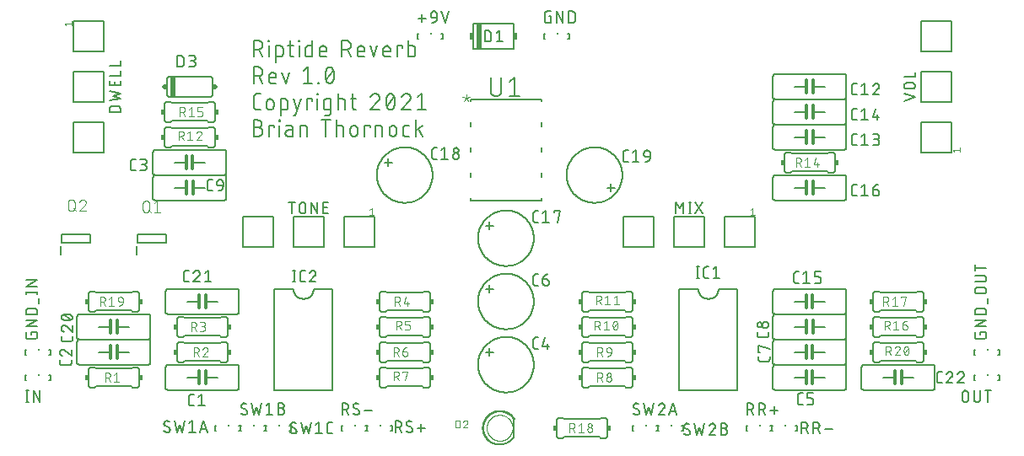
<source format=gbr>
G04 EAGLE Gerber RS-274X export*
G75*
%MOMM*%
%FSLAX34Y34*%
%LPD*%
%INSilkscreen Top*%
%IPPOS*%
%AMOC8*
5,1,8,0,0,1.08239X$1,22.5*%
G01*
%ADD10C,0.152400*%
%ADD11C,0.127000*%
%ADD12C,0.000000*%
%ADD13C,0.304800*%
%ADD14R,0.508000X2.540000*%
%ADD15R,0.381000X0.762000*%
%ADD16C,0.015238*%
%ADD17C,0.101600*%
%ADD18C,0.076200*%
%ADD19C,0.508000*%
%ADD20R,0.508000X2.032000*%
%ADD21C,0.200000*%
%ADD22R,0.381000X0.508000*%
%ADD23C,0.203200*%


D10*
X242062Y449072D02*
X242062Y465328D01*
X246578Y465328D01*
X246711Y465326D01*
X246843Y465320D01*
X246975Y465310D01*
X247107Y465297D01*
X247239Y465279D01*
X247369Y465258D01*
X247500Y465233D01*
X247629Y465204D01*
X247757Y465171D01*
X247885Y465135D01*
X248011Y465095D01*
X248136Y465051D01*
X248260Y465003D01*
X248382Y464952D01*
X248503Y464897D01*
X248622Y464839D01*
X248740Y464777D01*
X248855Y464712D01*
X248969Y464643D01*
X249080Y464572D01*
X249189Y464496D01*
X249296Y464418D01*
X249401Y464337D01*
X249503Y464252D01*
X249603Y464165D01*
X249700Y464075D01*
X249795Y463982D01*
X249886Y463886D01*
X249975Y463788D01*
X250061Y463687D01*
X250144Y463583D01*
X250224Y463477D01*
X250300Y463369D01*
X250374Y463259D01*
X250444Y463146D01*
X250511Y463032D01*
X250574Y462915D01*
X250634Y462797D01*
X250691Y462677D01*
X250744Y462555D01*
X250793Y462432D01*
X250839Y462308D01*
X250881Y462182D01*
X250919Y462055D01*
X250954Y461927D01*
X250985Y461798D01*
X251012Y461669D01*
X251035Y461538D01*
X251055Y461407D01*
X251070Y461275D01*
X251082Y461143D01*
X251090Y461011D01*
X251094Y460878D01*
X251094Y460746D01*
X251090Y460613D01*
X251082Y460481D01*
X251070Y460349D01*
X251055Y460217D01*
X251035Y460086D01*
X251012Y459955D01*
X250985Y459826D01*
X250954Y459697D01*
X250919Y459569D01*
X250881Y459442D01*
X250839Y459316D01*
X250793Y459192D01*
X250744Y459069D01*
X250691Y458947D01*
X250634Y458827D01*
X250574Y458709D01*
X250511Y458592D01*
X250444Y458478D01*
X250374Y458365D01*
X250300Y458255D01*
X250224Y458147D01*
X250144Y458041D01*
X250061Y457937D01*
X249975Y457836D01*
X249886Y457738D01*
X249795Y457642D01*
X249700Y457549D01*
X249603Y457459D01*
X249503Y457372D01*
X249401Y457287D01*
X249296Y457206D01*
X249189Y457128D01*
X249080Y457052D01*
X248969Y456981D01*
X248855Y456912D01*
X248740Y456847D01*
X248622Y456785D01*
X248503Y456727D01*
X248382Y456672D01*
X248260Y456621D01*
X248136Y456573D01*
X248011Y456529D01*
X247885Y456489D01*
X247757Y456453D01*
X247629Y456420D01*
X247500Y456391D01*
X247369Y456366D01*
X247239Y456345D01*
X247107Y456327D01*
X246975Y456314D01*
X246843Y456304D01*
X246711Y456298D01*
X246578Y456296D01*
X246578Y456297D02*
X242062Y456297D01*
X247481Y456297D02*
X251093Y449072D01*
X257428Y449072D02*
X257428Y459909D01*
X256976Y464425D02*
X256976Y465328D01*
X257879Y465328D01*
X257879Y464425D01*
X256976Y464425D01*
X264309Y459909D02*
X264309Y443653D01*
X264309Y459909D02*
X268825Y459909D01*
X268929Y459907D01*
X269032Y459901D01*
X269136Y459891D01*
X269239Y459877D01*
X269341Y459859D01*
X269442Y459838D01*
X269543Y459812D01*
X269642Y459783D01*
X269741Y459750D01*
X269838Y459713D01*
X269933Y459672D01*
X270027Y459628D01*
X270119Y459580D01*
X270209Y459529D01*
X270298Y459474D01*
X270384Y459416D01*
X270467Y459354D01*
X270549Y459290D01*
X270627Y459222D01*
X270703Y459152D01*
X270777Y459079D01*
X270847Y459002D01*
X270915Y458924D01*
X270979Y458842D01*
X271041Y458759D01*
X271099Y458673D01*
X271154Y458584D01*
X271205Y458494D01*
X271253Y458402D01*
X271297Y458308D01*
X271338Y458213D01*
X271375Y458116D01*
X271408Y458017D01*
X271437Y457918D01*
X271463Y457817D01*
X271484Y457716D01*
X271502Y457614D01*
X271516Y457511D01*
X271526Y457407D01*
X271532Y457304D01*
X271534Y457200D01*
X271534Y451781D01*
X271532Y451680D01*
X271526Y451579D01*
X271517Y451478D01*
X271504Y451377D01*
X271487Y451277D01*
X271466Y451178D01*
X271442Y451080D01*
X271414Y450983D01*
X271382Y450886D01*
X271347Y450791D01*
X271308Y450698D01*
X271266Y450606D01*
X271220Y450515D01*
X271171Y450427D01*
X271119Y450340D01*
X271063Y450255D01*
X271005Y450172D01*
X270943Y450092D01*
X270878Y450014D01*
X270811Y449938D01*
X270741Y449865D01*
X270668Y449795D01*
X270592Y449728D01*
X270514Y449663D01*
X270434Y449601D01*
X270351Y449543D01*
X270266Y449487D01*
X270180Y449435D01*
X270091Y449386D01*
X270000Y449340D01*
X269908Y449298D01*
X269815Y449259D01*
X269720Y449224D01*
X269623Y449192D01*
X269526Y449164D01*
X269428Y449140D01*
X269329Y449119D01*
X269229Y449102D01*
X269128Y449089D01*
X269027Y449080D01*
X268926Y449074D01*
X268825Y449072D01*
X264309Y449072D01*
X276486Y459909D02*
X281905Y459909D01*
X278292Y465328D02*
X278292Y451781D01*
X278293Y451781D02*
X278295Y451680D01*
X278301Y451579D01*
X278310Y451478D01*
X278323Y451377D01*
X278340Y451277D01*
X278361Y451178D01*
X278385Y451080D01*
X278413Y450983D01*
X278445Y450886D01*
X278480Y450791D01*
X278519Y450698D01*
X278561Y450606D01*
X278607Y450515D01*
X278656Y450427D01*
X278708Y450340D01*
X278764Y450255D01*
X278822Y450172D01*
X278884Y450092D01*
X278949Y450014D01*
X279016Y449938D01*
X279086Y449865D01*
X279159Y449795D01*
X279235Y449728D01*
X279313Y449663D01*
X279393Y449601D01*
X279476Y449543D01*
X279561Y449487D01*
X279648Y449435D01*
X279736Y449386D01*
X279827Y449340D01*
X279919Y449298D01*
X280012Y449259D01*
X280107Y449224D01*
X280204Y449192D01*
X280301Y449164D01*
X280399Y449140D01*
X280498Y449119D01*
X280598Y449102D01*
X280699Y449089D01*
X280800Y449080D01*
X280901Y449074D01*
X281002Y449072D01*
X281905Y449072D01*
X287648Y449072D02*
X287648Y459909D01*
X287197Y464425D02*
X287197Y465328D01*
X288100Y465328D01*
X288100Y464425D01*
X287197Y464425D01*
X301087Y465328D02*
X301087Y449072D01*
X296572Y449072D01*
X296471Y449074D01*
X296370Y449080D01*
X296269Y449089D01*
X296168Y449102D01*
X296068Y449119D01*
X295969Y449140D01*
X295871Y449164D01*
X295774Y449192D01*
X295677Y449224D01*
X295582Y449259D01*
X295489Y449298D01*
X295397Y449340D01*
X295306Y449386D01*
X295218Y449435D01*
X295131Y449487D01*
X295046Y449543D01*
X294963Y449601D01*
X294883Y449663D01*
X294805Y449728D01*
X294729Y449795D01*
X294656Y449865D01*
X294586Y449938D01*
X294519Y450014D01*
X294454Y450092D01*
X294392Y450172D01*
X294334Y450255D01*
X294278Y450340D01*
X294226Y450427D01*
X294177Y450515D01*
X294131Y450606D01*
X294089Y450698D01*
X294050Y450791D01*
X294015Y450886D01*
X293983Y450983D01*
X293955Y451080D01*
X293931Y451178D01*
X293910Y451277D01*
X293893Y451377D01*
X293880Y451478D01*
X293871Y451579D01*
X293865Y451680D01*
X293863Y451781D01*
X293862Y451781D02*
X293862Y457200D01*
X293863Y457200D02*
X293865Y457301D01*
X293871Y457402D01*
X293880Y457503D01*
X293893Y457604D01*
X293910Y457704D01*
X293931Y457803D01*
X293955Y457901D01*
X293983Y457998D01*
X294015Y458095D01*
X294050Y458190D01*
X294089Y458283D01*
X294131Y458375D01*
X294177Y458466D01*
X294226Y458555D01*
X294278Y458641D01*
X294334Y458726D01*
X294392Y458809D01*
X294454Y458889D01*
X294519Y458967D01*
X294586Y459043D01*
X294656Y459116D01*
X294729Y459186D01*
X294805Y459253D01*
X294883Y459318D01*
X294963Y459380D01*
X295046Y459438D01*
X295131Y459494D01*
X295218Y459546D01*
X295306Y459595D01*
X295397Y459641D01*
X295489Y459683D01*
X295582Y459722D01*
X295677Y459757D01*
X295774Y459789D01*
X295871Y459817D01*
X295969Y459841D01*
X296068Y459862D01*
X296168Y459879D01*
X296269Y459892D01*
X296370Y459901D01*
X296471Y459907D01*
X296572Y459909D01*
X301087Y459909D01*
X310713Y449072D02*
X315228Y449072D01*
X310713Y449072D02*
X310612Y449074D01*
X310511Y449080D01*
X310410Y449089D01*
X310309Y449102D01*
X310209Y449119D01*
X310110Y449140D01*
X310012Y449164D01*
X309915Y449192D01*
X309818Y449224D01*
X309723Y449259D01*
X309630Y449298D01*
X309538Y449340D01*
X309447Y449386D01*
X309359Y449435D01*
X309272Y449487D01*
X309187Y449543D01*
X309104Y449601D01*
X309024Y449663D01*
X308946Y449728D01*
X308870Y449795D01*
X308797Y449865D01*
X308727Y449938D01*
X308660Y450014D01*
X308595Y450092D01*
X308533Y450172D01*
X308475Y450255D01*
X308419Y450340D01*
X308367Y450427D01*
X308318Y450515D01*
X308272Y450606D01*
X308230Y450698D01*
X308191Y450791D01*
X308156Y450886D01*
X308124Y450983D01*
X308096Y451080D01*
X308072Y451178D01*
X308051Y451277D01*
X308034Y451377D01*
X308021Y451478D01*
X308012Y451579D01*
X308006Y451680D01*
X308004Y451781D01*
X308004Y456297D01*
X308006Y456416D01*
X308012Y456536D01*
X308022Y456655D01*
X308036Y456773D01*
X308053Y456892D01*
X308075Y457009D01*
X308100Y457126D01*
X308130Y457241D01*
X308163Y457356D01*
X308200Y457470D01*
X308240Y457582D01*
X308285Y457693D01*
X308333Y457802D01*
X308384Y457910D01*
X308439Y458016D01*
X308498Y458120D01*
X308560Y458222D01*
X308625Y458322D01*
X308694Y458420D01*
X308766Y458516D01*
X308841Y458609D01*
X308918Y458699D01*
X308999Y458787D01*
X309083Y458872D01*
X309170Y458954D01*
X309259Y459034D01*
X309351Y459110D01*
X309445Y459184D01*
X309542Y459254D01*
X309640Y459321D01*
X309741Y459385D01*
X309845Y459445D01*
X309950Y459502D01*
X310057Y459555D01*
X310165Y459605D01*
X310275Y459651D01*
X310387Y459693D01*
X310500Y459732D01*
X310614Y459767D01*
X310729Y459798D01*
X310846Y459826D01*
X310963Y459849D01*
X311080Y459869D01*
X311199Y459885D01*
X311318Y459897D01*
X311437Y459905D01*
X311556Y459909D01*
X311676Y459909D01*
X311795Y459905D01*
X311914Y459897D01*
X312033Y459885D01*
X312152Y459869D01*
X312269Y459849D01*
X312386Y459826D01*
X312503Y459798D01*
X312618Y459767D01*
X312732Y459732D01*
X312845Y459693D01*
X312957Y459651D01*
X313067Y459605D01*
X313175Y459555D01*
X313282Y459502D01*
X313387Y459445D01*
X313491Y459385D01*
X313592Y459321D01*
X313690Y459254D01*
X313787Y459184D01*
X313881Y459110D01*
X313973Y459034D01*
X314062Y458954D01*
X314149Y458872D01*
X314233Y458787D01*
X314314Y458699D01*
X314391Y458609D01*
X314466Y458516D01*
X314538Y458420D01*
X314607Y458322D01*
X314672Y458222D01*
X314734Y458120D01*
X314793Y458016D01*
X314848Y457910D01*
X314899Y457802D01*
X314947Y457693D01*
X314992Y457582D01*
X315032Y457470D01*
X315069Y457356D01*
X315102Y457241D01*
X315132Y457126D01*
X315157Y457009D01*
X315179Y456892D01*
X315196Y456773D01*
X315210Y456655D01*
X315220Y456536D01*
X315226Y456416D01*
X315228Y456297D01*
X315228Y454491D01*
X308004Y454491D01*
X330639Y449072D02*
X330639Y465328D01*
X335154Y465328D01*
X335287Y465326D01*
X335419Y465320D01*
X335551Y465310D01*
X335683Y465297D01*
X335815Y465279D01*
X335945Y465258D01*
X336076Y465233D01*
X336205Y465204D01*
X336333Y465171D01*
X336461Y465135D01*
X336587Y465095D01*
X336712Y465051D01*
X336836Y465003D01*
X336958Y464952D01*
X337079Y464897D01*
X337198Y464839D01*
X337316Y464777D01*
X337431Y464712D01*
X337545Y464643D01*
X337656Y464572D01*
X337765Y464496D01*
X337872Y464418D01*
X337977Y464337D01*
X338079Y464252D01*
X338179Y464165D01*
X338276Y464075D01*
X338371Y463982D01*
X338462Y463886D01*
X338551Y463788D01*
X338637Y463687D01*
X338720Y463583D01*
X338800Y463477D01*
X338876Y463369D01*
X338950Y463259D01*
X339020Y463146D01*
X339087Y463032D01*
X339150Y462915D01*
X339210Y462797D01*
X339267Y462677D01*
X339320Y462555D01*
X339369Y462432D01*
X339415Y462308D01*
X339457Y462182D01*
X339495Y462055D01*
X339530Y461927D01*
X339561Y461798D01*
X339588Y461669D01*
X339611Y461538D01*
X339631Y461407D01*
X339646Y461275D01*
X339658Y461143D01*
X339666Y461011D01*
X339670Y460878D01*
X339670Y460746D01*
X339666Y460613D01*
X339658Y460481D01*
X339646Y460349D01*
X339631Y460217D01*
X339611Y460086D01*
X339588Y459955D01*
X339561Y459826D01*
X339530Y459697D01*
X339495Y459569D01*
X339457Y459442D01*
X339415Y459316D01*
X339369Y459192D01*
X339320Y459069D01*
X339267Y458947D01*
X339210Y458827D01*
X339150Y458709D01*
X339087Y458592D01*
X339020Y458478D01*
X338950Y458365D01*
X338876Y458255D01*
X338800Y458147D01*
X338720Y458041D01*
X338637Y457937D01*
X338551Y457836D01*
X338462Y457738D01*
X338371Y457642D01*
X338276Y457549D01*
X338179Y457459D01*
X338079Y457372D01*
X337977Y457287D01*
X337872Y457206D01*
X337765Y457128D01*
X337656Y457052D01*
X337545Y456981D01*
X337431Y456912D01*
X337316Y456847D01*
X337198Y456785D01*
X337079Y456727D01*
X336958Y456672D01*
X336836Y456621D01*
X336712Y456573D01*
X336587Y456529D01*
X336461Y456489D01*
X336333Y456453D01*
X336205Y456420D01*
X336076Y456391D01*
X335945Y456366D01*
X335815Y456345D01*
X335683Y456327D01*
X335551Y456314D01*
X335419Y456304D01*
X335287Y456298D01*
X335154Y456296D01*
X335154Y456297D02*
X330639Y456297D01*
X336058Y456297D02*
X339670Y449072D01*
X348749Y449072D02*
X353264Y449072D01*
X348749Y449072D02*
X348648Y449074D01*
X348547Y449080D01*
X348446Y449089D01*
X348345Y449102D01*
X348245Y449119D01*
X348146Y449140D01*
X348048Y449164D01*
X347951Y449192D01*
X347854Y449224D01*
X347759Y449259D01*
X347666Y449298D01*
X347574Y449340D01*
X347483Y449386D01*
X347395Y449435D01*
X347308Y449487D01*
X347223Y449543D01*
X347140Y449601D01*
X347060Y449663D01*
X346982Y449728D01*
X346906Y449795D01*
X346833Y449865D01*
X346763Y449938D01*
X346696Y450014D01*
X346631Y450092D01*
X346569Y450172D01*
X346511Y450255D01*
X346455Y450340D01*
X346403Y450427D01*
X346354Y450515D01*
X346308Y450606D01*
X346266Y450698D01*
X346227Y450791D01*
X346192Y450886D01*
X346160Y450983D01*
X346132Y451080D01*
X346108Y451178D01*
X346087Y451277D01*
X346070Y451377D01*
X346057Y451478D01*
X346048Y451579D01*
X346042Y451680D01*
X346040Y451781D01*
X346040Y456297D01*
X346042Y456416D01*
X346048Y456536D01*
X346058Y456655D01*
X346072Y456773D01*
X346089Y456892D01*
X346111Y457009D01*
X346136Y457126D01*
X346166Y457241D01*
X346199Y457356D01*
X346236Y457470D01*
X346276Y457582D01*
X346321Y457693D01*
X346369Y457802D01*
X346420Y457910D01*
X346475Y458016D01*
X346534Y458120D01*
X346596Y458222D01*
X346661Y458322D01*
X346730Y458420D01*
X346802Y458516D01*
X346877Y458609D01*
X346954Y458699D01*
X347035Y458787D01*
X347119Y458872D01*
X347206Y458954D01*
X347295Y459034D01*
X347387Y459110D01*
X347481Y459184D01*
X347578Y459254D01*
X347676Y459321D01*
X347777Y459385D01*
X347881Y459445D01*
X347986Y459502D01*
X348093Y459555D01*
X348201Y459605D01*
X348311Y459651D01*
X348423Y459693D01*
X348536Y459732D01*
X348650Y459767D01*
X348765Y459798D01*
X348882Y459826D01*
X348999Y459849D01*
X349116Y459869D01*
X349235Y459885D01*
X349354Y459897D01*
X349473Y459905D01*
X349592Y459909D01*
X349712Y459909D01*
X349831Y459905D01*
X349950Y459897D01*
X350069Y459885D01*
X350188Y459869D01*
X350305Y459849D01*
X350422Y459826D01*
X350539Y459798D01*
X350654Y459767D01*
X350768Y459732D01*
X350881Y459693D01*
X350993Y459651D01*
X351103Y459605D01*
X351211Y459555D01*
X351318Y459502D01*
X351423Y459445D01*
X351527Y459385D01*
X351628Y459321D01*
X351726Y459254D01*
X351823Y459184D01*
X351917Y459110D01*
X352009Y459034D01*
X352098Y458954D01*
X352185Y458872D01*
X352269Y458787D01*
X352350Y458699D01*
X352427Y458609D01*
X352502Y458516D01*
X352574Y458420D01*
X352643Y458322D01*
X352708Y458222D01*
X352770Y458120D01*
X352829Y458016D01*
X352884Y457910D01*
X352935Y457802D01*
X352983Y457693D01*
X353028Y457582D01*
X353068Y457470D01*
X353105Y457356D01*
X353138Y457241D01*
X353168Y457126D01*
X353193Y457009D01*
X353215Y456892D01*
X353232Y456773D01*
X353246Y456655D01*
X353256Y456536D01*
X353262Y456416D01*
X353264Y456297D01*
X353264Y454491D01*
X346040Y454491D01*
X359066Y459909D02*
X362678Y449072D01*
X366290Y459909D01*
X374801Y449072D02*
X379316Y449072D01*
X374801Y449072D02*
X374700Y449074D01*
X374599Y449080D01*
X374498Y449089D01*
X374397Y449102D01*
X374297Y449119D01*
X374198Y449140D01*
X374100Y449164D01*
X374003Y449192D01*
X373906Y449224D01*
X373811Y449259D01*
X373718Y449298D01*
X373626Y449340D01*
X373535Y449386D01*
X373447Y449435D01*
X373360Y449487D01*
X373275Y449543D01*
X373192Y449601D01*
X373112Y449663D01*
X373034Y449728D01*
X372958Y449795D01*
X372885Y449865D01*
X372815Y449938D01*
X372748Y450014D01*
X372683Y450092D01*
X372621Y450172D01*
X372563Y450255D01*
X372507Y450340D01*
X372455Y450427D01*
X372406Y450515D01*
X372360Y450606D01*
X372318Y450698D01*
X372279Y450791D01*
X372244Y450886D01*
X372212Y450983D01*
X372184Y451080D01*
X372160Y451178D01*
X372139Y451277D01*
X372122Y451377D01*
X372109Y451478D01*
X372100Y451579D01*
X372094Y451680D01*
X372092Y451781D01*
X372092Y456297D01*
X372094Y456416D01*
X372100Y456536D01*
X372110Y456655D01*
X372124Y456773D01*
X372141Y456892D01*
X372163Y457009D01*
X372188Y457126D01*
X372218Y457241D01*
X372251Y457356D01*
X372288Y457470D01*
X372328Y457582D01*
X372373Y457693D01*
X372421Y457802D01*
X372472Y457910D01*
X372527Y458016D01*
X372586Y458120D01*
X372648Y458222D01*
X372713Y458322D01*
X372782Y458420D01*
X372854Y458516D01*
X372929Y458609D01*
X373006Y458699D01*
X373087Y458787D01*
X373171Y458872D01*
X373258Y458954D01*
X373347Y459034D01*
X373439Y459110D01*
X373533Y459184D01*
X373630Y459254D01*
X373728Y459321D01*
X373829Y459385D01*
X373933Y459445D01*
X374038Y459502D01*
X374145Y459555D01*
X374253Y459605D01*
X374363Y459651D01*
X374475Y459693D01*
X374588Y459732D01*
X374702Y459767D01*
X374817Y459798D01*
X374934Y459826D01*
X375051Y459849D01*
X375168Y459869D01*
X375287Y459885D01*
X375406Y459897D01*
X375525Y459905D01*
X375644Y459909D01*
X375764Y459909D01*
X375883Y459905D01*
X376002Y459897D01*
X376121Y459885D01*
X376240Y459869D01*
X376357Y459849D01*
X376474Y459826D01*
X376591Y459798D01*
X376706Y459767D01*
X376820Y459732D01*
X376933Y459693D01*
X377045Y459651D01*
X377155Y459605D01*
X377263Y459555D01*
X377370Y459502D01*
X377475Y459445D01*
X377579Y459385D01*
X377680Y459321D01*
X377778Y459254D01*
X377875Y459184D01*
X377969Y459110D01*
X378061Y459034D01*
X378150Y458954D01*
X378237Y458872D01*
X378321Y458787D01*
X378402Y458699D01*
X378479Y458609D01*
X378554Y458516D01*
X378626Y458420D01*
X378695Y458322D01*
X378760Y458222D01*
X378822Y458120D01*
X378881Y458016D01*
X378936Y457910D01*
X378987Y457802D01*
X379035Y457693D01*
X379080Y457582D01*
X379120Y457470D01*
X379157Y457356D01*
X379190Y457241D01*
X379220Y457126D01*
X379245Y457009D01*
X379267Y456892D01*
X379284Y456773D01*
X379298Y456655D01*
X379308Y456536D01*
X379314Y456416D01*
X379316Y456297D01*
X379316Y454491D01*
X372092Y454491D01*
X386245Y449072D02*
X386245Y459909D01*
X391663Y459909D01*
X391663Y458103D01*
X397175Y465328D02*
X397175Y449072D01*
X401690Y449072D01*
X401794Y449074D01*
X401897Y449080D01*
X402001Y449090D01*
X402104Y449104D01*
X402206Y449122D01*
X402307Y449143D01*
X402408Y449169D01*
X402507Y449198D01*
X402606Y449231D01*
X402703Y449268D01*
X402798Y449309D01*
X402892Y449353D01*
X402984Y449401D01*
X403074Y449452D01*
X403163Y449507D01*
X403249Y449565D01*
X403332Y449627D01*
X403414Y449691D01*
X403492Y449759D01*
X403568Y449829D01*
X403642Y449902D01*
X403712Y449979D01*
X403780Y450057D01*
X403844Y450139D01*
X403906Y450222D01*
X403964Y450308D01*
X404019Y450397D01*
X404070Y450487D01*
X404118Y450579D01*
X404162Y450673D01*
X404203Y450768D01*
X404240Y450865D01*
X404273Y450964D01*
X404302Y451063D01*
X404328Y451164D01*
X404349Y451265D01*
X404367Y451367D01*
X404381Y451470D01*
X404391Y451574D01*
X404397Y451677D01*
X404399Y451781D01*
X404400Y451781D02*
X404400Y457200D01*
X404399Y457200D02*
X404397Y457301D01*
X404391Y457402D01*
X404382Y457503D01*
X404369Y457604D01*
X404352Y457704D01*
X404331Y457803D01*
X404307Y457901D01*
X404279Y457998D01*
X404247Y458095D01*
X404212Y458190D01*
X404173Y458283D01*
X404131Y458375D01*
X404085Y458466D01*
X404036Y458555D01*
X403984Y458641D01*
X403928Y458726D01*
X403870Y458809D01*
X403808Y458889D01*
X403743Y458967D01*
X403676Y459043D01*
X403606Y459116D01*
X403533Y459186D01*
X403457Y459253D01*
X403379Y459318D01*
X403299Y459380D01*
X403216Y459438D01*
X403131Y459494D01*
X403045Y459546D01*
X402956Y459595D01*
X402865Y459641D01*
X402773Y459683D01*
X402680Y459722D01*
X402585Y459757D01*
X402488Y459789D01*
X402391Y459817D01*
X402293Y459841D01*
X402194Y459862D01*
X402094Y459879D01*
X401993Y459892D01*
X401892Y459901D01*
X401791Y459907D01*
X401690Y459909D01*
X397175Y459909D01*
X242062Y438658D02*
X242062Y422402D01*
X242062Y438658D02*
X246578Y438658D01*
X246711Y438656D01*
X246843Y438650D01*
X246975Y438640D01*
X247107Y438627D01*
X247239Y438609D01*
X247369Y438588D01*
X247500Y438563D01*
X247629Y438534D01*
X247757Y438501D01*
X247885Y438465D01*
X248011Y438425D01*
X248136Y438381D01*
X248260Y438333D01*
X248382Y438282D01*
X248503Y438227D01*
X248622Y438169D01*
X248740Y438107D01*
X248855Y438042D01*
X248969Y437973D01*
X249080Y437902D01*
X249189Y437826D01*
X249296Y437748D01*
X249401Y437667D01*
X249503Y437582D01*
X249603Y437495D01*
X249700Y437405D01*
X249795Y437312D01*
X249886Y437216D01*
X249975Y437118D01*
X250061Y437017D01*
X250144Y436913D01*
X250224Y436807D01*
X250300Y436699D01*
X250374Y436589D01*
X250444Y436476D01*
X250511Y436362D01*
X250574Y436245D01*
X250634Y436127D01*
X250691Y436007D01*
X250744Y435885D01*
X250793Y435762D01*
X250839Y435638D01*
X250881Y435512D01*
X250919Y435385D01*
X250954Y435257D01*
X250985Y435128D01*
X251012Y434999D01*
X251035Y434868D01*
X251055Y434737D01*
X251070Y434605D01*
X251082Y434473D01*
X251090Y434341D01*
X251094Y434208D01*
X251094Y434076D01*
X251090Y433943D01*
X251082Y433811D01*
X251070Y433679D01*
X251055Y433547D01*
X251035Y433416D01*
X251012Y433285D01*
X250985Y433156D01*
X250954Y433027D01*
X250919Y432899D01*
X250881Y432772D01*
X250839Y432646D01*
X250793Y432522D01*
X250744Y432399D01*
X250691Y432277D01*
X250634Y432157D01*
X250574Y432039D01*
X250511Y431922D01*
X250444Y431808D01*
X250374Y431695D01*
X250300Y431585D01*
X250224Y431477D01*
X250144Y431371D01*
X250061Y431267D01*
X249975Y431166D01*
X249886Y431068D01*
X249795Y430972D01*
X249700Y430879D01*
X249603Y430789D01*
X249503Y430702D01*
X249401Y430617D01*
X249296Y430536D01*
X249189Y430458D01*
X249080Y430382D01*
X248969Y430311D01*
X248855Y430242D01*
X248740Y430177D01*
X248622Y430115D01*
X248503Y430057D01*
X248382Y430002D01*
X248260Y429951D01*
X248136Y429903D01*
X248011Y429859D01*
X247885Y429819D01*
X247757Y429783D01*
X247629Y429750D01*
X247500Y429721D01*
X247369Y429696D01*
X247239Y429675D01*
X247107Y429657D01*
X246975Y429644D01*
X246843Y429634D01*
X246711Y429628D01*
X246578Y429626D01*
X246578Y429627D02*
X242062Y429627D01*
X247481Y429627D02*
X251093Y422402D01*
X260172Y422402D02*
X264688Y422402D01*
X260172Y422402D02*
X260071Y422404D01*
X259970Y422410D01*
X259869Y422419D01*
X259768Y422432D01*
X259668Y422449D01*
X259569Y422470D01*
X259471Y422494D01*
X259374Y422522D01*
X259277Y422554D01*
X259182Y422589D01*
X259089Y422628D01*
X258997Y422670D01*
X258906Y422716D01*
X258818Y422765D01*
X258731Y422817D01*
X258646Y422873D01*
X258563Y422931D01*
X258483Y422993D01*
X258405Y423058D01*
X258329Y423125D01*
X258256Y423195D01*
X258186Y423268D01*
X258119Y423344D01*
X258054Y423422D01*
X257992Y423502D01*
X257934Y423585D01*
X257878Y423670D01*
X257826Y423757D01*
X257777Y423845D01*
X257731Y423936D01*
X257689Y424028D01*
X257650Y424121D01*
X257615Y424216D01*
X257583Y424313D01*
X257555Y424410D01*
X257531Y424508D01*
X257510Y424607D01*
X257493Y424707D01*
X257480Y424808D01*
X257471Y424909D01*
X257465Y425010D01*
X257463Y425111D01*
X257463Y429627D01*
X257465Y429746D01*
X257471Y429866D01*
X257481Y429985D01*
X257495Y430103D01*
X257512Y430222D01*
X257534Y430339D01*
X257559Y430456D01*
X257589Y430571D01*
X257622Y430686D01*
X257659Y430800D01*
X257699Y430912D01*
X257744Y431023D01*
X257792Y431132D01*
X257843Y431240D01*
X257898Y431346D01*
X257957Y431450D01*
X258019Y431552D01*
X258084Y431652D01*
X258153Y431750D01*
X258225Y431846D01*
X258300Y431939D01*
X258377Y432029D01*
X258458Y432117D01*
X258542Y432202D01*
X258629Y432284D01*
X258718Y432364D01*
X258810Y432440D01*
X258904Y432514D01*
X259001Y432584D01*
X259099Y432651D01*
X259200Y432715D01*
X259304Y432775D01*
X259409Y432832D01*
X259516Y432885D01*
X259624Y432935D01*
X259734Y432981D01*
X259846Y433023D01*
X259959Y433062D01*
X260073Y433097D01*
X260188Y433128D01*
X260305Y433156D01*
X260422Y433179D01*
X260539Y433199D01*
X260658Y433215D01*
X260777Y433227D01*
X260896Y433235D01*
X261015Y433239D01*
X261135Y433239D01*
X261254Y433235D01*
X261373Y433227D01*
X261492Y433215D01*
X261611Y433199D01*
X261728Y433179D01*
X261845Y433156D01*
X261962Y433128D01*
X262077Y433097D01*
X262191Y433062D01*
X262304Y433023D01*
X262416Y432981D01*
X262526Y432935D01*
X262634Y432885D01*
X262741Y432832D01*
X262846Y432775D01*
X262950Y432715D01*
X263051Y432651D01*
X263149Y432584D01*
X263246Y432514D01*
X263340Y432440D01*
X263432Y432364D01*
X263521Y432284D01*
X263608Y432202D01*
X263692Y432117D01*
X263773Y432029D01*
X263850Y431939D01*
X263925Y431846D01*
X263997Y431750D01*
X264066Y431652D01*
X264131Y431552D01*
X264193Y431450D01*
X264252Y431346D01*
X264307Y431240D01*
X264358Y431132D01*
X264406Y431023D01*
X264451Y430912D01*
X264491Y430800D01*
X264528Y430686D01*
X264561Y430571D01*
X264591Y430456D01*
X264616Y430339D01*
X264638Y430222D01*
X264655Y430103D01*
X264669Y429985D01*
X264679Y429866D01*
X264685Y429746D01*
X264687Y429627D01*
X264688Y429627D02*
X264688Y427821D01*
X257463Y427821D01*
X270489Y433239D02*
X274101Y422402D01*
X277714Y433239D01*
X291990Y435046D02*
X296506Y438658D01*
X296506Y422402D01*
X301021Y422402D02*
X291990Y422402D01*
X306996Y422402D02*
X306996Y423305D01*
X307899Y423305D01*
X307899Y422402D01*
X306996Y422402D01*
X313874Y430530D02*
X313878Y430850D01*
X313889Y431169D01*
X313908Y431489D01*
X313935Y431807D01*
X313969Y432125D01*
X314011Y432442D01*
X314061Y432758D01*
X314118Y433073D01*
X314182Y433386D01*
X314254Y433698D01*
X314333Y434008D01*
X314420Y434315D01*
X314514Y434621D01*
X314615Y434924D01*
X314724Y435225D01*
X314839Y435523D01*
X314962Y435819D01*
X315092Y436111D01*
X315229Y436400D01*
X315229Y436401D02*
X315268Y436509D01*
X315311Y436616D01*
X315357Y436721D01*
X315408Y436825D01*
X315461Y436927D01*
X315518Y437027D01*
X315579Y437125D01*
X315643Y437220D01*
X315710Y437314D01*
X315781Y437405D01*
X315854Y437494D01*
X315931Y437580D01*
X316010Y437663D01*
X316092Y437744D01*
X316177Y437822D01*
X316265Y437896D01*
X316355Y437968D01*
X316447Y438036D01*
X316542Y438102D01*
X316639Y438164D01*
X316738Y438222D01*
X316840Y438278D01*
X316942Y438329D01*
X317047Y438377D01*
X317153Y438422D01*
X317261Y438463D01*
X317370Y438500D01*
X317480Y438533D01*
X317592Y438562D01*
X317704Y438588D01*
X317817Y438610D01*
X317931Y438627D01*
X318045Y438641D01*
X318160Y438651D01*
X318275Y438657D01*
X318390Y438659D01*
X318390Y438658D02*
X318505Y438656D01*
X318620Y438650D01*
X318735Y438640D01*
X318849Y438626D01*
X318963Y438609D01*
X319076Y438587D01*
X319188Y438561D01*
X319300Y438532D01*
X319410Y438499D01*
X319519Y438462D01*
X319627Y438421D01*
X319733Y438376D01*
X319838Y438328D01*
X319940Y438277D01*
X320041Y438221D01*
X320141Y438163D01*
X320238Y438101D01*
X320332Y438036D01*
X320425Y437967D01*
X320515Y437895D01*
X320603Y437821D01*
X320688Y437743D01*
X320770Y437662D01*
X320849Y437579D01*
X320926Y437493D01*
X320999Y437404D01*
X321070Y437313D01*
X321137Y437219D01*
X321201Y437124D01*
X321262Y437026D01*
X321319Y436926D01*
X321372Y436824D01*
X321423Y436720D01*
X321469Y436615D01*
X321512Y436508D01*
X321551Y436400D01*
X321550Y436400D02*
X321687Y436111D01*
X321817Y435819D01*
X321940Y435523D01*
X322055Y435225D01*
X322164Y434924D01*
X322265Y434621D01*
X322359Y434315D01*
X322446Y434008D01*
X322525Y433698D01*
X322597Y433386D01*
X322661Y433073D01*
X322718Y432758D01*
X322768Y432442D01*
X322810Y432125D01*
X322844Y431807D01*
X322871Y431489D01*
X322890Y431169D01*
X322901Y430850D01*
X322905Y430530D01*
X313874Y430530D02*
X313878Y430210D01*
X313889Y429891D01*
X313908Y429571D01*
X313935Y429253D01*
X313969Y428935D01*
X314011Y428618D01*
X314061Y428302D01*
X314118Y427987D01*
X314182Y427674D01*
X314254Y427362D01*
X314333Y427052D01*
X314420Y426745D01*
X314514Y426439D01*
X314615Y426136D01*
X314724Y425835D01*
X314839Y425537D01*
X314962Y425241D01*
X315092Y424949D01*
X315229Y424660D01*
X315268Y424552D01*
X315311Y424445D01*
X315357Y424340D01*
X315408Y424236D01*
X315461Y424134D01*
X315518Y424034D01*
X315579Y423936D01*
X315643Y423841D01*
X315710Y423747D01*
X315781Y423656D01*
X315854Y423567D01*
X315931Y423481D01*
X316010Y423398D01*
X316092Y423317D01*
X316177Y423239D01*
X316265Y423165D01*
X316355Y423093D01*
X316448Y423024D01*
X316542Y422959D01*
X316639Y422897D01*
X316739Y422839D01*
X316840Y422783D01*
X316942Y422732D01*
X317047Y422684D01*
X317153Y422639D01*
X317261Y422598D01*
X317370Y422561D01*
X317480Y422528D01*
X317592Y422499D01*
X317704Y422473D01*
X317817Y422451D01*
X317931Y422434D01*
X318045Y422420D01*
X318160Y422410D01*
X318275Y422404D01*
X318390Y422402D01*
X321550Y424660D02*
X321687Y424949D01*
X321817Y425241D01*
X321940Y425537D01*
X322055Y425835D01*
X322164Y426136D01*
X322265Y426439D01*
X322359Y426745D01*
X322446Y427052D01*
X322525Y427362D01*
X322597Y427674D01*
X322661Y427987D01*
X322718Y428302D01*
X322768Y428618D01*
X322810Y428935D01*
X322844Y429253D01*
X322871Y429571D01*
X322890Y429891D01*
X322901Y430210D01*
X322905Y430530D01*
X321551Y424660D02*
X321512Y424552D01*
X321469Y424445D01*
X321423Y424340D01*
X321372Y424236D01*
X321319Y424134D01*
X321262Y424034D01*
X321201Y423936D01*
X321137Y423841D01*
X321070Y423747D01*
X320999Y423656D01*
X320926Y423567D01*
X320849Y423481D01*
X320770Y423398D01*
X320688Y423317D01*
X320603Y423239D01*
X320515Y423165D01*
X320425Y423093D01*
X320332Y423024D01*
X320238Y422959D01*
X320141Y422897D01*
X320041Y422839D01*
X319940Y422783D01*
X319837Y422732D01*
X319733Y422684D01*
X319627Y422639D01*
X319519Y422598D01*
X319410Y422561D01*
X319300Y422528D01*
X319188Y422499D01*
X319076Y422473D01*
X318963Y422451D01*
X318849Y422434D01*
X318735Y422420D01*
X318620Y422410D01*
X318505Y422404D01*
X318390Y422402D01*
X314777Y426014D02*
X322002Y435046D01*
X249287Y395732D02*
X245674Y395732D01*
X245556Y395734D01*
X245438Y395740D01*
X245320Y395749D01*
X245203Y395763D01*
X245086Y395780D01*
X244969Y395801D01*
X244854Y395826D01*
X244739Y395855D01*
X244625Y395888D01*
X244513Y395924D01*
X244402Y395964D01*
X244292Y396007D01*
X244183Y396054D01*
X244076Y396104D01*
X243971Y396159D01*
X243868Y396216D01*
X243767Y396277D01*
X243667Y396341D01*
X243570Y396408D01*
X243475Y396478D01*
X243383Y396552D01*
X243292Y396628D01*
X243205Y396708D01*
X243120Y396790D01*
X243038Y396875D01*
X242958Y396962D01*
X242882Y397053D01*
X242808Y397145D01*
X242738Y397240D01*
X242671Y397337D01*
X242607Y397437D01*
X242546Y397538D01*
X242489Y397641D01*
X242434Y397746D01*
X242384Y397853D01*
X242337Y397962D01*
X242294Y398072D01*
X242254Y398183D01*
X242218Y398295D01*
X242185Y398409D01*
X242156Y398524D01*
X242131Y398639D01*
X242110Y398756D01*
X242093Y398873D01*
X242079Y398990D01*
X242070Y399108D01*
X242064Y399226D01*
X242062Y399344D01*
X242062Y408376D01*
X242064Y408494D01*
X242070Y408612D01*
X242079Y408730D01*
X242093Y408847D01*
X242110Y408964D01*
X242131Y409081D01*
X242156Y409196D01*
X242185Y409311D01*
X242218Y409425D01*
X242254Y409537D01*
X242294Y409648D01*
X242337Y409758D01*
X242384Y409867D01*
X242434Y409974D01*
X242488Y410079D01*
X242546Y410182D01*
X242607Y410283D01*
X242671Y410383D01*
X242738Y410480D01*
X242808Y410575D01*
X242882Y410667D01*
X242958Y410758D01*
X243038Y410845D01*
X243120Y410930D01*
X243205Y411012D01*
X243292Y411092D01*
X243383Y411168D01*
X243475Y411242D01*
X243570Y411312D01*
X243667Y411379D01*
X243767Y411443D01*
X243868Y411504D01*
X243971Y411561D01*
X244076Y411615D01*
X244183Y411666D01*
X244292Y411713D01*
X244402Y411756D01*
X244513Y411796D01*
X244625Y411832D01*
X244739Y411865D01*
X244854Y411894D01*
X244969Y411919D01*
X245086Y411940D01*
X245203Y411957D01*
X245320Y411971D01*
X245438Y411980D01*
X245556Y411986D01*
X245674Y411988D01*
X249287Y411988D01*
X254989Y402957D02*
X254989Y399344D01*
X254989Y402957D02*
X254991Y403076D01*
X254997Y403196D01*
X255007Y403315D01*
X255021Y403433D01*
X255038Y403552D01*
X255060Y403669D01*
X255085Y403786D01*
X255115Y403901D01*
X255148Y404016D01*
X255185Y404130D01*
X255225Y404242D01*
X255270Y404353D01*
X255318Y404462D01*
X255369Y404570D01*
X255424Y404676D01*
X255483Y404780D01*
X255545Y404882D01*
X255610Y404982D01*
X255679Y405080D01*
X255751Y405176D01*
X255826Y405269D01*
X255903Y405359D01*
X255984Y405447D01*
X256068Y405532D01*
X256155Y405614D01*
X256244Y405694D01*
X256336Y405770D01*
X256430Y405844D01*
X256527Y405914D01*
X256625Y405981D01*
X256726Y406045D01*
X256830Y406105D01*
X256935Y406162D01*
X257042Y406215D01*
X257150Y406265D01*
X257260Y406311D01*
X257372Y406353D01*
X257485Y406392D01*
X257599Y406427D01*
X257714Y406458D01*
X257831Y406486D01*
X257948Y406509D01*
X258065Y406529D01*
X258184Y406545D01*
X258303Y406557D01*
X258422Y406565D01*
X258541Y406569D01*
X258661Y406569D01*
X258780Y406565D01*
X258899Y406557D01*
X259018Y406545D01*
X259137Y406529D01*
X259254Y406509D01*
X259371Y406486D01*
X259488Y406458D01*
X259603Y406427D01*
X259717Y406392D01*
X259830Y406353D01*
X259942Y406311D01*
X260052Y406265D01*
X260160Y406215D01*
X260267Y406162D01*
X260372Y406105D01*
X260476Y406045D01*
X260577Y405981D01*
X260675Y405914D01*
X260772Y405844D01*
X260866Y405770D01*
X260958Y405694D01*
X261047Y405614D01*
X261134Y405532D01*
X261218Y405447D01*
X261299Y405359D01*
X261376Y405269D01*
X261451Y405176D01*
X261523Y405080D01*
X261592Y404982D01*
X261657Y404882D01*
X261719Y404780D01*
X261778Y404676D01*
X261833Y404570D01*
X261884Y404462D01*
X261932Y404353D01*
X261977Y404242D01*
X262017Y404130D01*
X262054Y404016D01*
X262087Y403901D01*
X262117Y403786D01*
X262142Y403669D01*
X262164Y403552D01*
X262181Y403433D01*
X262195Y403315D01*
X262205Y403196D01*
X262211Y403076D01*
X262213Y402957D01*
X262213Y399344D01*
X262211Y399225D01*
X262205Y399105D01*
X262195Y398986D01*
X262181Y398868D01*
X262164Y398749D01*
X262142Y398632D01*
X262117Y398515D01*
X262087Y398400D01*
X262054Y398285D01*
X262017Y398171D01*
X261977Y398059D01*
X261932Y397948D01*
X261884Y397839D01*
X261833Y397731D01*
X261778Y397625D01*
X261719Y397521D01*
X261657Y397419D01*
X261592Y397319D01*
X261523Y397221D01*
X261451Y397125D01*
X261376Y397032D01*
X261299Y396942D01*
X261218Y396854D01*
X261134Y396769D01*
X261047Y396687D01*
X260958Y396607D01*
X260866Y396531D01*
X260772Y396457D01*
X260675Y396387D01*
X260577Y396320D01*
X260476Y396256D01*
X260372Y396196D01*
X260267Y396139D01*
X260160Y396086D01*
X260052Y396036D01*
X259942Y395990D01*
X259830Y395948D01*
X259717Y395909D01*
X259603Y395874D01*
X259488Y395843D01*
X259371Y395815D01*
X259254Y395792D01*
X259137Y395772D01*
X259018Y395756D01*
X258899Y395744D01*
X258780Y395736D01*
X258661Y395732D01*
X258541Y395732D01*
X258422Y395736D01*
X258303Y395744D01*
X258184Y395756D01*
X258065Y395772D01*
X257948Y395792D01*
X257831Y395815D01*
X257714Y395843D01*
X257599Y395874D01*
X257485Y395909D01*
X257372Y395948D01*
X257260Y395990D01*
X257150Y396036D01*
X257042Y396086D01*
X256935Y396139D01*
X256830Y396196D01*
X256726Y396256D01*
X256625Y396320D01*
X256527Y396387D01*
X256430Y396457D01*
X256336Y396531D01*
X256244Y396607D01*
X256155Y396687D01*
X256068Y396769D01*
X255984Y396854D01*
X255903Y396942D01*
X255826Y397032D01*
X255751Y397125D01*
X255679Y397221D01*
X255610Y397319D01*
X255545Y397419D01*
X255483Y397521D01*
X255424Y397625D01*
X255369Y397731D01*
X255318Y397839D01*
X255270Y397948D01*
X255225Y398059D01*
X255185Y398171D01*
X255148Y398285D01*
X255115Y398400D01*
X255085Y398515D01*
X255060Y398632D01*
X255038Y398749D01*
X255021Y398868D01*
X255007Y398986D01*
X254997Y399105D01*
X254991Y399225D01*
X254989Y399344D01*
X269130Y406569D02*
X269130Y390313D01*
X269130Y406569D02*
X273645Y406569D01*
X273749Y406567D01*
X273852Y406561D01*
X273956Y406551D01*
X274059Y406537D01*
X274161Y406519D01*
X274262Y406498D01*
X274363Y406472D01*
X274462Y406443D01*
X274561Y406410D01*
X274658Y406373D01*
X274753Y406332D01*
X274847Y406288D01*
X274939Y406240D01*
X275029Y406189D01*
X275118Y406134D01*
X275204Y406076D01*
X275287Y406014D01*
X275369Y405950D01*
X275447Y405882D01*
X275523Y405812D01*
X275597Y405739D01*
X275667Y405662D01*
X275735Y405584D01*
X275799Y405502D01*
X275861Y405419D01*
X275919Y405333D01*
X275974Y405244D01*
X276025Y405154D01*
X276073Y405062D01*
X276117Y404968D01*
X276158Y404873D01*
X276195Y404776D01*
X276228Y404677D01*
X276257Y404578D01*
X276283Y404477D01*
X276304Y404376D01*
X276322Y404274D01*
X276336Y404171D01*
X276346Y404067D01*
X276352Y403964D01*
X276354Y403860D01*
X276355Y403860D02*
X276355Y398441D01*
X276354Y398441D02*
X276352Y398340D01*
X276346Y398239D01*
X276337Y398138D01*
X276324Y398037D01*
X276307Y397937D01*
X276286Y397838D01*
X276262Y397740D01*
X276234Y397643D01*
X276202Y397546D01*
X276167Y397451D01*
X276128Y397358D01*
X276086Y397266D01*
X276040Y397175D01*
X275991Y397087D01*
X275939Y397000D01*
X275883Y396915D01*
X275825Y396832D01*
X275763Y396752D01*
X275698Y396674D01*
X275631Y396598D01*
X275561Y396525D01*
X275488Y396455D01*
X275412Y396388D01*
X275334Y396323D01*
X275254Y396261D01*
X275171Y396203D01*
X275086Y396147D01*
X275000Y396095D01*
X274911Y396046D01*
X274820Y396000D01*
X274728Y395958D01*
X274635Y395919D01*
X274540Y395884D01*
X274443Y395852D01*
X274346Y395824D01*
X274248Y395800D01*
X274149Y395779D01*
X274049Y395762D01*
X273948Y395749D01*
X273847Y395740D01*
X273746Y395734D01*
X273645Y395732D01*
X269130Y395732D01*
X282083Y390313D02*
X283889Y390313D01*
X289308Y406569D01*
X282083Y406569D02*
X285695Y395732D01*
X295715Y395732D02*
X295715Y406569D01*
X301133Y406569D01*
X301133Y404763D01*
X306016Y406569D02*
X306016Y395732D01*
X305564Y411085D02*
X305564Y411988D01*
X306467Y411988D01*
X306467Y411085D01*
X305564Y411085D01*
X314939Y395732D02*
X319455Y395732D01*
X314939Y395732D02*
X314838Y395734D01*
X314737Y395740D01*
X314636Y395749D01*
X314535Y395762D01*
X314435Y395779D01*
X314336Y395800D01*
X314238Y395824D01*
X314141Y395852D01*
X314044Y395884D01*
X313949Y395919D01*
X313856Y395958D01*
X313764Y396000D01*
X313673Y396046D01*
X313585Y396095D01*
X313498Y396147D01*
X313413Y396203D01*
X313330Y396261D01*
X313250Y396323D01*
X313172Y396388D01*
X313096Y396455D01*
X313023Y396525D01*
X312953Y396598D01*
X312886Y396674D01*
X312821Y396752D01*
X312759Y396832D01*
X312701Y396915D01*
X312645Y397000D01*
X312593Y397087D01*
X312544Y397175D01*
X312498Y397266D01*
X312456Y397358D01*
X312417Y397451D01*
X312382Y397546D01*
X312350Y397643D01*
X312322Y397740D01*
X312298Y397838D01*
X312277Y397937D01*
X312260Y398037D01*
X312247Y398138D01*
X312238Y398239D01*
X312232Y398340D01*
X312230Y398441D01*
X312230Y403860D01*
X312232Y403961D01*
X312238Y404062D01*
X312247Y404163D01*
X312260Y404264D01*
X312277Y404364D01*
X312298Y404463D01*
X312322Y404561D01*
X312350Y404658D01*
X312382Y404755D01*
X312417Y404850D01*
X312456Y404943D01*
X312498Y405035D01*
X312544Y405126D01*
X312593Y405215D01*
X312645Y405301D01*
X312701Y405386D01*
X312759Y405469D01*
X312821Y405549D01*
X312886Y405627D01*
X312953Y405703D01*
X313023Y405776D01*
X313096Y405846D01*
X313172Y405913D01*
X313250Y405978D01*
X313330Y406040D01*
X313413Y406098D01*
X313498Y406154D01*
X313585Y406206D01*
X313673Y406255D01*
X313764Y406301D01*
X313856Y406343D01*
X313949Y406382D01*
X314044Y406417D01*
X314141Y406449D01*
X314238Y406477D01*
X314336Y406501D01*
X314435Y406522D01*
X314535Y406539D01*
X314636Y406552D01*
X314737Y406561D01*
X314838Y406567D01*
X314939Y406569D01*
X319455Y406569D01*
X319455Y393023D01*
X319454Y393023D02*
X319452Y392919D01*
X319446Y392816D01*
X319436Y392712D01*
X319422Y392609D01*
X319404Y392507D01*
X319383Y392406D01*
X319357Y392305D01*
X319328Y392206D01*
X319295Y392107D01*
X319258Y392010D01*
X319217Y391915D01*
X319173Y391821D01*
X319125Y391729D01*
X319074Y391639D01*
X319019Y391550D01*
X318961Y391464D01*
X318899Y391381D01*
X318835Y391299D01*
X318767Y391221D01*
X318697Y391145D01*
X318624Y391071D01*
X318547Y391001D01*
X318469Y390933D01*
X318387Y390869D01*
X318304Y390807D01*
X318218Y390749D01*
X318129Y390694D01*
X318039Y390643D01*
X317947Y390595D01*
X317853Y390551D01*
X317758Y390510D01*
X317661Y390473D01*
X317562Y390440D01*
X317463Y390411D01*
X317362Y390385D01*
X317261Y390364D01*
X317159Y390346D01*
X317056Y390332D01*
X316952Y390322D01*
X316849Y390316D01*
X316745Y390314D01*
X316745Y390313D02*
X313133Y390313D01*
X326892Y395732D02*
X326892Y411988D01*
X326892Y406569D02*
X331408Y406569D01*
X331512Y406567D01*
X331615Y406561D01*
X331719Y406551D01*
X331822Y406537D01*
X331924Y406519D01*
X332025Y406498D01*
X332126Y406472D01*
X332225Y406443D01*
X332324Y406410D01*
X332421Y406373D01*
X332516Y406332D01*
X332610Y406288D01*
X332702Y406240D01*
X332792Y406189D01*
X332881Y406134D01*
X332967Y406076D01*
X333050Y406014D01*
X333132Y405950D01*
X333210Y405882D01*
X333286Y405812D01*
X333360Y405739D01*
X333430Y405662D01*
X333498Y405584D01*
X333562Y405502D01*
X333624Y405419D01*
X333682Y405333D01*
X333737Y405244D01*
X333788Y405154D01*
X333836Y405062D01*
X333880Y404968D01*
X333921Y404873D01*
X333958Y404776D01*
X333991Y404677D01*
X334020Y404578D01*
X334046Y404477D01*
X334067Y404376D01*
X334085Y404274D01*
X334099Y404171D01*
X334109Y404067D01*
X334115Y403964D01*
X334117Y403860D01*
X334117Y395732D01*
X339663Y406569D02*
X345082Y406569D01*
X341469Y411988D02*
X341469Y398441D01*
X341471Y398340D01*
X341477Y398239D01*
X341486Y398138D01*
X341499Y398037D01*
X341516Y397937D01*
X341537Y397838D01*
X341561Y397740D01*
X341589Y397643D01*
X341621Y397546D01*
X341656Y397451D01*
X341695Y397358D01*
X341737Y397266D01*
X341783Y397175D01*
X341832Y397087D01*
X341884Y397000D01*
X341940Y396915D01*
X341998Y396832D01*
X342060Y396752D01*
X342125Y396674D01*
X342192Y396598D01*
X342262Y396525D01*
X342335Y396455D01*
X342411Y396388D01*
X342489Y396323D01*
X342569Y396261D01*
X342652Y396203D01*
X342737Y396147D01*
X342824Y396095D01*
X342912Y396046D01*
X343003Y396000D01*
X343095Y395958D01*
X343188Y395919D01*
X343283Y395884D01*
X343380Y395852D01*
X343477Y395824D01*
X343575Y395800D01*
X343674Y395779D01*
X343774Y395762D01*
X343875Y395749D01*
X343976Y395740D01*
X344077Y395734D01*
X344178Y395732D01*
X345082Y395732D01*
X364303Y411988D02*
X364428Y411986D01*
X364553Y411980D01*
X364678Y411971D01*
X364802Y411957D01*
X364926Y411940D01*
X365050Y411919D01*
X365172Y411894D01*
X365294Y411865D01*
X365415Y411833D01*
X365535Y411797D01*
X365654Y411757D01*
X365771Y411714D01*
X365887Y411667D01*
X366002Y411616D01*
X366114Y411562D01*
X366226Y411504D01*
X366335Y411444D01*
X366442Y411379D01*
X366548Y411312D01*
X366651Y411241D01*
X366752Y411167D01*
X366851Y411090D01*
X366947Y411010D01*
X367041Y410927D01*
X367132Y410842D01*
X367221Y410753D01*
X367306Y410662D01*
X367389Y410568D01*
X367469Y410472D01*
X367546Y410373D01*
X367620Y410272D01*
X367691Y410169D01*
X367758Y410063D01*
X367823Y409956D01*
X367883Y409847D01*
X367941Y409735D01*
X367995Y409623D01*
X368046Y409508D01*
X368093Y409392D01*
X368136Y409275D01*
X368176Y409156D01*
X368212Y409036D01*
X368244Y408915D01*
X368273Y408793D01*
X368298Y408671D01*
X368319Y408547D01*
X368336Y408423D01*
X368350Y408299D01*
X368359Y408174D01*
X368365Y408049D01*
X368367Y407924D01*
X364303Y411988D02*
X364160Y411986D01*
X364018Y411980D01*
X363875Y411970D01*
X363733Y411957D01*
X363592Y411939D01*
X363450Y411918D01*
X363310Y411893D01*
X363170Y411864D01*
X363031Y411831D01*
X362893Y411794D01*
X362756Y411754D01*
X362621Y411710D01*
X362486Y411662D01*
X362353Y411610D01*
X362221Y411555D01*
X362091Y411496D01*
X361963Y411434D01*
X361836Y411368D01*
X361711Y411299D01*
X361588Y411227D01*
X361468Y411151D01*
X361349Y411072D01*
X361232Y410989D01*
X361118Y410904D01*
X361006Y410815D01*
X360897Y410724D01*
X360790Y410629D01*
X360685Y410532D01*
X360584Y410431D01*
X360485Y410328D01*
X360389Y410223D01*
X360296Y410114D01*
X360206Y410003D01*
X360119Y409890D01*
X360035Y409775D01*
X359955Y409657D01*
X359877Y409537D01*
X359803Y409415D01*
X359733Y409291D01*
X359665Y409165D01*
X359602Y409037D01*
X359541Y408908D01*
X359484Y408777D01*
X359431Y408645D01*
X359382Y408511D01*
X359336Y408376D01*
X367011Y404763D02*
X367105Y404855D01*
X367195Y404949D01*
X367283Y405046D01*
X367368Y405146D01*
X367450Y405248D01*
X367529Y405353D01*
X367604Y405460D01*
X367676Y405569D01*
X367745Y405680D01*
X367811Y405794D01*
X367873Y405909D01*
X367932Y406026D01*
X367987Y406145D01*
X368038Y406265D01*
X368086Y406387D01*
X368131Y406510D01*
X368171Y406634D01*
X368208Y406760D01*
X368241Y406887D01*
X368270Y407014D01*
X368296Y407143D01*
X368317Y407272D01*
X368335Y407402D01*
X368348Y407532D01*
X368358Y407662D01*
X368364Y407793D01*
X368366Y407924D01*
X367012Y404763D02*
X359336Y395732D01*
X368367Y395732D01*
X374967Y403860D02*
X374971Y404180D01*
X374982Y404499D01*
X375001Y404819D01*
X375028Y405137D01*
X375062Y405455D01*
X375104Y405772D01*
X375154Y406088D01*
X375211Y406403D01*
X375275Y406716D01*
X375347Y407028D01*
X375426Y407338D01*
X375513Y407645D01*
X375607Y407951D01*
X375708Y408254D01*
X375817Y408555D01*
X375932Y408853D01*
X376055Y409149D01*
X376185Y409441D01*
X376322Y409730D01*
X376321Y409731D02*
X376360Y409839D01*
X376403Y409946D01*
X376449Y410051D01*
X376500Y410155D01*
X376553Y410257D01*
X376610Y410357D01*
X376671Y410455D01*
X376735Y410550D01*
X376802Y410644D01*
X376873Y410735D01*
X376946Y410824D01*
X377023Y410910D01*
X377102Y410993D01*
X377184Y411074D01*
X377269Y411152D01*
X377357Y411226D01*
X377447Y411298D01*
X377539Y411366D01*
X377634Y411432D01*
X377731Y411494D01*
X377830Y411552D01*
X377932Y411608D01*
X378034Y411659D01*
X378139Y411707D01*
X378245Y411752D01*
X378353Y411793D01*
X378462Y411830D01*
X378572Y411863D01*
X378684Y411892D01*
X378796Y411918D01*
X378909Y411940D01*
X379023Y411957D01*
X379137Y411971D01*
X379252Y411981D01*
X379367Y411987D01*
X379482Y411989D01*
X379482Y411988D02*
X379597Y411986D01*
X379712Y411980D01*
X379827Y411970D01*
X379941Y411956D01*
X380055Y411939D01*
X380168Y411917D01*
X380280Y411891D01*
X380392Y411862D01*
X380502Y411829D01*
X380611Y411792D01*
X380719Y411751D01*
X380825Y411706D01*
X380930Y411658D01*
X381032Y411607D01*
X381133Y411551D01*
X381233Y411493D01*
X381330Y411431D01*
X381424Y411366D01*
X381517Y411297D01*
X381607Y411225D01*
X381695Y411151D01*
X381780Y411073D01*
X381862Y410992D01*
X381941Y410909D01*
X382018Y410823D01*
X382091Y410734D01*
X382162Y410643D01*
X382229Y410549D01*
X382293Y410454D01*
X382354Y410356D01*
X382411Y410256D01*
X382464Y410154D01*
X382515Y410050D01*
X382561Y409945D01*
X382604Y409838D01*
X382643Y409730D01*
X382780Y409441D01*
X382910Y409149D01*
X383033Y408853D01*
X383148Y408555D01*
X383257Y408254D01*
X383358Y407951D01*
X383452Y407645D01*
X383539Y407338D01*
X383618Y407028D01*
X383690Y406716D01*
X383754Y406403D01*
X383811Y406088D01*
X383861Y405772D01*
X383903Y405455D01*
X383937Y405137D01*
X383964Y404819D01*
X383983Y404499D01*
X383994Y404180D01*
X383998Y403860D01*
X374967Y403860D02*
X374971Y403540D01*
X374982Y403221D01*
X375001Y402901D01*
X375028Y402583D01*
X375062Y402265D01*
X375104Y401948D01*
X375154Y401632D01*
X375211Y401317D01*
X375275Y401004D01*
X375347Y400692D01*
X375426Y400382D01*
X375513Y400075D01*
X375607Y399769D01*
X375708Y399466D01*
X375817Y399165D01*
X375932Y398867D01*
X376055Y398571D01*
X376185Y398279D01*
X376322Y397990D01*
X376321Y397990D02*
X376360Y397882D01*
X376403Y397775D01*
X376449Y397670D01*
X376500Y397566D01*
X376553Y397464D01*
X376610Y397364D01*
X376671Y397266D01*
X376735Y397171D01*
X376802Y397077D01*
X376873Y396986D01*
X376946Y396897D01*
X377023Y396811D01*
X377102Y396728D01*
X377184Y396647D01*
X377269Y396569D01*
X377357Y396495D01*
X377447Y396423D01*
X377540Y396354D01*
X377634Y396289D01*
X377731Y396227D01*
X377831Y396169D01*
X377932Y396113D01*
X378034Y396062D01*
X378139Y396014D01*
X378245Y395969D01*
X378353Y395928D01*
X378462Y395891D01*
X378572Y395858D01*
X378684Y395829D01*
X378796Y395803D01*
X378909Y395781D01*
X379023Y395764D01*
X379137Y395750D01*
X379252Y395740D01*
X379367Y395734D01*
X379482Y395732D01*
X382642Y397990D02*
X382779Y398279D01*
X382909Y398571D01*
X383032Y398867D01*
X383147Y399165D01*
X383256Y399466D01*
X383357Y399769D01*
X383451Y400075D01*
X383538Y400382D01*
X383617Y400692D01*
X383689Y401004D01*
X383753Y401317D01*
X383810Y401632D01*
X383860Y401948D01*
X383902Y402265D01*
X383936Y402583D01*
X383963Y402901D01*
X383982Y403221D01*
X383993Y403540D01*
X383997Y403860D01*
X382643Y397990D02*
X382604Y397882D01*
X382561Y397775D01*
X382515Y397670D01*
X382464Y397566D01*
X382411Y397464D01*
X382354Y397364D01*
X382293Y397266D01*
X382229Y397171D01*
X382162Y397077D01*
X382091Y396986D01*
X382018Y396897D01*
X381941Y396811D01*
X381862Y396728D01*
X381780Y396647D01*
X381695Y396569D01*
X381607Y396495D01*
X381517Y396423D01*
X381424Y396354D01*
X381330Y396289D01*
X381233Y396227D01*
X381133Y396169D01*
X381032Y396113D01*
X380929Y396062D01*
X380825Y396014D01*
X380719Y395969D01*
X380611Y395928D01*
X380502Y395891D01*
X380392Y395858D01*
X380280Y395829D01*
X380168Y395803D01*
X380055Y395781D01*
X379941Y395764D01*
X379827Y395750D01*
X379712Y395740D01*
X379597Y395734D01*
X379482Y395732D01*
X375870Y399344D02*
X383095Y408376D01*
X395565Y411988D02*
X395690Y411986D01*
X395815Y411980D01*
X395940Y411971D01*
X396064Y411957D01*
X396188Y411940D01*
X396312Y411919D01*
X396434Y411894D01*
X396556Y411865D01*
X396677Y411833D01*
X396797Y411797D01*
X396916Y411757D01*
X397033Y411714D01*
X397149Y411667D01*
X397264Y411616D01*
X397376Y411562D01*
X397488Y411504D01*
X397597Y411444D01*
X397704Y411379D01*
X397810Y411312D01*
X397913Y411241D01*
X398014Y411167D01*
X398113Y411090D01*
X398209Y411010D01*
X398303Y410927D01*
X398394Y410842D01*
X398483Y410753D01*
X398568Y410662D01*
X398651Y410568D01*
X398731Y410472D01*
X398808Y410373D01*
X398882Y410272D01*
X398953Y410169D01*
X399020Y410063D01*
X399085Y409956D01*
X399145Y409847D01*
X399203Y409735D01*
X399257Y409623D01*
X399308Y409508D01*
X399355Y409392D01*
X399398Y409275D01*
X399438Y409156D01*
X399474Y409036D01*
X399506Y408915D01*
X399535Y408793D01*
X399560Y408671D01*
X399581Y408547D01*
X399598Y408423D01*
X399612Y408299D01*
X399621Y408174D01*
X399627Y408049D01*
X399629Y407924D01*
X395565Y411988D02*
X395422Y411986D01*
X395280Y411980D01*
X395137Y411970D01*
X394995Y411957D01*
X394854Y411939D01*
X394712Y411918D01*
X394572Y411893D01*
X394432Y411864D01*
X394293Y411831D01*
X394155Y411794D01*
X394018Y411754D01*
X393883Y411710D01*
X393748Y411662D01*
X393615Y411610D01*
X393483Y411555D01*
X393353Y411496D01*
X393225Y411434D01*
X393098Y411368D01*
X392973Y411299D01*
X392850Y411227D01*
X392730Y411151D01*
X392611Y411072D01*
X392494Y410989D01*
X392380Y410904D01*
X392268Y410815D01*
X392159Y410724D01*
X392052Y410629D01*
X391947Y410532D01*
X391846Y410431D01*
X391747Y410328D01*
X391651Y410223D01*
X391558Y410114D01*
X391468Y410003D01*
X391381Y409890D01*
X391297Y409775D01*
X391217Y409657D01*
X391139Y409537D01*
X391065Y409415D01*
X390995Y409291D01*
X390927Y409165D01*
X390864Y409037D01*
X390803Y408908D01*
X390746Y408777D01*
X390693Y408645D01*
X390644Y408511D01*
X390598Y408376D01*
X398274Y404763D02*
X398368Y404855D01*
X398458Y404949D01*
X398546Y405046D01*
X398631Y405146D01*
X398713Y405248D01*
X398792Y405353D01*
X398867Y405460D01*
X398939Y405569D01*
X399008Y405680D01*
X399074Y405794D01*
X399136Y405909D01*
X399195Y406026D01*
X399250Y406145D01*
X399301Y406265D01*
X399349Y406387D01*
X399394Y406510D01*
X399434Y406634D01*
X399471Y406760D01*
X399504Y406887D01*
X399533Y407014D01*
X399559Y407143D01*
X399580Y407272D01*
X399598Y407402D01*
X399611Y407532D01*
X399621Y407662D01*
X399627Y407793D01*
X399629Y407924D01*
X398274Y404763D02*
X390598Y395732D01*
X399629Y395732D01*
X406229Y408376D02*
X410745Y411988D01*
X410745Y395732D01*
X415260Y395732D02*
X406229Y395732D01*
X246578Y378093D02*
X242062Y378093D01*
X246578Y378094D02*
X246711Y378092D01*
X246843Y378086D01*
X246975Y378076D01*
X247107Y378063D01*
X247239Y378045D01*
X247369Y378024D01*
X247500Y377999D01*
X247629Y377970D01*
X247757Y377937D01*
X247885Y377901D01*
X248011Y377861D01*
X248136Y377817D01*
X248260Y377769D01*
X248382Y377718D01*
X248503Y377663D01*
X248622Y377605D01*
X248740Y377543D01*
X248855Y377478D01*
X248969Y377409D01*
X249080Y377338D01*
X249189Y377262D01*
X249296Y377184D01*
X249401Y377103D01*
X249503Y377018D01*
X249603Y376931D01*
X249700Y376841D01*
X249795Y376748D01*
X249886Y376652D01*
X249975Y376554D01*
X250061Y376453D01*
X250144Y376349D01*
X250224Y376243D01*
X250300Y376135D01*
X250374Y376025D01*
X250444Y375912D01*
X250511Y375798D01*
X250574Y375681D01*
X250634Y375563D01*
X250691Y375443D01*
X250744Y375321D01*
X250793Y375198D01*
X250839Y375074D01*
X250881Y374948D01*
X250919Y374821D01*
X250954Y374693D01*
X250985Y374564D01*
X251012Y374435D01*
X251035Y374304D01*
X251055Y374173D01*
X251070Y374041D01*
X251082Y373909D01*
X251090Y373777D01*
X251094Y373644D01*
X251094Y373512D01*
X251090Y373379D01*
X251082Y373247D01*
X251070Y373115D01*
X251055Y372983D01*
X251035Y372852D01*
X251012Y372721D01*
X250985Y372592D01*
X250954Y372463D01*
X250919Y372335D01*
X250881Y372208D01*
X250839Y372082D01*
X250793Y371958D01*
X250744Y371835D01*
X250691Y371713D01*
X250634Y371593D01*
X250574Y371475D01*
X250511Y371358D01*
X250444Y371244D01*
X250374Y371131D01*
X250300Y371021D01*
X250224Y370913D01*
X250144Y370807D01*
X250061Y370703D01*
X249975Y370602D01*
X249886Y370504D01*
X249795Y370408D01*
X249700Y370315D01*
X249603Y370225D01*
X249503Y370138D01*
X249401Y370053D01*
X249296Y369972D01*
X249189Y369894D01*
X249080Y369818D01*
X248969Y369747D01*
X248855Y369678D01*
X248740Y369613D01*
X248622Y369551D01*
X248503Y369493D01*
X248382Y369438D01*
X248260Y369387D01*
X248136Y369339D01*
X248011Y369295D01*
X247885Y369255D01*
X247757Y369219D01*
X247629Y369186D01*
X247500Y369157D01*
X247369Y369132D01*
X247239Y369111D01*
X247107Y369093D01*
X246975Y369080D01*
X246843Y369070D01*
X246711Y369064D01*
X246578Y369062D01*
X242062Y369062D01*
X242062Y385318D01*
X246578Y385318D01*
X246697Y385316D01*
X246817Y385310D01*
X246936Y385300D01*
X247054Y385286D01*
X247173Y385269D01*
X247290Y385247D01*
X247407Y385222D01*
X247522Y385192D01*
X247637Y385159D01*
X247751Y385122D01*
X247863Y385082D01*
X247974Y385037D01*
X248083Y384989D01*
X248191Y384938D01*
X248297Y384883D01*
X248401Y384824D01*
X248503Y384762D01*
X248603Y384697D01*
X248701Y384628D01*
X248797Y384556D01*
X248890Y384481D01*
X248980Y384404D01*
X249068Y384323D01*
X249153Y384239D01*
X249235Y384152D01*
X249315Y384063D01*
X249391Y383971D01*
X249465Y383877D01*
X249535Y383780D01*
X249602Y383682D01*
X249666Y383581D01*
X249726Y383477D01*
X249783Y383372D01*
X249836Y383265D01*
X249886Y383157D01*
X249932Y383047D01*
X249974Y382935D01*
X250013Y382822D01*
X250048Y382708D01*
X250079Y382593D01*
X250107Y382476D01*
X250130Y382359D01*
X250150Y382242D01*
X250166Y382123D01*
X250178Y382004D01*
X250186Y381885D01*
X250190Y381766D01*
X250190Y381646D01*
X250186Y381527D01*
X250178Y381408D01*
X250166Y381289D01*
X250150Y381170D01*
X250130Y381053D01*
X250107Y380936D01*
X250079Y380819D01*
X250048Y380704D01*
X250013Y380590D01*
X249974Y380477D01*
X249932Y380365D01*
X249886Y380255D01*
X249836Y380147D01*
X249783Y380040D01*
X249726Y379935D01*
X249666Y379831D01*
X249602Y379730D01*
X249535Y379632D01*
X249465Y379535D01*
X249391Y379441D01*
X249315Y379349D01*
X249235Y379260D01*
X249153Y379173D01*
X249068Y379089D01*
X248980Y379008D01*
X248890Y378931D01*
X248797Y378856D01*
X248701Y378784D01*
X248603Y378715D01*
X248503Y378650D01*
X248401Y378588D01*
X248297Y378529D01*
X248191Y378474D01*
X248083Y378423D01*
X247974Y378375D01*
X247863Y378330D01*
X247751Y378290D01*
X247637Y378253D01*
X247522Y378220D01*
X247407Y378190D01*
X247290Y378165D01*
X247173Y378143D01*
X247054Y378126D01*
X246936Y378112D01*
X246817Y378102D01*
X246697Y378096D01*
X246578Y378094D01*
X257428Y379899D02*
X257428Y369062D01*
X257428Y379899D02*
X262847Y379899D01*
X262847Y378093D01*
X267729Y379899D02*
X267729Y369062D01*
X267278Y384415D02*
X267278Y385318D01*
X268181Y385318D01*
X268181Y384415D01*
X267278Y384415D01*
X277104Y375384D02*
X281168Y375384D01*
X277104Y375384D02*
X276992Y375382D01*
X276881Y375376D01*
X276770Y375366D01*
X276659Y375353D01*
X276549Y375335D01*
X276440Y375313D01*
X276331Y375288D01*
X276223Y375259D01*
X276117Y375226D01*
X276011Y375189D01*
X275907Y375149D01*
X275805Y375105D01*
X275704Y375057D01*
X275605Y375006D01*
X275507Y374951D01*
X275412Y374893D01*
X275319Y374832D01*
X275228Y374767D01*
X275139Y374699D01*
X275053Y374628D01*
X274970Y374555D01*
X274889Y374478D01*
X274810Y374398D01*
X274735Y374316D01*
X274663Y374231D01*
X274593Y374144D01*
X274527Y374054D01*
X274464Y373962D01*
X274404Y373867D01*
X274348Y373771D01*
X274295Y373673D01*
X274246Y373573D01*
X274200Y373471D01*
X274158Y373368D01*
X274119Y373263D01*
X274084Y373157D01*
X274053Y373050D01*
X274026Y372942D01*
X274002Y372833D01*
X273983Y372723D01*
X273967Y372613D01*
X273955Y372502D01*
X273947Y372390D01*
X273943Y372279D01*
X273943Y372167D01*
X273947Y372056D01*
X273955Y371944D01*
X273967Y371833D01*
X273983Y371723D01*
X274002Y371613D01*
X274026Y371504D01*
X274053Y371396D01*
X274084Y371289D01*
X274119Y371183D01*
X274158Y371078D01*
X274200Y370975D01*
X274246Y370873D01*
X274295Y370773D01*
X274348Y370675D01*
X274404Y370579D01*
X274464Y370484D01*
X274527Y370392D01*
X274593Y370302D01*
X274663Y370215D01*
X274735Y370130D01*
X274810Y370048D01*
X274889Y369968D01*
X274970Y369891D01*
X275053Y369818D01*
X275139Y369747D01*
X275228Y369679D01*
X275319Y369614D01*
X275412Y369553D01*
X275507Y369495D01*
X275605Y369440D01*
X275704Y369389D01*
X275805Y369341D01*
X275907Y369297D01*
X276011Y369257D01*
X276117Y369220D01*
X276223Y369187D01*
X276331Y369158D01*
X276440Y369133D01*
X276549Y369111D01*
X276659Y369093D01*
X276770Y369080D01*
X276881Y369070D01*
X276992Y369064D01*
X277104Y369062D01*
X281168Y369062D01*
X281168Y377190D01*
X281166Y377291D01*
X281160Y377392D01*
X281151Y377493D01*
X281138Y377594D01*
X281121Y377694D01*
X281100Y377793D01*
X281076Y377891D01*
X281048Y377988D01*
X281016Y378085D01*
X280981Y378180D01*
X280942Y378273D01*
X280900Y378365D01*
X280854Y378456D01*
X280805Y378545D01*
X280753Y378631D01*
X280697Y378716D01*
X280639Y378799D01*
X280577Y378879D01*
X280512Y378957D01*
X280445Y379033D01*
X280375Y379106D01*
X280302Y379176D01*
X280226Y379243D01*
X280148Y379308D01*
X280068Y379370D01*
X279985Y379428D01*
X279900Y379484D01*
X279814Y379536D01*
X279725Y379585D01*
X279634Y379631D01*
X279542Y379673D01*
X279449Y379712D01*
X279354Y379747D01*
X279257Y379779D01*
X279160Y379807D01*
X279062Y379831D01*
X278963Y379852D01*
X278863Y379869D01*
X278762Y379882D01*
X278661Y379891D01*
X278560Y379897D01*
X278459Y379899D01*
X274846Y379899D01*
X288606Y379899D02*
X288606Y369062D01*
X288606Y379899D02*
X293121Y379899D01*
X293225Y379897D01*
X293328Y379891D01*
X293432Y379881D01*
X293535Y379867D01*
X293637Y379849D01*
X293738Y379828D01*
X293839Y379802D01*
X293938Y379773D01*
X294037Y379740D01*
X294134Y379703D01*
X294229Y379662D01*
X294323Y379618D01*
X294415Y379570D01*
X294505Y379519D01*
X294594Y379464D01*
X294680Y379406D01*
X294763Y379344D01*
X294845Y379280D01*
X294923Y379212D01*
X294999Y379142D01*
X295073Y379069D01*
X295143Y378992D01*
X295211Y378914D01*
X295275Y378832D01*
X295337Y378749D01*
X295395Y378663D01*
X295450Y378574D01*
X295501Y378484D01*
X295549Y378392D01*
X295593Y378298D01*
X295634Y378203D01*
X295671Y378106D01*
X295704Y378007D01*
X295733Y377908D01*
X295759Y377807D01*
X295780Y377706D01*
X295798Y377604D01*
X295812Y377501D01*
X295822Y377397D01*
X295828Y377294D01*
X295830Y377190D01*
X295831Y377190D02*
X295831Y369062D01*
X314623Y369062D02*
X314623Y385318D01*
X319138Y385318D02*
X310107Y385318D01*
X325079Y385318D02*
X325079Y369062D01*
X325079Y379899D02*
X329594Y379899D01*
X329698Y379897D01*
X329801Y379891D01*
X329905Y379881D01*
X330008Y379867D01*
X330110Y379849D01*
X330211Y379828D01*
X330312Y379802D01*
X330411Y379773D01*
X330510Y379740D01*
X330607Y379703D01*
X330702Y379662D01*
X330796Y379618D01*
X330888Y379570D01*
X330978Y379519D01*
X331067Y379464D01*
X331153Y379406D01*
X331236Y379344D01*
X331318Y379280D01*
X331396Y379212D01*
X331472Y379142D01*
X331546Y379069D01*
X331616Y378992D01*
X331684Y378914D01*
X331748Y378832D01*
X331810Y378749D01*
X331868Y378663D01*
X331923Y378574D01*
X331974Y378484D01*
X332022Y378392D01*
X332066Y378298D01*
X332107Y378203D01*
X332144Y378106D01*
X332177Y378007D01*
X332206Y377908D01*
X332232Y377807D01*
X332253Y377706D01*
X332271Y377604D01*
X332285Y377501D01*
X332295Y377397D01*
X332301Y377294D01*
X332303Y377190D01*
X332303Y369062D01*
X339147Y372674D02*
X339147Y376287D01*
X339149Y376406D01*
X339155Y376526D01*
X339165Y376645D01*
X339179Y376763D01*
X339196Y376882D01*
X339218Y376999D01*
X339243Y377116D01*
X339273Y377231D01*
X339306Y377346D01*
X339343Y377460D01*
X339383Y377572D01*
X339428Y377683D01*
X339476Y377792D01*
X339527Y377900D01*
X339582Y378006D01*
X339641Y378110D01*
X339703Y378212D01*
X339768Y378312D01*
X339837Y378410D01*
X339909Y378506D01*
X339984Y378599D01*
X340061Y378689D01*
X340142Y378777D01*
X340226Y378862D01*
X340313Y378944D01*
X340402Y379024D01*
X340494Y379100D01*
X340588Y379174D01*
X340685Y379244D01*
X340783Y379311D01*
X340884Y379375D01*
X340988Y379435D01*
X341093Y379492D01*
X341200Y379545D01*
X341308Y379595D01*
X341418Y379641D01*
X341530Y379683D01*
X341643Y379722D01*
X341757Y379757D01*
X341872Y379788D01*
X341989Y379816D01*
X342106Y379839D01*
X342223Y379859D01*
X342342Y379875D01*
X342461Y379887D01*
X342580Y379895D01*
X342699Y379899D01*
X342819Y379899D01*
X342938Y379895D01*
X343057Y379887D01*
X343176Y379875D01*
X343295Y379859D01*
X343412Y379839D01*
X343529Y379816D01*
X343646Y379788D01*
X343761Y379757D01*
X343875Y379722D01*
X343988Y379683D01*
X344100Y379641D01*
X344210Y379595D01*
X344318Y379545D01*
X344425Y379492D01*
X344530Y379435D01*
X344634Y379375D01*
X344735Y379311D01*
X344833Y379244D01*
X344930Y379174D01*
X345024Y379100D01*
X345116Y379024D01*
X345205Y378944D01*
X345292Y378862D01*
X345376Y378777D01*
X345457Y378689D01*
X345534Y378599D01*
X345609Y378506D01*
X345681Y378410D01*
X345750Y378312D01*
X345815Y378212D01*
X345877Y378110D01*
X345936Y378006D01*
X345991Y377900D01*
X346042Y377792D01*
X346090Y377683D01*
X346135Y377572D01*
X346175Y377460D01*
X346212Y377346D01*
X346245Y377231D01*
X346275Y377116D01*
X346300Y376999D01*
X346322Y376882D01*
X346339Y376763D01*
X346353Y376645D01*
X346363Y376526D01*
X346369Y376406D01*
X346371Y376287D01*
X346372Y376287D02*
X346372Y372674D01*
X346371Y372674D02*
X346369Y372555D01*
X346363Y372435D01*
X346353Y372316D01*
X346339Y372198D01*
X346322Y372079D01*
X346300Y371962D01*
X346275Y371845D01*
X346245Y371730D01*
X346212Y371615D01*
X346175Y371501D01*
X346135Y371389D01*
X346090Y371278D01*
X346042Y371169D01*
X345991Y371061D01*
X345936Y370955D01*
X345877Y370851D01*
X345815Y370749D01*
X345750Y370649D01*
X345681Y370551D01*
X345609Y370455D01*
X345534Y370362D01*
X345457Y370272D01*
X345376Y370184D01*
X345292Y370099D01*
X345205Y370017D01*
X345116Y369937D01*
X345024Y369861D01*
X344930Y369787D01*
X344833Y369717D01*
X344735Y369650D01*
X344634Y369586D01*
X344530Y369526D01*
X344425Y369469D01*
X344318Y369416D01*
X344210Y369366D01*
X344100Y369320D01*
X343988Y369278D01*
X343875Y369239D01*
X343761Y369204D01*
X343646Y369173D01*
X343529Y369145D01*
X343412Y369122D01*
X343295Y369102D01*
X343176Y369086D01*
X343057Y369074D01*
X342938Y369066D01*
X342819Y369062D01*
X342699Y369062D01*
X342580Y369066D01*
X342461Y369074D01*
X342342Y369086D01*
X342223Y369102D01*
X342106Y369122D01*
X341989Y369145D01*
X341872Y369173D01*
X341757Y369204D01*
X341643Y369239D01*
X341530Y369278D01*
X341418Y369320D01*
X341308Y369366D01*
X341200Y369416D01*
X341093Y369469D01*
X340988Y369526D01*
X340884Y369586D01*
X340783Y369650D01*
X340685Y369717D01*
X340588Y369787D01*
X340494Y369861D01*
X340402Y369937D01*
X340313Y370017D01*
X340226Y370099D01*
X340142Y370184D01*
X340061Y370272D01*
X339984Y370362D01*
X339909Y370455D01*
X339837Y370551D01*
X339768Y370649D01*
X339703Y370749D01*
X339641Y370851D01*
X339582Y370955D01*
X339527Y371061D01*
X339476Y371169D01*
X339428Y371278D01*
X339383Y371389D01*
X339343Y371501D01*
X339306Y371615D01*
X339273Y371730D01*
X339243Y371845D01*
X339218Y371962D01*
X339196Y372079D01*
X339179Y372198D01*
X339165Y372316D01*
X339155Y372435D01*
X339149Y372555D01*
X339147Y372674D01*
X353300Y369062D02*
X353300Y379899D01*
X358718Y379899D01*
X358718Y378093D01*
X364157Y379899D02*
X364157Y369062D01*
X364157Y379899D02*
X368672Y379899D01*
X368776Y379897D01*
X368879Y379891D01*
X368983Y379881D01*
X369086Y379867D01*
X369188Y379849D01*
X369289Y379828D01*
X369390Y379802D01*
X369489Y379773D01*
X369588Y379740D01*
X369685Y379703D01*
X369780Y379662D01*
X369874Y379618D01*
X369966Y379570D01*
X370056Y379519D01*
X370145Y379464D01*
X370231Y379406D01*
X370314Y379344D01*
X370396Y379280D01*
X370474Y379212D01*
X370550Y379142D01*
X370624Y379069D01*
X370694Y378992D01*
X370762Y378914D01*
X370826Y378832D01*
X370888Y378749D01*
X370946Y378663D01*
X371001Y378574D01*
X371052Y378484D01*
X371100Y378392D01*
X371144Y378298D01*
X371185Y378203D01*
X371222Y378106D01*
X371255Y378007D01*
X371284Y377908D01*
X371310Y377807D01*
X371331Y377706D01*
X371349Y377604D01*
X371363Y377501D01*
X371373Y377397D01*
X371379Y377294D01*
X371381Y377190D01*
X371381Y369062D01*
X378225Y372674D02*
X378225Y376287D01*
X378227Y376406D01*
X378233Y376526D01*
X378243Y376645D01*
X378257Y376763D01*
X378274Y376882D01*
X378296Y376999D01*
X378321Y377116D01*
X378351Y377231D01*
X378384Y377346D01*
X378421Y377460D01*
X378461Y377572D01*
X378506Y377683D01*
X378554Y377792D01*
X378605Y377900D01*
X378660Y378006D01*
X378719Y378110D01*
X378781Y378212D01*
X378846Y378312D01*
X378915Y378410D01*
X378987Y378506D01*
X379062Y378599D01*
X379139Y378689D01*
X379220Y378777D01*
X379304Y378862D01*
X379391Y378944D01*
X379480Y379024D01*
X379572Y379100D01*
X379666Y379174D01*
X379763Y379244D01*
X379861Y379311D01*
X379962Y379375D01*
X380066Y379435D01*
X380171Y379492D01*
X380278Y379545D01*
X380386Y379595D01*
X380496Y379641D01*
X380608Y379683D01*
X380721Y379722D01*
X380835Y379757D01*
X380950Y379788D01*
X381067Y379816D01*
X381184Y379839D01*
X381301Y379859D01*
X381420Y379875D01*
X381539Y379887D01*
X381658Y379895D01*
X381777Y379899D01*
X381897Y379899D01*
X382016Y379895D01*
X382135Y379887D01*
X382254Y379875D01*
X382373Y379859D01*
X382490Y379839D01*
X382607Y379816D01*
X382724Y379788D01*
X382839Y379757D01*
X382953Y379722D01*
X383066Y379683D01*
X383178Y379641D01*
X383288Y379595D01*
X383396Y379545D01*
X383503Y379492D01*
X383608Y379435D01*
X383712Y379375D01*
X383813Y379311D01*
X383911Y379244D01*
X384008Y379174D01*
X384102Y379100D01*
X384194Y379024D01*
X384283Y378944D01*
X384370Y378862D01*
X384454Y378777D01*
X384535Y378689D01*
X384612Y378599D01*
X384687Y378506D01*
X384759Y378410D01*
X384828Y378312D01*
X384893Y378212D01*
X384955Y378110D01*
X385014Y378006D01*
X385069Y377900D01*
X385120Y377792D01*
X385168Y377683D01*
X385213Y377572D01*
X385253Y377460D01*
X385290Y377346D01*
X385323Y377231D01*
X385353Y377116D01*
X385378Y376999D01*
X385400Y376882D01*
X385417Y376763D01*
X385431Y376645D01*
X385441Y376526D01*
X385447Y376406D01*
X385449Y376287D01*
X385450Y376287D02*
X385450Y372674D01*
X385449Y372674D02*
X385447Y372555D01*
X385441Y372435D01*
X385431Y372316D01*
X385417Y372198D01*
X385400Y372079D01*
X385378Y371962D01*
X385353Y371845D01*
X385323Y371730D01*
X385290Y371615D01*
X385253Y371501D01*
X385213Y371389D01*
X385168Y371278D01*
X385120Y371169D01*
X385069Y371061D01*
X385014Y370955D01*
X384955Y370851D01*
X384893Y370749D01*
X384828Y370649D01*
X384759Y370551D01*
X384687Y370455D01*
X384612Y370362D01*
X384535Y370272D01*
X384454Y370184D01*
X384370Y370099D01*
X384283Y370017D01*
X384194Y369937D01*
X384102Y369861D01*
X384008Y369787D01*
X383911Y369717D01*
X383813Y369650D01*
X383712Y369586D01*
X383608Y369526D01*
X383503Y369469D01*
X383396Y369416D01*
X383288Y369366D01*
X383178Y369320D01*
X383066Y369278D01*
X382953Y369239D01*
X382839Y369204D01*
X382724Y369173D01*
X382607Y369145D01*
X382490Y369122D01*
X382373Y369102D01*
X382254Y369086D01*
X382135Y369074D01*
X382016Y369066D01*
X381897Y369062D01*
X381777Y369062D01*
X381658Y369066D01*
X381539Y369074D01*
X381420Y369086D01*
X381301Y369102D01*
X381184Y369122D01*
X381067Y369145D01*
X380950Y369173D01*
X380835Y369204D01*
X380721Y369239D01*
X380608Y369278D01*
X380496Y369320D01*
X380386Y369366D01*
X380278Y369416D01*
X380171Y369469D01*
X380066Y369526D01*
X379962Y369586D01*
X379861Y369650D01*
X379763Y369717D01*
X379666Y369787D01*
X379572Y369861D01*
X379480Y369937D01*
X379391Y370017D01*
X379304Y370099D01*
X379220Y370184D01*
X379139Y370272D01*
X379062Y370362D01*
X378987Y370455D01*
X378915Y370551D01*
X378846Y370649D01*
X378781Y370749D01*
X378719Y370851D01*
X378660Y370955D01*
X378605Y371061D01*
X378554Y371169D01*
X378506Y371278D01*
X378461Y371389D01*
X378421Y371501D01*
X378384Y371615D01*
X378351Y371730D01*
X378321Y371845D01*
X378296Y371962D01*
X378274Y372079D01*
X378257Y372198D01*
X378243Y372316D01*
X378233Y372435D01*
X378227Y372555D01*
X378225Y372674D01*
X394499Y369062D02*
X398111Y369062D01*
X394499Y369062D02*
X394398Y369064D01*
X394297Y369070D01*
X394196Y369079D01*
X394095Y369092D01*
X393995Y369109D01*
X393896Y369130D01*
X393798Y369154D01*
X393701Y369182D01*
X393604Y369214D01*
X393509Y369249D01*
X393416Y369288D01*
X393324Y369330D01*
X393233Y369376D01*
X393145Y369425D01*
X393058Y369477D01*
X392973Y369533D01*
X392890Y369591D01*
X392810Y369653D01*
X392732Y369718D01*
X392656Y369785D01*
X392583Y369855D01*
X392513Y369928D01*
X392446Y370004D01*
X392381Y370082D01*
X392319Y370162D01*
X392261Y370245D01*
X392205Y370330D01*
X392153Y370417D01*
X392104Y370505D01*
X392058Y370596D01*
X392016Y370688D01*
X391977Y370781D01*
X391942Y370876D01*
X391910Y370973D01*
X391882Y371070D01*
X391858Y371168D01*
X391837Y371267D01*
X391820Y371367D01*
X391807Y371468D01*
X391798Y371569D01*
X391792Y371670D01*
X391790Y371771D01*
X391789Y371771D02*
X391789Y377190D01*
X391790Y377190D02*
X391792Y377291D01*
X391798Y377392D01*
X391807Y377493D01*
X391820Y377594D01*
X391837Y377694D01*
X391858Y377793D01*
X391882Y377891D01*
X391910Y377988D01*
X391942Y378085D01*
X391977Y378180D01*
X392016Y378273D01*
X392058Y378365D01*
X392104Y378456D01*
X392153Y378545D01*
X392205Y378631D01*
X392261Y378716D01*
X392319Y378799D01*
X392381Y378879D01*
X392446Y378957D01*
X392513Y379033D01*
X392583Y379106D01*
X392656Y379176D01*
X392732Y379243D01*
X392810Y379308D01*
X392890Y379370D01*
X392973Y379428D01*
X393058Y379484D01*
X393145Y379536D01*
X393233Y379585D01*
X393324Y379631D01*
X393416Y379673D01*
X393509Y379712D01*
X393604Y379747D01*
X393701Y379779D01*
X393798Y379807D01*
X393896Y379831D01*
X393995Y379852D01*
X394095Y379869D01*
X394196Y379882D01*
X394297Y379891D01*
X394398Y379897D01*
X394499Y379899D01*
X398111Y379899D01*
X404446Y385318D02*
X404446Y369062D01*
X404446Y374481D02*
X411670Y379899D01*
X407606Y376738D02*
X411670Y369062D01*
X406400Y467360D02*
X406400Y472440D01*
X431800Y472440D02*
X431800Y467360D01*
X431800Y472440D02*
X430530Y472440D01*
X430530Y467360D02*
X431800Y467360D01*
X407670Y467360D02*
X406400Y467360D01*
X406400Y472440D02*
X407670Y472440D01*
D11*
X407035Y487680D02*
X414655Y487680D01*
X410845Y483870D02*
X410845Y491490D01*
X422402Y488315D02*
X426212Y488315D01*
X422402Y488315D02*
X422302Y488317D01*
X422203Y488323D01*
X422103Y488333D01*
X422005Y488346D01*
X421906Y488364D01*
X421809Y488385D01*
X421713Y488410D01*
X421617Y488439D01*
X421523Y488472D01*
X421430Y488508D01*
X421339Y488548D01*
X421249Y488592D01*
X421161Y488639D01*
X421075Y488689D01*
X420991Y488743D01*
X420909Y488800D01*
X420830Y488860D01*
X420752Y488924D01*
X420678Y488990D01*
X420606Y489059D01*
X420537Y489131D01*
X420471Y489205D01*
X420407Y489283D01*
X420347Y489362D01*
X420290Y489444D01*
X420236Y489528D01*
X420186Y489614D01*
X420139Y489702D01*
X420095Y489792D01*
X420055Y489883D01*
X420019Y489976D01*
X419986Y490070D01*
X419957Y490166D01*
X419932Y490262D01*
X419911Y490359D01*
X419893Y490458D01*
X419880Y490556D01*
X419870Y490656D01*
X419864Y490755D01*
X419862Y490855D01*
X419862Y491490D01*
X419864Y491601D01*
X419870Y491711D01*
X419879Y491822D01*
X419893Y491932D01*
X419910Y492041D01*
X419931Y492150D01*
X419956Y492258D01*
X419985Y492365D01*
X420017Y492471D01*
X420053Y492576D01*
X420093Y492679D01*
X420136Y492781D01*
X420183Y492882D01*
X420234Y492981D01*
X420287Y493078D01*
X420344Y493172D01*
X420405Y493265D01*
X420468Y493356D01*
X420535Y493445D01*
X420605Y493531D01*
X420678Y493614D01*
X420753Y493696D01*
X420831Y493774D01*
X420913Y493849D01*
X420996Y493922D01*
X421082Y493992D01*
X421171Y494059D01*
X421262Y494122D01*
X421355Y494183D01*
X421450Y494240D01*
X421546Y494293D01*
X421645Y494344D01*
X421746Y494391D01*
X421848Y494434D01*
X421951Y494474D01*
X422056Y494510D01*
X422162Y494542D01*
X422269Y494571D01*
X422377Y494596D01*
X422486Y494617D01*
X422595Y494634D01*
X422705Y494648D01*
X422816Y494657D01*
X422926Y494663D01*
X423037Y494665D01*
X423148Y494663D01*
X423258Y494657D01*
X423369Y494648D01*
X423479Y494634D01*
X423588Y494617D01*
X423697Y494596D01*
X423805Y494571D01*
X423912Y494542D01*
X424018Y494510D01*
X424123Y494474D01*
X424226Y494434D01*
X424328Y494391D01*
X424429Y494344D01*
X424528Y494293D01*
X424625Y494240D01*
X424719Y494183D01*
X424812Y494122D01*
X424903Y494059D01*
X424992Y493992D01*
X425078Y493922D01*
X425161Y493849D01*
X425243Y493774D01*
X425321Y493696D01*
X425396Y493614D01*
X425469Y493531D01*
X425539Y493445D01*
X425606Y493356D01*
X425669Y493265D01*
X425730Y493172D01*
X425787Y493078D01*
X425840Y492981D01*
X425891Y492882D01*
X425938Y492781D01*
X425981Y492679D01*
X426021Y492576D01*
X426057Y492471D01*
X426089Y492365D01*
X426118Y492258D01*
X426143Y492150D01*
X426164Y492041D01*
X426181Y491932D01*
X426195Y491822D01*
X426204Y491711D01*
X426210Y491601D01*
X426212Y491490D01*
X426212Y488315D01*
X426210Y488175D01*
X426204Y488035D01*
X426195Y487895D01*
X426181Y487756D01*
X426164Y487617D01*
X426143Y487479D01*
X426118Y487341D01*
X426089Y487204D01*
X426057Y487068D01*
X426020Y486933D01*
X425980Y486799D01*
X425937Y486666D01*
X425889Y486534D01*
X425839Y486403D01*
X425784Y486274D01*
X425726Y486147D01*
X425665Y486021D01*
X425600Y485897D01*
X425531Y485775D01*
X425460Y485655D01*
X425385Y485537D01*
X425307Y485420D01*
X425225Y485306D01*
X425141Y485195D01*
X425053Y485086D01*
X424963Y484979D01*
X424869Y484874D01*
X424773Y484773D01*
X424674Y484674D01*
X424573Y484578D01*
X424468Y484484D01*
X424361Y484394D01*
X424252Y484306D01*
X424141Y484222D01*
X424027Y484140D01*
X423910Y484062D01*
X423792Y483987D01*
X423672Y483916D01*
X423550Y483847D01*
X423426Y483782D01*
X423300Y483721D01*
X423173Y483663D01*
X423044Y483608D01*
X422913Y483558D01*
X422781Y483510D01*
X422648Y483467D01*
X422514Y483427D01*
X422379Y483390D01*
X422243Y483358D01*
X422106Y483329D01*
X421968Y483304D01*
X421830Y483283D01*
X421691Y483266D01*
X421552Y483252D01*
X421412Y483243D01*
X421272Y483237D01*
X421132Y483235D01*
X434467Y483235D02*
X430657Y494665D01*
X438277Y494665D02*
X434467Y483235D01*
D12*
X419100Y472694D02*
X419100Y472440D01*
X419213Y472440D01*
X419367Y472440D02*
X419379Y472441D01*
X419391Y472446D01*
X419402Y472452D01*
X419411Y472461D01*
X419417Y472472D01*
X419422Y472484D01*
X419423Y472496D01*
X419367Y472440D02*
X419348Y472441D01*
X419330Y472446D01*
X419313Y472453D01*
X419297Y472463D01*
X419283Y472475D01*
X419290Y472638D02*
X419291Y472650D01*
X419296Y472662D01*
X419302Y472673D01*
X419311Y472682D01*
X419322Y472688D01*
X419334Y472693D01*
X419346Y472694D01*
X419363Y472693D01*
X419380Y472689D01*
X419395Y472682D01*
X419410Y472673D01*
X419318Y472589D02*
X419306Y472598D01*
X419298Y472610D01*
X419292Y472623D01*
X419290Y472638D01*
X419395Y472545D02*
X419407Y472536D01*
X419415Y472524D01*
X419421Y472511D01*
X419423Y472496D01*
X419396Y472546D02*
X419318Y472588D01*
X419513Y472694D02*
X419513Y472440D01*
X419513Y472694D02*
X419583Y472694D01*
X419599Y472692D01*
X419614Y472687D01*
X419627Y472679D01*
X419639Y472667D01*
X419647Y472654D01*
X419652Y472639D01*
X419654Y472623D01*
X419652Y472607D01*
X419647Y472592D01*
X419639Y472579D01*
X419627Y472567D01*
X419614Y472559D01*
X419599Y472554D01*
X419583Y472552D01*
X419583Y472553D02*
X419513Y472553D01*
X419732Y472638D02*
X419803Y472694D01*
X419803Y472440D01*
X419873Y472440D02*
X419732Y472440D01*
X419961Y472567D02*
X419962Y472591D01*
X419966Y472614D01*
X419973Y472637D01*
X419982Y472659D01*
X419987Y472670D01*
X419996Y472680D01*
X420006Y472688D01*
X420018Y472692D01*
X420031Y472694D01*
X420044Y472692D01*
X420056Y472688D01*
X420066Y472680D01*
X420075Y472670D01*
X420080Y472659D01*
X420081Y472659D02*
X420090Y472637D01*
X420097Y472614D01*
X420101Y472591D01*
X420102Y472567D01*
X419960Y472567D02*
X419961Y472543D01*
X419965Y472520D01*
X419972Y472497D01*
X419981Y472475D01*
X419982Y472475D02*
X419987Y472464D01*
X419996Y472454D01*
X420006Y472446D01*
X420018Y472442D01*
X420031Y472440D01*
X420081Y472475D02*
X420090Y472497D01*
X420097Y472520D01*
X420101Y472543D01*
X420102Y472567D01*
X420080Y472475D02*
X420075Y472464D01*
X420066Y472454D01*
X420056Y472446D01*
X420044Y472442D01*
X420031Y472440D01*
X419975Y472496D02*
X420088Y472638D01*
D13*
X187452Y133350D02*
X187452Y127000D01*
X187452Y120650D01*
D10*
X187452Y127000D02*
X175260Y127000D01*
D13*
X193802Y127000D02*
X193802Y133350D01*
X193802Y127000D02*
X193802Y120650D01*
D10*
X193802Y127000D02*
X205740Y127000D01*
X153670Y137160D02*
X153670Y116840D01*
X156210Y114300D02*
X224790Y114300D01*
X227330Y116840D02*
X227330Y137160D01*
X224790Y139700D02*
X156210Y139700D01*
X224790Y139700D02*
X224890Y139698D01*
X224989Y139692D01*
X225089Y139682D01*
X225187Y139669D01*
X225286Y139651D01*
X225383Y139630D01*
X225479Y139605D01*
X225575Y139576D01*
X225669Y139543D01*
X225762Y139507D01*
X225853Y139467D01*
X225943Y139423D01*
X226031Y139376D01*
X226117Y139326D01*
X226201Y139272D01*
X226283Y139215D01*
X226362Y139155D01*
X226440Y139091D01*
X226514Y139025D01*
X226586Y138956D01*
X226655Y138884D01*
X226721Y138810D01*
X226785Y138732D01*
X226845Y138653D01*
X226902Y138571D01*
X226956Y138487D01*
X227006Y138401D01*
X227053Y138313D01*
X227097Y138223D01*
X227137Y138132D01*
X227173Y138039D01*
X227206Y137945D01*
X227235Y137849D01*
X227260Y137753D01*
X227281Y137656D01*
X227299Y137557D01*
X227312Y137459D01*
X227322Y137359D01*
X227328Y137260D01*
X227330Y137160D01*
X227330Y116840D02*
X227328Y116740D01*
X227322Y116641D01*
X227312Y116541D01*
X227299Y116443D01*
X227281Y116344D01*
X227260Y116247D01*
X227235Y116151D01*
X227206Y116055D01*
X227173Y115961D01*
X227137Y115868D01*
X227097Y115777D01*
X227053Y115687D01*
X227006Y115599D01*
X226956Y115513D01*
X226902Y115429D01*
X226845Y115347D01*
X226785Y115268D01*
X226721Y115190D01*
X226655Y115116D01*
X226586Y115044D01*
X226514Y114975D01*
X226440Y114909D01*
X226362Y114845D01*
X226283Y114785D01*
X226201Y114728D01*
X226117Y114674D01*
X226031Y114624D01*
X225943Y114577D01*
X225853Y114533D01*
X225762Y114493D01*
X225669Y114457D01*
X225575Y114424D01*
X225479Y114395D01*
X225383Y114370D01*
X225286Y114349D01*
X225187Y114331D01*
X225089Y114318D01*
X224989Y114308D01*
X224890Y114302D01*
X224790Y114300D01*
X156210Y114300D02*
X156110Y114302D01*
X156011Y114308D01*
X155911Y114318D01*
X155813Y114331D01*
X155714Y114349D01*
X155617Y114370D01*
X155521Y114395D01*
X155425Y114424D01*
X155331Y114457D01*
X155238Y114493D01*
X155147Y114533D01*
X155057Y114577D01*
X154969Y114624D01*
X154883Y114674D01*
X154799Y114728D01*
X154717Y114785D01*
X154638Y114845D01*
X154560Y114909D01*
X154486Y114975D01*
X154414Y115044D01*
X154345Y115116D01*
X154279Y115190D01*
X154215Y115268D01*
X154155Y115347D01*
X154098Y115429D01*
X154044Y115513D01*
X153994Y115599D01*
X153947Y115687D01*
X153903Y115777D01*
X153863Y115868D01*
X153827Y115961D01*
X153794Y116055D01*
X153765Y116151D01*
X153740Y116247D01*
X153719Y116344D01*
X153701Y116443D01*
X153688Y116541D01*
X153678Y116641D01*
X153672Y116740D01*
X153670Y116840D01*
X153670Y137160D02*
X153672Y137260D01*
X153678Y137359D01*
X153688Y137459D01*
X153701Y137557D01*
X153719Y137656D01*
X153740Y137753D01*
X153765Y137849D01*
X153794Y137945D01*
X153827Y138039D01*
X153863Y138132D01*
X153903Y138223D01*
X153947Y138313D01*
X153994Y138401D01*
X154044Y138487D01*
X154098Y138571D01*
X154155Y138653D01*
X154215Y138732D01*
X154279Y138810D01*
X154345Y138884D01*
X154414Y138956D01*
X154486Y139025D01*
X154560Y139091D01*
X154638Y139155D01*
X154717Y139215D01*
X154799Y139272D01*
X154883Y139326D01*
X154969Y139376D01*
X155057Y139423D01*
X155147Y139467D01*
X155238Y139507D01*
X155331Y139543D01*
X155425Y139576D01*
X155521Y139605D01*
X155617Y139630D01*
X155714Y139651D01*
X155813Y139669D01*
X155911Y139682D01*
X156011Y139692D01*
X156110Y139698D01*
X156210Y139700D01*
D11*
X179705Y98425D02*
X182245Y98425D01*
X179705Y98425D02*
X179605Y98427D01*
X179506Y98433D01*
X179406Y98443D01*
X179308Y98456D01*
X179209Y98474D01*
X179112Y98495D01*
X179016Y98520D01*
X178920Y98549D01*
X178826Y98582D01*
X178733Y98618D01*
X178642Y98658D01*
X178552Y98702D01*
X178464Y98749D01*
X178378Y98799D01*
X178294Y98853D01*
X178212Y98910D01*
X178133Y98970D01*
X178055Y99034D01*
X177981Y99100D01*
X177909Y99169D01*
X177840Y99241D01*
X177774Y99315D01*
X177710Y99393D01*
X177650Y99472D01*
X177593Y99554D01*
X177539Y99638D01*
X177489Y99724D01*
X177442Y99812D01*
X177398Y99902D01*
X177358Y99993D01*
X177322Y100086D01*
X177289Y100180D01*
X177260Y100276D01*
X177235Y100372D01*
X177214Y100469D01*
X177196Y100568D01*
X177183Y100666D01*
X177173Y100766D01*
X177167Y100865D01*
X177165Y100965D01*
X177165Y107315D01*
X177167Y107415D01*
X177173Y107514D01*
X177183Y107614D01*
X177196Y107712D01*
X177214Y107811D01*
X177235Y107908D01*
X177260Y108004D01*
X177289Y108100D01*
X177322Y108194D01*
X177358Y108287D01*
X177398Y108378D01*
X177442Y108468D01*
X177489Y108556D01*
X177539Y108642D01*
X177593Y108726D01*
X177650Y108808D01*
X177710Y108887D01*
X177774Y108965D01*
X177840Y109039D01*
X177909Y109111D01*
X177981Y109180D01*
X178055Y109246D01*
X178133Y109310D01*
X178212Y109370D01*
X178294Y109427D01*
X178378Y109481D01*
X178464Y109531D01*
X178552Y109578D01*
X178642Y109622D01*
X178733Y109662D01*
X178826Y109698D01*
X178920Y109731D01*
X179016Y109760D01*
X179112Y109785D01*
X179209Y109806D01*
X179308Y109824D01*
X179406Y109837D01*
X179506Y109847D01*
X179605Y109853D01*
X179705Y109855D01*
X182245Y109855D01*
X186727Y107315D02*
X189902Y109855D01*
X189902Y98425D01*
X186727Y98425D02*
X193077Y98425D01*
D13*
X797052Y419100D02*
X797052Y425450D01*
X797052Y419100D02*
X797052Y412750D01*
D10*
X797052Y419100D02*
X784860Y419100D01*
D13*
X803402Y419100D02*
X803402Y425450D01*
X803402Y419100D02*
X803402Y412750D01*
D10*
X803402Y419100D02*
X815340Y419100D01*
X763270Y429260D02*
X763270Y408940D01*
X765810Y406400D02*
X834390Y406400D01*
X836930Y408940D02*
X836930Y429260D01*
X834390Y431800D02*
X765810Y431800D01*
X834390Y431800D02*
X834490Y431798D01*
X834589Y431792D01*
X834689Y431782D01*
X834787Y431769D01*
X834886Y431751D01*
X834983Y431730D01*
X835079Y431705D01*
X835175Y431676D01*
X835269Y431643D01*
X835362Y431607D01*
X835453Y431567D01*
X835543Y431523D01*
X835631Y431476D01*
X835717Y431426D01*
X835801Y431372D01*
X835883Y431315D01*
X835962Y431255D01*
X836040Y431191D01*
X836114Y431125D01*
X836186Y431056D01*
X836255Y430984D01*
X836321Y430910D01*
X836385Y430832D01*
X836445Y430753D01*
X836502Y430671D01*
X836556Y430587D01*
X836606Y430501D01*
X836653Y430413D01*
X836697Y430323D01*
X836737Y430232D01*
X836773Y430139D01*
X836806Y430045D01*
X836835Y429949D01*
X836860Y429853D01*
X836881Y429756D01*
X836899Y429657D01*
X836912Y429559D01*
X836922Y429459D01*
X836928Y429360D01*
X836930Y429260D01*
X836930Y408940D02*
X836928Y408840D01*
X836922Y408741D01*
X836912Y408641D01*
X836899Y408543D01*
X836881Y408444D01*
X836860Y408347D01*
X836835Y408251D01*
X836806Y408155D01*
X836773Y408061D01*
X836737Y407968D01*
X836697Y407877D01*
X836653Y407787D01*
X836606Y407699D01*
X836556Y407613D01*
X836502Y407529D01*
X836445Y407447D01*
X836385Y407368D01*
X836321Y407290D01*
X836255Y407216D01*
X836186Y407144D01*
X836114Y407075D01*
X836040Y407009D01*
X835962Y406945D01*
X835883Y406885D01*
X835801Y406828D01*
X835717Y406774D01*
X835631Y406724D01*
X835543Y406677D01*
X835453Y406633D01*
X835362Y406593D01*
X835269Y406557D01*
X835175Y406524D01*
X835079Y406495D01*
X834983Y406470D01*
X834886Y406449D01*
X834787Y406431D01*
X834689Y406418D01*
X834589Y406408D01*
X834490Y406402D01*
X834390Y406400D01*
X765810Y406400D02*
X765710Y406402D01*
X765611Y406408D01*
X765511Y406418D01*
X765413Y406431D01*
X765314Y406449D01*
X765217Y406470D01*
X765121Y406495D01*
X765025Y406524D01*
X764931Y406557D01*
X764838Y406593D01*
X764747Y406633D01*
X764657Y406677D01*
X764569Y406724D01*
X764483Y406774D01*
X764399Y406828D01*
X764317Y406885D01*
X764238Y406945D01*
X764160Y407009D01*
X764086Y407075D01*
X764014Y407144D01*
X763945Y407216D01*
X763879Y407290D01*
X763815Y407368D01*
X763755Y407447D01*
X763698Y407529D01*
X763644Y407613D01*
X763594Y407699D01*
X763547Y407787D01*
X763503Y407877D01*
X763463Y407968D01*
X763427Y408061D01*
X763394Y408155D01*
X763365Y408251D01*
X763340Y408347D01*
X763319Y408444D01*
X763301Y408543D01*
X763288Y408641D01*
X763278Y408741D01*
X763272Y408840D01*
X763270Y408940D01*
X763270Y429260D02*
X763272Y429360D01*
X763278Y429459D01*
X763288Y429559D01*
X763301Y429657D01*
X763319Y429756D01*
X763340Y429853D01*
X763365Y429949D01*
X763394Y430045D01*
X763427Y430139D01*
X763463Y430232D01*
X763503Y430323D01*
X763547Y430413D01*
X763594Y430501D01*
X763644Y430587D01*
X763698Y430671D01*
X763755Y430753D01*
X763815Y430832D01*
X763879Y430910D01*
X763945Y430984D01*
X764014Y431056D01*
X764086Y431125D01*
X764160Y431191D01*
X764238Y431255D01*
X764317Y431315D01*
X764399Y431372D01*
X764483Y431426D01*
X764569Y431476D01*
X764657Y431523D01*
X764747Y431567D01*
X764838Y431607D01*
X764931Y431643D01*
X765025Y431676D01*
X765121Y431705D01*
X765217Y431730D01*
X765314Y431751D01*
X765413Y431769D01*
X765511Y431782D01*
X765611Y431792D01*
X765710Y431798D01*
X765810Y431800D01*
D11*
X845185Y410845D02*
X847725Y410845D01*
X845185Y410845D02*
X845085Y410847D01*
X844986Y410853D01*
X844886Y410863D01*
X844788Y410876D01*
X844689Y410894D01*
X844592Y410915D01*
X844496Y410940D01*
X844400Y410969D01*
X844306Y411002D01*
X844213Y411038D01*
X844122Y411078D01*
X844032Y411122D01*
X843944Y411169D01*
X843858Y411219D01*
X843774Y411273D01*
X843692Y411330D01*
X843613Y411390D01*
X843535Y411454D01*
X843461Y411520D01*
X843389Y411589D01*
X843320Y411661D01*
X843254Y411735D01*
X843190Y411813D01*
X843130Y411892D01*
X843073Y411974D01*
X843019Y412058D01*
X842969Y412144D01*
X842922Y412232D01*
X842878Y412322D01*
X842838Y412413D01*
X842802Y412506D01*
X842769Y412600D01*
X842740Y412696D01*
X842715Y412792D01*
X842694Y412889D01*
X842676Y412988D01*
X842663Y413086D01*
X842653Y413186D01*
X842647Y413285D01*
X842645Y413385D01*
X842645Y419735D01*
X842647Y419835D01*
X842653Y419934D01*
X842663Y420034D01*
X842676Y420132D01*
X842694Y420231D01*
X842715Y420328D01*
X842740Y420424D01*
X842769Y420520D01*
X842802Y420614D01*
X842838Y420707D01*
X842878Y420798D01*
X842922Y420888D01*
X842969Y420976D01*
X843019Y421062D01*
X843073Y421146D01*
X843130Y421228D01*
X843190Y421307D01*
X843254Y421385D01*
X843320Y421459D01*
X843389Y421531D01*
X843461Y421600D01*
X843535Y421666D01*
X843613Y421730D01*
X843692Y421790D01*
X843774Y421847D01*
X843858Y421901D01*
X843944Y421951D01*
X844032Y421998D01*
X844122Y422042D01*
X844213Y422082D01*
X844306Y422118D01*
X844400Y422151D01*
X844496Y422180D01*
X844592Y422205D01*
X844689Y422226D01*
X844788Y422244D01*
X844886Y422257D01*
X844986Y422267D01*
X845085Y422273D01*
X845185Y422275D01*
X847725Y422275D01*
X852207Y419735D02*
X855382Y422275D01*
X855382Y410845D01*
X852207Y410845D02*
X858557Y410845D01*
X869988Y419418D02*
X869986Y419522D01*
X869980Y419627D01*
X869971Y419731D01*
X869958Y419834D01*
X869940Y419937D01*
X869920Y420039D01*
X869895Y420141D01*
X869867Y420241D01*
X869835Y420341D01*
X869799Y420439D01*
X869760Y420536D01*
X869718Y420631D01*
X869672Y420725D01*
X869622Y420817D01*
X869570Y420907D01*
X869514Y420995D01*
X869454Y421081D01*
X869392Y421165D01*
X869327Y421246D01*
X869259Y421325D01*
X869187Y421402D01*
X869114Y421475D01*
X869037Y421547D01*
X868958Y421615D01*
X868877Y421680D01*
X868793Y421742D01*
X868707Y421802D01*
X868619Y421858D01*
X868529Y421910D01*
X868437Y421960D01*
X868343Y422006D01*
X868248Y422048D01*
X868151Y422087D01*
X868053Y422123D01*
X867953Y422155D01*
X867853Y422183D01*
X867751Y422208D01*
X867649Y422228D01*
X867546Y422246D01*
X867443Y422259D01*
X867339Y422268D01*
X867234Y422274D01*
X867130Y422276D01*
X867130Y422275D02*
X867012Y422273D01*
X866893Y422267D01*
X866775Y422258D01*
X866658Y422245D01*
X866541Y422227D01*
X866424Y422207D01*
X866308Y422182D01*
X866193Y422154D01*
X866080Y422121D01*
X865967Y422086D01*
X865855Y422046D01*
X865745Y422004D01*
X865636Y421957D01*
X865528Y421907D01*
X865423Y421854D01*
X865319Y421797D01*
X865217Y421737D01*
X865117Y421674D01*
X865019Y421607D01*
X864923Y421538D01*
X864830Y421465D01*
X864739Y421389D01*
X864650Y421311D01*
X864564Y421229D01*
X864481Y421145D01*
X864400Y421059D01*
X864323Y420969D01*
X864248Y420878D01*
X864176Y420784D01*
X864107Y420687D01*
X864042Y420589D01*
X863979Y420488D01*
X863920Y420385D01*
X863864Y420281D01*
X863812Y420175D01*
X863763Y420067D01*
X863718Y419958D01*
X863676Y419847D01*
X863638Y419735D01*
X869035Y417196D02*
X869111Y417271D01*
X869186Y417350D01*
X869257Y417431D01*
X869326Y417515D01*
X869391Y417601D01*
X869453Y417689D01*
X869513Y417779D01*
X869569Y417871D01*
X869622Y417966D01*
X869671Y418062D01*
X869717Y418160D01*
X869760Y418259D01*
X869799Y418360D01*
X869834Y418462D01*
X869866Y418565D01*
X869894Y418669D01*
X869919Y418774D01*
X869940Y418881D01*
X869957Y418987D01*
X869970Y419094D01*
X869979Y419202D01*
X869985Y419310D01*
X869987Y419418D01*
X869035Y417195D02*
X863637Y410845D01*
X869987Y410845D01*
D13*
X797052Y374650D02*
X797052Y368300D01*
X797052Y361950D01*
D10*
X797052Y368300D02*
X784860Y368300D01*
D13*
X803402Y368300D02*
X803402Y374650D01*
X803402Y368300D02*
X803402Y361950D01*
D10*
X803402Y368300D02*
X815340Y368300D01*
X763270Y378460D02*
X763270Y358140D01*
X765810Y355600D02*
X834390Y355600D01*
X836930Y358140D02*
X836930Y378460D01*
X834390Y381000D02*
X765810Y381000D01*
X834390Y381000D02*
X834490Y380998D01*
X834589Y380992D01*
X834689Y380982D01*
X834787Y380969D01*
X834886Y380951D01*
X834983Y380930D01*
X835079Y380905D01*
X835175Y380876D01*
X835269Y380843D01*
X835362Y380807D01*
X835453Y380767D01*
X835543Y380723D01*
X835631Y380676D01*
X835717Y380626D01*
X835801Y380572D01*
X835883Y380515D01*
X835962Y380455D01*
X836040Y380391D01*
X836114Y380325D01*
X836186Y380256D01*
X836255Y380184D01*
X836321Y380110D01*
X836385Y380032D01*
X836445Y379953D01*
X836502Y379871D01*
X836556Y379787D01*
X836606Y379701D01*
X836653Y379613D01*
X836697Y379523D01*
X836737Y379432D01*
X836773Y379339D01*
X836806Y379245D01*
X836835Y379149D01*
X836860Y379053D01*
X836881Y378956D01*
X836899Y378857D01*
X836912Y378759D01*
X836922Y378659D01*
X836928Y378560D01*
X836930Y378460D01*
X836930Y358140D02*
X836928Y358040D01*
X836922Y357941D01*
X836912Y357841D01*
X836899Y357743D01*
X836881Y357644D01*
X836860Y357547D01*
X836835Y357451D01*
X836806Y357355D01*
X836773Y357261D01*
X836737Y357168D01*
X836697Y357077D01*
X836653Y356987D01*
X836606Y356899D01*
X836556Y356813D01*
X836502Y356729D01*
X836445Y356647D01*
X836385Y356568D01*
X836321Y356490D01*
X836255Y356416D01*
X836186Y356344D01*
X836114Y356275D01*
X836040Y356209D01*
X835962Y356145D01*
X835883Y356085D01*
X835801Y356028D01*
X835717Y355974D01*
X835631Y355924D01*
X835543Y355877D01*
X835453Y355833D01*
X835362Y355793D01*
X835269Y355757D01*
X835175Y355724D01*
X835079Y355695D01*
X834983Y355670D01*
X834886Y355649D01*
X834787Y355631D01*
X834689Y355618D01*
X834589Y355608D01*
X834490Y355602D01*
X834390Y355600D01*
X765810Y355600D02*
X765710Y355602D01*
X765611Y355608D01*
X765511Y355618D01*
X765413Y355631D01*
X765314Y355649D01*
X765217Y355670D01*
X765121Y355695D01*
X765025Y355724D01*
X764931Y355757D01*
X764838Y355793D01*
X764747Y355833D01*
X764657Y355877D01*
X764569Y355924D01*
X764483Y355974D01*
X764399Y356028D01*
X764317Y356085D01*
X764238Y356145D01*
X764160Y356209D01*
X764086Y356275D01*
X764014Y356344D01*
X763945Y356416D01*
X763879Y356490D01*
X763815Y356568D01*
X763755Y356647D01*
X763698Y356729D01*
X763644Y356813D01*
X763594Y356899D01*
X763547Y356987D01*
X763503Y357077D01*
X763463Y357168D01*
X763427Y357261D01*
X763394Y357355D01*
X763365Y357451D01*
X763340Y357547D01*
X763319Y357644D01*
X763301Y357743D01*
X763288Y357841D01*
X763278Y357941D01*
X763272Y358040D01*
X763270Y358140D01*
X763270Y378460D02*
X763272Y378560D01*
X763278Y378659D01*
X763288Y378759D01*
X763301Y378857D01*
X763319Y378956D01*
X763340Y379053D01*
X763365Y379149D01*
X763394Y379245D01*
X763427Y379339D01*
X763463Y379432D01*
X763503Y379523D01*
X763547Y379613D01*
X763594Y379701D01*
X763644Y379787D01*
X763698Y379871D01*
X763755Y379953D01*
X763815Y380032D01*
X763879Y380110D01*
X763945Y380184D01*
X764014Y380256D01*
X764086Y380325D01*
X764160Y380391D01*
X764238Y380455D01*
X764317Y380515D01*
X764399Y380572D01*
X764483Y380626D01*
X764569Y380676D01*
X764657Y380723D01*
X764747Y380767D01*
X764838Y380807D01*
X764931Y380843D01*
X765025Y380876D01*
X765121Y380905D01*
X765217Y380930D01*
X765314Y380951D01*
X765413Y380969D01*
X765511Y380982D01*
X765611Y380992D01*
X765710Y380998D01*
X765810Y381000D01*
D11*
X845185Y360045D02*
X847725Y360045D01*
X845185Y360045D02*
X845085Y360047D01*
X844986Y360053D01*
X844886Y360063D01*
X844788Y360076D01*
X844689Y360094D01*
X844592Y360115D01*
X844496Y360140D01*
X844400Y360169D01*
X844306Y360202D01*
X844213Y360238D01*
X844122Y360278D01*
X844032Y360322D01*
X843944Y360369D01*
X843858Y360419D01*
X843774Y360473D01*
X843692Y360530D01*
X843613Y360590D01*
X843535Y360654D01*
X843461Y360720D01*
X843389Y360789D01*
X843320Y360861D01*
X843254Y360935D01*
X843190Y361013D01*
X843130Y361092D01*
X843073Y361174D01*
X843019Y361258D01*
X842969Y361344D01*
X842922Y361432D01*
X842878Y361522D01*
X842838Y361613D01*
X842802Y361706D01*
X842769Y361800D01*
X842740Y361896D01*
X842715Y361992D01*
X842694Y362089D01*
X842676Y362188D01*
X842663Y362286D01*
X842653Y362386D01*
X842647Y362485D01*
X842645Y362585D01*
X842645Y368935D01*
X842647Y369035D01*
X842653Y369134D01*
X842663Y369234D01*
X842676Y369332D01*
X842694Y369431D01*
X842715Y369528D01*
X842740Y369624D01*
X842769Y369720D01*
X842802Y369814D01*
X842838Y369907D01*
X842878Y369998D01*
X842922Y370088D01*
X842969Y370176D01*
X843019Y370262D01*
X843073Y370346D01*
X843130Y370428D01*
X843190Y370507D01*
X843254Y370585D01*
X843320Y370659D01*
X843389Y370731D01*
X843461Y370800D01*
X843535Y370866D01*
X843613Y370930D01*
X843692Y370990D01*
X843774Y371047D01*
X843858Y371101D01*
X843944Y371151D01*
X844032Y371198D01*
X844122Y371242D01*
X844213Y371282D01*
X844306Y371318D01*
X844400Y371351D01*
X844496Y371380D01*
X844592Y371405D01*
X844689Y371426D01*
X844788Y371444D01*
X844886Y371457D01*
X844986Y371467D01*
X845085Y371473D01*
X845185Y371475D01*
X847725Y371475D01*
X852207Y368935D02*
X855382Y371475D01*
X855382Y360045D01*
X852207Y360045D02*
X858557Y360045D01*
X863637Y360045D02*
X866812Y360045D01*
X866923Y360047D01*
X867033Y360053D01*
X867144Y360062D01*
X867254Y360076D01*
X867363Y360093D01*
X867472Y360114D01*
X867580Y360139D01*
X867687Y360168D01*
X867793Y360200D01*
X867898Y360236D01*
X868001Y360276D01*
X868103Y360319D01*
X868204Y360366D01*
X868303Y360417D01*
X868400Y360470D01*
X868494Y360527D01*
X868587Y360588D01*
X868678Y360651D01*
X868767Y360718D01*
X868853Y360788D01*
X868936Y360861D01*
X869018Y360936D01*
X869096Y361014D01*
X869171Y361096D01*
X869244Y361179D01*
X869314Y361265D01*
X869381Y361354D01*
X869444Y361445D01*
X869505Y361538D01*
X869562Y361632D01*
X869615Y361729D01*
X869666Y361828D01*
X869713Y361929D01*
X869756Y362031D01*
X869796Y362134D01*
X869832Y362239D01*
X869864Y362345D01*
X869893Y362452D01*
X869918Y362560D01*
X869939Y362669D01*
X869956Y362778D01*
X869970Y362888D01*
X869979Y362999D01*
X869985Y363109D01*
X869987Y363220D01*
X869985Y363331D01*
X869979Y363441D01*
X869970Y363552D01*
X869956Y363662D01*
X869939Y363771D01*
X869918Y363880D01*
X869893Y363988D01*
X869864Y364095D01*
X869832Y364201D01*
X869796Y364306D01*
X869756Y364409D01*
X869713Y364511D01*
X869666Y364612D01*
X869615Y364711D01*
X869562Y364807D01*
X869505Y364902D01*
X869444Y364995D01*
X869381Y365086D01*
X869314Y365175D01*
X869244Y365261D01*
X869171Y365344D01*
X869096Y365426D01*
X869018Y365504D01*
X868936Y365579D01*
X868853Y365652D01*
X868767Y365722D01*
X868678Y365789D01*
X868587Y365852D01*
X868494Y365913D01*
X868400Y365970D01*
X868303Y366023D01*
X868204Y366074D01*
X868103Y366121D01*
X868001Y366164D01*
X867898Y366204D01*
X867793Y366240D01*
X867687Y366272D01*
X867580Y366301D01*
X867472Y366326D01*
X867363Y366347D01*
X867254Y366364D01*
X867144Y366378D01*
X867033Y366387D01*
X866923Y366393D01*
X866812Y366395D01*
X867447Y371475D02*
X863637Y371475D01*
X867447Y371475D02*
X867547Y371473D01*
X867646Y371467D01*
X867746Y371457D01*
X867844Y371444D01*
X867943Y371426D01*
X868040Y371405D01*
X868136Y371380D01*
X868232Y371351D01*
X868326Y371318D01*
X868419Y371282D01*
X868510Y371242D01*
X868600Y371198D01*
X868688Y371151D01*
X868774Y371101D01*
X868858Y371047D01*
X868940Y370990D01*
X869019Y370930D01*
X869097Y370866D01*
X869171Y370800D01*
X869243Y370731D01*
X869312Y370659D01*
X869378Y370585D01*
X869442Y370507D01*
X869502Y370428D01*
X869559Y370346D01*
X869613Y370262D01*
X869663Y370176D01*
X869710Y370088D01*
X869754Y369998D01*
X869794Y369907D01*
X869830Y369814D01*
X869863Y369720D01*
X869892Y369624D01*
X869917Y369528D01*
X869938Y369431D01*
X869956Y369332D01*
X869969Y369234D01*
X869979Y369134D01*
X869985Y369035D01*
X869987Y368935D01*
X869985Y368835D01*
X869979Y368736D01*
X869969Y368636D01*
X869956Y368538D01*
X869938Y368439D01*
X869917Y368342D01*
X869892Y368246D01*
X869863Y368150D01*
X869830Y368056D01*
X869794Y367963D01*
X869754Y367872D01*
X869710Y367782D01*
X869663Y367694D01*
X869613Y367608D01*
X869559Y367524D01*
X869502Y367442D01*
X869442Y367363D01*
X869378Y367285D01*
X869312Y367211D01*
X869243Y367139D01*
X869171Y367070D01*
X869097Y367004D01*
X869019Y366940D01*
X868940Y366880D01*
X868858Y366823D01*
X868774Y366769D01*
X868688Y366719D01*
X868600Y366672D01*
X868510Y366628D01*
X868419Y366588D01*
X868326Y366552D01*
X868232Y366519D01*
X868136Y366490D01*
X868040Y366465D01*
X867943Y366444D01*
X867844Y366426D01*
X867746Y366413D01*
X867646Y366403D01*
X867547Y366397D01*
X867447Y366395D01*
X864907Y366395D01*
D13*
X797052Y393700D02*
X797052Y400050D01*
X797052Y393700D02*
X797052Y387350D01*
D10*
X797052Y393700D02*
X784860Y393700D01*
D13*
X803402Y393700D02*
X803402Y400050D01*
X803402Y393700D02*
X803402Y387350D01*
D10*
X803402Y393700D02*
X815340Y393700D01*
X763270Y403860D02*
X763270Y383540D01*
X765810Y381000D02*
X834390Y381000D01*
X836930Y383540D02*
X836930Y403860D01*
X834390Y406400D02*
X765810Y406400D01*
X834390Y406400D02*
X834490Y406398D01*
X834589Y406392D01*
X834689Y406382D01*
X834787Y406369D01*
X834886Y406351D01*
X834983Y406330D01*
X835079Y406305D01*
X835175Y406276D01*
X835269Y406243D01*
X835362Y406207D01*
X835453Y406167D01*
X835543Y406123D01*
X835631Y406076D01*
X835717Y406026D01*
X835801Y405972D01*
X835883Y405915D01*
X835962Y405855D01*
X836040Y405791D01*
X836114Y405725D01*
X836186Y405656D01*
X836255Y405584D01*
X836321Y405510D01*
X836385Y405432D01*
X836445Y405353D01*
X836502Y405271D01*
X836556Y405187D01*
X836606Y405101D01*
X836653Y405013D01*
X836697Y404923D01*
X836737Y404832D01*
X836773Y404739D01*
X836806Y404645D01*
X836835Y404549D01*
X836860Y404453D01*
X836881Y404356D01*
X836899Y404257D01*
X836912Y404159D01*
X836922Y404059D01*
X836928Y403960D01*
X836930Y403860D01*
X836930Y383540D02*
X836928Y383440D01*
X836922Y383341D01*
X836912Y383241D01*
X836899Y383143D01*
X836881Y383044D01*
X836860Y382947D01*
X836835Y382851D01*
X836806Y382755D01*
X836773Y382661D01*
X836737Y382568D01*
X836697Y382477D01*
X836653Y382387D01*
X836606Y382299D01*
X836556Y382213D01*
X836502Y382129D01*
X836445Y382047D01*
X836385Y381968D01*
X836321Y381890D01*
X836255Y381816D01*
X836186Y381744D01*
X836114Y381675D01*
X836040Y381609D01*
X835962Y381545D01*
X835883Y381485D01*
X835801Y381428D01*
X835717Y381374D01*
X835631Y381324D01*
X835543Y381277D01*
X835453Y381233D01*
X835362Y381193D01*
X835269Y381157D01*
X835175Y381124D01*
X835079Y381095D01*
X834983Y381070D01*
X834886Y381049D01*
X834787Y381031D01*
X834689Y381018D01*
X834589Y381008D01*
X834490Y381002D01*
X834390Y381000D01*
X765810Y381000D02*
X765710Y381002D01*
X765611Y381008D01*
X765511Y381018D01*
X765413Y381031D01*
X765314Y381049D01*
X765217Y381070D01*
X765121Y381095D01*
X765025Y381124D01*
X764931Y381157D01*
X764838Y381193D01*
X764747Y381233D01*
X764657Y381277D01*
X764569Y381324D01*
X764483Y381374D01*
X764399Y381428D01*
X764317Y381485D01*
X764238Y381545D01*
X764160Y381609D01*
X764086Y381675D01*
X764014Y381744D01*
X763945Y381816D01*
X763879Y381890D01*
X763815Y381968D01*
X763755Y382047D01*
X763698Y382129D01*
X763644Y382213D01*
X763594Y382299D01*
X763547Y382387D01*
X763503Y382477D01*
X763463Y382568D01*
X763427Y382661D01*
X763394Y382755D01*
X763365Y382851D01*
X763340Y382947D01*
X763319Y383044D01*
X763301Y383143D01*
X763288Y383241D01*
X763278Y383341D01*
X763272Y383440D01*
X763270Y383540D01*
X763270Y403860D02*
X763272Y403960D01*
X763278Y404059D01*
X763288Y404159D01*
X763301Y404257D01*
X763319Y404356D01*
X763340Y404453D01*
X763365Y404549D01*
X763394Y404645D01*
X763427Y404739D01*
X763463Y404832D01*
X763503Y404923D01*
X763547Y405013D01*
X763594Y405101D01*
X763644Y405187D01*
X763698Y405271D01*
X763755Y405353D01*
X763815Y405432D01*
X763879Y405510D01*
X763945Y405584D01*
X764014Y405656D01*
X764086Y405725D01*
X764160Y405791D01*
X764238Y405855D01*
X764317Y405915D01*
X764399Y405972D01*
X764483Y406026D01*
X764569Y406076D01*
X764657Y406123D01*
X764747Y406167D01*
X764838Y406207D01*
X764931Y406243D01*
X765025Y406276D01*
X765121Y406305D01*
X765217Y406330D01*
X765314Y406351D01*
X765413Y406369D01*
X765511Y406382D01*
X765611Y406392D01*
X765710Y406398D01*
X765810Y406400D01*
D11*
X845185Y385445D02*
X847725Y385445D01*
X845185Y385445D02*
X845085Y385447D01*
X844986Y385453D01*
X844886Y385463D01*
X844788Y385476D01*
X844689Y385494D01*
X844592Y385515D01*
X844496Y385540D01*
X844400Y385569D01*
X844306Y385602D01*
X844213Y385638D01*
X844122Y385678D01*
X844032Y385722D01*
X843944Y385769D01*
X843858Y385819D01*
X843774Y385873D01*
X843692Y385930D01*
X843613Y385990D01*
X843535Y386054D01*
X843461Y386120D01*
X843389Y386189D01*
X843320Y386261D01*
X843254Y386335D01*
X843190Y386413D01*
X843130Y386492D01*
X843073Y386574D01*
X843019Y386658D01*
X842969Y386744D01*
X842922Y386832D01*
X842878Y386922D01*
X842838Y387013D01*
X842802Y387106D01*
X842769Y387200D01*
X842740Y387296D01*
X842715Y387392D01*
X842694Y387489D01*
X842676Y387588D01*
X842663Y387686D01*
X842653Y387786D01*
X842647Y387885D01*
X842645Y387985D01*
X842645Y394335D01*
X842647Y394435D01*
X842653Y394534D01*
X842663Y394634D01*
X842676Y394732D01*
X842694Y394831D01*
X842715Y394928D01*
X842740Y395024D01*
X842769Y395120D01*
X842802Y395214D01*
X842838Y395307D01*
X842878Y395398D01*
X842922Y395488D01*
X842969Y395576D01*
X843019Y395662D01*
X843073Y395746D01*
X843130Y395828D01*
X843190Y395907D01*
X843254Y395985D01*
X843320Y396059D01*
X843389Y396131D01*
X843461Y396200D01*
X843535Y396266D01*
X843613Y396330D01*
X843692Y396390D01*
X843774Y396447D01*
X843858Y396501D01*
X843944Y396551D01*
X844032Y396598D01*
X844122Y396642D01*
X844213Y396682D01*
X844306Y396718D01*
X844400Y396751D01*
X844496Y396780D01*
X844592Y396805D01*
X844689Y396826D01*
X844788Y396844D01*
X844886Y396857D01*
X844986Y396867D01*
X845085Y396873D01*
X845185Y396875D01*
X847725Y396875D01*
X852207Y394335D02*
X855382Y396875D01*
X855382Y385445D01*
X852207Y385445D02*
X858557Y385445D01*
X863637Y387985D02*
X866177Y396875D01*
X863637Y387985D02*
X869987Y387985D01*
X868082Y390525D02*
X868082Y385445D01*
D13*
X803148Y203200D02*
X803148Y196850D01*
X803148Y203200D02*
X803148Y209550D01*
D10*
X803148Y203200D02*
X815340Y203200D01*
D13*
X796798Y203200D02*
X796798Y196850D01*
X796798Y203200D02*
X796798Y209550D01*
D10*
X796798Y203200D02*
X784860Y203200D01*
X836930Y193040D02*
X836930Y213360D01*
X834390Y215900D02*
X765810Y215900D01*
X763270Y213360D02*
X763270Y193040D01*
X765810Y190500D02*
X834390Y190500D01*
X765810Y190500D02*
X765710Y190502D01*
X765611Y190508D01*
X765511Y190518D01*
X765413Y190531D01*
X765314Y190549D01*
X765217Y190570D01*
X765121Y190595D01*
X765025Y190624D01*
X764931Y190657D01*
X764838Y190693D01*
X764747Y190733D01*
X764657Y190777D01*
X764569Y190824D01*
X764483Y190874D01*
X764399Y190928D01*
X764317Y190985D01*
X764238Y191045D01*
X764160Y191109D01*
X764086Y191175D01*
X764014Y191244D01*
X763945Y191316D01*
X763879Y191390D01*
X763815Y191468D01*
X763755Y191547D01*
X763698Y191629D01*
X763644Y191713D01*
X763594Y191799D01*
X763547Y191887D01*
X763503Y191977D01*
X763463Y192068D01*
X763427Y192161D01*
X763394Y192255D01*
X763365Y192351D01*
X763340Y192447D01*
X763319Y192544D01*
X763301Y192643D01*
X763288Y192741D01*
X763278Y192841D01*
X763272Y192940D01*
X763270Y193040D01*
X763270Y213360D02*
X763272Y213460D01*
X763278Y213559D01*
X763288Y213659D01*
X763301Y213757D01*
X763319Y213856D01*
X763340Y213953D01*
X763365Y214049D01*
X763394Y214145D01*
X763427Y214239D01*
X763463Y214332D01*
X763503Y214423D01*
X763547Y214513D01*
X763594Y214601D01*
X763644Y214687D01*
X763698Y214771D01*
X763755Y214853D01*
X763815Y214932D01*
X763879Y215010D01*
X763945Y215084D01*
X764014Y215156D01*
X764086Y215225D01*
X764160Y215291D01*
X764238Y215355D01*
X764317Y215415D01*
X764399Y215472D01*
X764483Y215526D01*
X764569Y215576D01*
X764657Y215623D01*
X764747Y215667D01*
X764838Y215707D01*
X764931Y215743D01*
X765025Y215776D01*
X765121Y215805D01*
X765217Y215830D01*
X765314Y215851D01*
X765413Y215869D01*
X765511Y215882D01*
X765611Y215892D01*
X765710Y215898D01*
X765810Y215900D01*
X834390Y215900D02*
X834490Y215898D01*
X834589Y215892D01*
X834689Y215882D01*
X834787Y215869D01*
X834886Y215851D01*
X834983Y215830D01*
X835079Y215805D01*
X835175Y215776D01*
X835269Y215743D01*
X835362Y215707D01*
X835453Y215667D01*
X835543Y215623D01*
X835631Y215576D01*
X835717Y215526D01*
X835801Y215472D01*
X835883Y215415D01*
X835962Y215355D01*
X836040Y215291D01*
X836114Y215225D01*
X836186Y215156D01*
X836255Y215084D01*
X836321Y215010D01*
X836385Y214932D01*
X836445Y214853D01*
X836502Y214771D01*
X836556Y214687D01*
X836606Y214601D01*
X836653Y214513D01*
X836697Y214423D01*
X836737Y214332D01*
X836773Y214239D01*
X836806Y214145D01*
X836835Y214049D01*
X836860Y213953D01*
X836881Y213856D01*
X836899Y213757D01*
X836912Y213659D01*
X836922Y213559D01*
X836928Y213460D01*
X836930Y213360D01*
X836930Y193040D02*
X836928Y192940D01*
X836922Y192841D01*
X836912Y192741D01*
X836899Y192643D01*
X836881Y192544D01*
X836860Y192447D01*
X836835Y192351D01*
X836806Y192255D01*
X836773Y192161D01*
X836737Y192068D01*
X836697Y191977D01*
X836653Y191887D01*
X836606Y191799D01*
X836556Y191713D01*
X836502Y191629D01*
X836445Y191547D01*
X836385Y191468D01*
X836321Y191390D01*
X836255Y191316D01*
X836186Y191244D01*
X836114Y191175D01*
X836040Y191109D01*
X835962Y191045D01*
X835883Y190985D01*
X835801Y190928D01*
X835717Y190874D01*
X835631Y190824D01*
X835543Y190777D01*
X835453Y190733D01*
X835362Y190693D01*
X835269Y190657D01*
X835175Y190624D01*
X835079Y190595D01*
X834983Y190570D01*
X834886Y190549D01*
X834787Y190531D01*
X834689Y190518D01*
X834589Y190508D01*
X834490Y190502D01*
X834390Y190500D01*
D11*
X789305Y221615D02*
X786765Y221615D01*
X786665Y221617D01*
X786566Y221623D01*
X786466Y221633D01*
X786368Y221646D01*
X786269Y221664D01*
X786172Y221685D01*
X786076Y221710D01*
X785980Y221739D01*
X785886Y221772D01*
X785793Y221808D01*
X785702Y221848D01*
X785612Y221892D01*
X785524Y221939D01*
X785438Y221989D01*
X785354Y222043D01*
X785272Y222100D01*
X785193Y222160D01*
X785115Y222224D01*
X785041Y222290D01*
X784969Y222359D01*
X784900Y222431D01*
X784834Y222505D01*
X784770Y222583D01*
X784710Y222662D01*
X784653Y222744D01*
X784599Y222828D01*
X784549Y222914D01*
X784502Y223002D01*
X784458Y223092D01*
X784418Y223183D01*
X784382Y223276D01*
X784349Y223370D01*
X784320Y223466D01*
X784295Y223562D01*
X784274Y223659D01*
X784256Y223758D01*
X784243Y223856D01*
X784233Y223956D01*
X784227Y224055D01*
X784225Y224155D01*
X784225Y230505D01*
X784227Y230605D01*
X784233Y230704D01*
X784243Y230804D01*
X784256Y230902D01*
X784274Y231001D01*
X784295Y231098D01*
X784320Y231194D01*
X784349Y231290D01*
X784382Y231384D01*
X784418Y231477D01*
X784458Y231568D01*
X784502Y231658D01*
X784549Y231746D01*
X784599Y231832D01*
X784653Y231916D01*
X784710Y231998D01*
X784770Y232077D01*
X784834Y232155D01*
X784900Y232229D01*
X784969Y232301D01*
X785041Y232370D01*
X785115Y232436D01*
X785193Y232500D01*
X785272Y232560D01*
X785354Y232617D01*
X785438Y232671D01*
X785524Y232721D01*
X785612Y232768D01*
X785702Y232812D01*
X785793Y232852D01*
X785886Y232888D01*
X785980Y232921D01*
X786076Y232950D01*
X786172Y232975D01*
X786269Y232996D01*
X786368Y233014D01*
X786466Y233027D01*
X786566Y233037D01*
X786665Y233043D01*
X786765Y233045D01*
X789305Y233045D01*
X793787Y230505D02*
X796962Y233045D01*
X796962Y221615D01*
X793787Y221615D02*
X800137Y221615D01*
X805217Y221615D02*
X809027Y221615D01*
X809127Y221617D01*
X809226Y221623D01*
X809326Y221633D01*
X809424Y221646D01*
X809523Y221664D01*
X809620Y221685D01*
X809716Y221710D01*
X809812Y221739D01*
X809906Y221772D01*
X809999Y221808D01*
X810090Y221848D01*
X810180Y221892D01*
X810268Y221939D01*
X810354Y221989D01*
X810438Y222043D01*
X810520Y222100D01*
X810599Y222160D01*
X810677Y222224D01*
X810751Y222290D01*
X810823Y222359D01*
X810892Y222431D01*
X810958Y222505D01*
X811022Y222583D01*
X811082Y222662D01*
X811139Y222744D01*
X811193Y222828D01*
X811243Y222914D01*
X811290Y223002D01*
X811334Y223092D01*
X811374Y223183D01*
X811410Y223276D01*
X811443Y223370D01*
X811472Y223466D01*
X811497Y223562D01*
X811518Y223659D01*
X811536Y223758D01*
X811549Y223856D01*
X811559Y223956D01*
X811565Y224055D01*
X811567Y224155D01*
X811567Y225425D01*
X811565Y225525D01*
X811559Y225624D01*
X811549Y225724D01*
X811536Y225822D01*
X811518Y225921D01*
X811497Y226018D01*
X811472Y226114D01*
X811443Y226210D01*
X811410Y226304D01*
X811374Y226397D01*
X811334Y226488D01*
X811290Y226578D01*
X811243Y226666D01*
X811193Y226752D01*
X811139Y226836D01*
X811082Y226918D01*
X811022Y226997D01*
X810958Y227075D01*
X810892Y227149D01*
X810823Y227221D01*
X810751Y227290D01*
X810677Y227356D01*
X810599Y227420D01*
X810520Y227480D01*
X810438Y227537D01*
X810354Y227591D01*
X810268Y227641D01*
X810180Y227688D01*
X810090Y227732D01*
X809999Y227772D01*
X809906Y227808D01*
X809812Y227841D01*
X809716Y227870D01*
X809620Y227895D01*
X809523Y227916D01*
X809424Y227934D01*
X809326Y227947D01*
X809226Y227957D01*
X809127Y227963D01*
X809027Y227965D01*
X805217Y227965D01*
X805217Y233045D01*
X811567Y233045D01*
D13*
X797052Y317500D02*
X797052Y323850D01*
X797052Y317500D02*
X797052Y311150D01*
D10*
X797052Y317500D02*
X784860Y317500D01*
D13*
X803402Y317500D02*
X803402Y323850D01*
X803402Y317500D02*
X803402Y311150D01*
D10*
X803402Y317500D02*
X815340Y317500D01*
X763270Y327660D02*
X763270Y307340D01*
X765810Y304800D02*
X834390Y304800D01*
X836930Y307340D02*
X836930Y327660D01*
X834390Y330200D02*
X765810Y330200D01*
X834390Y330200D02*
X834490Y330198D01*
X834589Y330192D01*
X834689Y330182D01*
X834787Y330169D01*
X834886Y330151D01*
X834983Y330130D01*
X835079Y330105D01*
X835175Y330076D01*
X835269Y330043D01*
X835362Y330007D01*
X835453Y329967D01*
X835543Y329923D01*
X835631Y329876D01*
X835717Y329826D01*
X835801Y329772D01*
X835883Y329715D01*
X835962Y329655D01*
X836040Y329591D01*
X836114Y329525D01*
X836186Y329456D01*
X836255Y329384D01*
X836321Y329310D01*
X836385Y329232D01*
X836445Y329153D01*
X836502Y329071D01*
X836556Y328987D01*
X836606Y328901D01*
X836653Y328813D01*
X836697Y328723D01*
X836737Y328632D01*
X836773Y328539D01*
X836806Y328445D01*
X836835Y328349D01*
X836860Y328253D01*
X836881Y328156D01*
X836899Y328057D01*
X836912Y327959D01*
X836922Y327859D01*
X836928Y327760D01*
X836930Y327660D01*
X836930Y307340D02*
X836928Y307240D01*
X836922Y307141D01*
X836912Y307041D01*
X836899Y306943D01*
X836881Y306844D01*
X836860Y306747D01*
X836835Y306651D01*
X836806Y306555D01*
X836773Y306461D01*
X836737Y306368D01*
X836697Y306277D01*
X836653Y306187D01*
X836606Y306099D01*
X836556Y306013D01*
X836502Y305929D01*
X836445Y305847D01*
X836385Y305768D01*
X836321Y305690D01*
X836255Y305616D01*
X836186Y305544D01*
X836114Y305475D01*
X836040Y305409D01*
X835962Y305345D01*
X835883Y305285D01*
X835801Y305228D01*
X835717Y305174D01*
X835631Y305124D01*
X835543Y305077D01*
X835453Y305033D01*
X835362Y304993D01*
X835269Y304957D01*
X835175Y304924D01*
X835079Y304895D01*
X834983Y304870D01*
X834886Y304849D01*
X834787Y304831D01*
X834689Y304818D01*
X834589Y304808D01*
X834490Y304802D01*
X834390Y304800D01*
X765810Y304800D02*
X765710Y304802D01*
X765611Y304808D01*
X765511Y304818D01*
X765413Y304831D01*
X765314Y304849D01*
X765217Y304870D01*
X765121Y304895D01*
X765025Y304924D01*
X764931Y304957D01*
X764838Y304993D01*
X764747Y305033D01*
X764657Y305077D01*
X764569Y305124D01*
X764483Y305174D01*
X764399Y305228D01*
X764317Y305285D01*
X764238Y305345D01*
X764160Y305409D01*
X764086Y305475D01*
X764014Y305544D01*
X763945Y305616D01*
X763879Y305690D01*
X763815Y305768D01*
X763755Y305847D01*
X763698Y305929D01*
X763644Y306013D01*
X763594Y306099D01*
X763547Y306187D01*
X763503Y306277D01*
X763463Y306368D01*
X763427Y306461D01*
X763394Y306555D01*
X763365Y306651D01*
X763340Y306747D01*
X763319Y306844D01*
X763301Y306943D01*
X763288Y307041D01*
X763278Y307141D01*
X763272Y307240D01*
X763270Y307340D01*
X763270Y327660D02*
X763272Y327760D01*
X763278Y327859D01*
X763288Y327959D01*
X763301Y328057D01*
X763319Y328156D01*
X763340Y328253D01*
X763365Y328349D01*
X763394Y328445D01*
X763427Y328539D01*
X763463Y328632D01*
X763503Y328723D01*
X763547Y328813D01*
X763594Y328901D01*
X763644Y328987D01*
X763698Y329071D01*
X763755Y329153D01*
X763815Y329232D01*
X763879Y329310D01*
X763945Y329384D01*
X764014Y329456D01*
X764086Y329525D01*
X764160Y329591D01*
X764238Y329655D01*
X764317Y329715D01*
X764399Y329772D01*
X764483Y329826D01*
X764569Y329876D01*
X764657Y329923D01*
X764747Y329967D01*
X764838Y330007D01*
X764931Y330043D01*
X765025Y330076D01*
X765121Y330105D01*
X765217Y330130D01*
X765314Y330151D01*
X765413Y330169D01*
X765511Y330182D01*
X765611Y330192D01*
X765710Y330198D01*
X765810Y330200D01*
D11*
X845185Y309245D02*
X847725Y309245D01*
X845185Y309245D02*
X845085Y309247D01*
X844986Y309253D01*
X844886Y309263D01*
X844788Y309276D01*
X844689Y309294D01*
X844592Y309315D01*
X844496Y309340D01*
X844400Y309369D01*
X844306Y309402D01*
X844213Y309438D01*
X844122Y309478D01*
X844032Y309522D01*
X843944Y309569D01*
X843858Y309619D01*
X843774Y309673D01*
X843692Y309730D01*
X843613Y309790D01*
X843535Y309854D01*
X843461Y309920D01*
X843389Y309989D01*
X843320Y310061D01*
X843254Y310135D01*
X843190Y310213D01*
X843130Y310292D01*
X843073Y310374D01*
X843019Y310458D01*
X842969Y310544D01*
X842922Y310632D01*
X842878Y310722D01*
X842838Y310813D01*
X842802Y310906D01*
X842769Y311000D01*
X842740Y311096D01*
X842715Y311192D01*
X842694Y311289D01*
X842676Y311388D01*
X842663Y311486D01*
X842653Y311586D01*
X842647Y311685D01*
X842645Y311785D01*
X842645Y318135D01*
X842647Y318235D01*
X842653Y318334D01*
X842663Y318434D01*
X842676Y318532D01*
X842694Y318631D01*
X842715Y318728D01*
X842740Y318824D01*
X842769Y318920D01*
X842802Y319014D01*
X842838Y319107D01*
X842878Y319198D01*
X842922Y319288D01*
X842969Y319376D01*
X843019Y319462D01*
X843073Y319546D01*
X843130Y319628D01*
X843190Y319707D01*
X843254Y319785D01*
X843320Y319859D01*
X843389Y319931D01*
X843461Y320000D01*
X843535Y320066D01*
X843613Y320130D01*
X843692Y320190D01*
X843774Y320247D01*
X843858Y320301D01*
X843944Y320351D01*
X844032Y320398D01*
X844122Y320442D01*
X844213Y320482D01*
X844306Y320518D01*
X844400Y320551D01*
X844496Y320580D01*
X844592Y320605D01*
X844689Y320626D01*
X844788Y320644D01*
X844886Y320657D01*
X844986Y320667D01*
X845085Y320673D01*
X845185Y320675D01*
X847725Y320675D01*
X852207Y318135D02*
X855382Y320675D01*
X855382Y309245D01*
X852207Y309245D02*
X858557Y309245D01*
X863637Y315595D02*
X867447Y315595D01*
X867547Y315593D01*
X867646Y315587D01*
X867746Y315577D01*
X867844Y315564D01*
X867943Y315546D01*
X868040Y315525D01*
X868136Y315500D01*
X868232Y315471D01*
X868326Y315438D01*
X868419Y315402D01*
X868510Y315362D01*
X868600Y315318D01*
X868688Y315271D01*
X868774Y315221D01*
X868858Y315167D01*
X868940Y315110D01*
X869019Y315050D01*
X869097Y314986D01*
X869171Y314920D01*
X869243Y314851D01*
X869312Y314779D01*
X869378Y314705D01*
X869442Y314627D01*
X869502Y314548D01*
X869559Y314466D01*
X869613Y314382D01*
X869663Y314296D01*
X869710Y314208D01*
X869754Y314118D01*
X869794Y314027D01*
X869830Y313934D01*
X869863Y313840D01*
X869892Y313744D01*
X869917Y313648D01*
X869938Y313551D01*
X869956Y313452D01*
X869969Y313354D01*
X869979Y313254D01*
X869985Y313155D01*
X869987Y313055D01*
X869987Y312420D01*
X869985Y312309D01*
X869979Y312199D01*
X869970Y312088D01*
X869956Y311978D01*
X869939Y311869D01*
X869918Y311760D01*
X869893Y311652D01*
X869864Y311545D01*
X869832Y311439D01*
X869796Y311334D01*
X869756Y311231D01*
X869713Y311129D01*
X869666Y311028D01*
X869615Y310929D01*
X869562Y310832D01*
X869505Y310738D01*
X869444Y310645D01*
X869381Y310554D01*
X869314Y310465D01*
X869244Y310379D01*
X869171Y310296D01*
X869096Y310214D01*
X869018Y310136D01*
X868936Y310061D01*
X868853Y309988D01*
X868767Y309918D01*
X868678Y309851D01*
X868587Y309788D01*
X868494Y309727D01*
X868400Y309670D01*
X868303Y309617D01*
X868204Y309566D01*
X868103Y309519D01*
X868001Y309476D01*
X867898Y309436D01*
X867793Y309400D01*
X867687Y309368D01*
X867580Y309339D01*
X867472Y309314D01*
X867363Y309293D01*
X867254Y309276D01*
X867144Y309262D01*
X867033Y309253D01*
X866923Y309247D01*
X866812Y309245D01*
X866701Y309247D01*
X866591Y309253D01*
X866480Y309262D01*
X866370Y309276D01*
X866261Y309293D01*
X866152Y309314D01*
X866044Y309339D01*
X865937Y309368D01*
X865831Y309400D01*
X865726Y309436D01*
X865623Y309476D01*
X865521Y309519D01*
X865420Y309566D01*
X865321Y309617D01*
X865225Y309670D01*
X865130Y309727D01*
X865037Y309788D01*
X864946Y309851D01*
X864857Y309918D01*
X864771Y309988D01*
X864688Y310061D01*
X864606Y310136D01*
X864528Y310214D01*
X864453Y310296D01*
X864380Y310379D01*
X864310Y310465D01*
X864243Y310554D01*
X864180Y310645D01*
X864119Y310738D01*
X864062Y310833D01*
X864009Y310929D01*
X863958Y311028D01*
X863911Y311129D01*
X863868Y311231D01*
X863828Y311334D01*
X863792Y311439D01*
X863760Y311545D01*
X863731Y311652D01*
X863706Y311760D01*
X863685Y311869D01*
X863668Y311978D01*
X863654Y312088D01*
X863645Y312199D01*
X863639Y312309D01*
X863637Y312420D01*
X863637Y315595D01*
X863639Y315735D01*
X863645Y315875D01*
X863654Y316015D01*
X863668Y316154D01*
X863685Y316293D01*
X863706Y316431D01*
X863731Y316569D01*
X863760Y316706D01*
X863792Y316842D01*
X863829Y316977D01*
X863869Y317111D01*
X863912Y317244D01*
X863960Y317376D01*
X864010Y317507D01*
X864065Y317636D01*
X864123Y317763D01*
X864184Y317889D01*
X864249Y318013D01*
X864318Y318135D01*
X864389Y318255D01*
X864464Y318373D01*
X864542Y318490D01*
X864624Y318604D01*
X864708Y318715D01*
X864796Y318824D01*
X864886Y318931D01*
X864980Y319036D01*
X865076Y319137D01*
X865175Y319236D01*
X865276Y319332D01*
X865381Y319426D01*
X865488Y319516D01*
X865597Y319604D01*
X865708Y319688D01*
X865822Y319770D01*
X865939Y319848D01*
X866057Y319923D01*
X866177Y319994D01*
X866299Y320063D01*
X866423Y320128D01*
X866549Y320189D01*
X866676Y320247D01*
X866805Y320302D01*
X866936Y320352D01*
X867068Y320400D01*
X867201Y320443D01*
X867335Y320483D01*
X867470Y320520D01*
X867606Y320552D01*
X867743Y320581D01*
X867881Y320606D01*
X868019Y320627D01*
X868158Y320644D01*
X868297Y320658D01*
X868437Y320667D01*
X868577Y320673D01*
X868717Y320675D01*
D10*
X478790Y279400D02*
X474980Y279400D01*
X478790Y279400D02*
X478790Y275590D01*
X478790Y279400D02*
X482600Y279400D01*
X478790Y279400D02*
X478790Y283210D01*
X467360Y266700D02*
X467368Y267386D01*
X467394Y268071D01*
X467436Y268755D01*
X467495Y269439D01*
X467570Y270120D01*
X467662Y270800D01*
X467771Y271477D01*
X467897Y272151D01*
X468039Y272822D01*
X468197Y273489D01*
X468372Y274152D01*
X468563Y274811D01*
X468770Y275464D01*
X468993Y276113D01*
X469232Y276755D01*
X469487Y277392D01*
X469757Y278022D01*
X470043Y278646D01*
X470343Y279262D01*
X470659Y279871D01*
X470990Y280472D01*
X471335Y281064D01*
X471695Y281648D01*
X472069Y282223D01*
X472457Y282788D01*
X472858Y283344D01*
X473274Y283890D01*
X473702Y284425D01*
X474144Y284950D01*
X474598Y285463D01*
X475065Y285966D01*
X475543Y286457D01*
X476034Y286935D01*
X476537Y287402D01*
X477050Y287856D01*
X477575Y288298D01*
X478110Y288726D01*
X478656Y289142D01*
X479212Y289543D01*
X479777Y289931D01*
X480352Y290305D01*
X480936Y290665D01*
X481528Y291010D01*
X482129Y291341D01*
X482738Y291657D01*
X483354Y291957D01*
X483978Y292243D01*
X484608Y292513D01*
X485245Y292768D01*
X485887Y293007D01*
X486536Y293230D01*
X487189Y293437D01*
X487848Y293628D01*
X488511Y293803D01*
X489178Y293961D01*
X489849Y294103D01*
X490523Y294229D01*
X491200Y294338D01*
X491880Y294430D01*
X492561Y294505D01*
X493245Y294564D01*
X493929Y294606D01*
X494614Y294632D01*
X495300Y294640D01*
X495986Y294632D01*
X496671Y294606D01*
X497355Y294564D01*
X498039Y294505D01*
X498720Y294430D01*
X499400Y294338D01*
X500077Y294229D01*
X500751Y294103D01*
X501422Y293961D01*
X502089Y293803D01*
X502752Y293628D01*
X503411Y293437D01*
X504064Y293230D01*
X504713Y293007D01*
X505355Y292768D01*
X505992Y292513D01*
X506622Y292243D01*
X507246Y291957D01*
X507862Y291657D01*
X508471Y291341D01*
X509072Y291010D01*
X509664Y290665D01*
X510248Y290305D01*
X510823Y289931D01*
X511388Y289543D01*
X511944Y289142D01*
X512490Y288726D01*
X513025Y288298D01*
X513550Y287856D01*
X514063Y287402D01*
X514566Y286935D01*
X515057Y286457D01*
X515535Y285966D01*
X516002Y285463D01*
X516456Y284950D01*
X516898Y284425D01*
X517326Y283890D01*
X517742Y283344D01*
X518143Y282788D01*
X518531Y282223D01*
X518905Y281648D01*
X519265Y281064D01*
X519610Y280472D01*
X519941Y279871D01*
X520257Y279262D01*
X520557Y278646D01*
X520843Y278022D01*
X521113Y277392D01*
X521368Y276755D01*
X521607Y276113D01*
X521830Y275464D01*
X522037Y274811D01*
X522228Y274152D01*
X522403Y273489D01*
X522561Y272822D01*
X522703Y272151D01*
X522829Y271477D01*
X522938Y270800D01*
X523030Y270120D01*
X523105Y269439D01*
X523164Y268755D01*
X523206Y268071D01*
X523232Y267386D01*
X523240Y266700D01*
X523232Y266014D01*
X523206Y265329D01*
X523164Y264645D01*
X523105Y263961D01*
X523030Y263280D01*
X522938Y262600D01*
X522829Y261923D01*
X522703Y261249D01*
X522561Y260578D01*
X522403Y259911D01*
X522228Y259248D01*
X522037Y258589D01*
X521830Y257936D01*
X521607Y257287D01*
X521368Y256645D01*
X521113Y256008D01*
X520843Y255378D01*
X520557Y254754D01*
X520257Y254138D01*
X519941Y253529D01*
X519610Y252928D01*
X519265Y252336D01*
X518905Y251752D01*
X518531Y251177D01*
X518143Y250612D01*
X517742Y250056D01*
X517326Y249510D01*
X516898Y248975D01*
X516456Y248450D01*
X516002Y247937D01*
X515535Y247434D01*
X515057Y246943D01*
X514566Y246465D01*
X514063Y245998D01*
X513550Y245544D01*
X513025Y245102D01*
X512490Y244674D01*
X511944Y244258D01*
X511388Y243857D01*
X510823Y243469D01*
X510248Y243095D01*
X509664Y242735D01*
X509072Y242390D01*
X508471Y242059D01*
X507862Y241743D01*
X507246Y241443D01*
X506622Y241157D01*
X505992Y240887D01*
X505355Y240632D01*
X504713Y240393D01*
X504064Y240170D01*
X503411Y239963D01*
X502752Y239772D01*
X502089Y239597D01*
X501422Y239439D01*
X500751Y239297D01*
X500077Y239171D01*
X499400Y239062D01*
X498720Y238970D01*
X498039Y238895D01*
X497355Y238836D01*
X496671Y238794D01*
X495986Y238768D01*
X495300Y238760D01*
X494614Y238768D01*
X493929Y238794D01*
X493245Y238836D01*
X492561Y238895D01*
X491880Y238970D01*
X491200Y239062D01*
X490523Y239171D01*
X489849Y239297D01*
X489178Y239439D01*
X488511Y239597D01*
X487848Y239772D01*
X487189Y239963D01*
X486536Y240170D01*
X485887Y240393D01*
X485245Y240632D01*
X484608Y240887D01*
X483978Y241157D01*
X483354Y241443D01*
X482738Y241743D01*
X482129Y242059D01*
X481528Y242390D01*
X480936Y242735D01*
X480352Y243095D01*
X479777Y243469D01*
X479212Y243857D01*
X478656Y244258D01*
X478110Y244674D01*
X477575Y245102D01*
X477050Y245544D01*
X476537Y245998D01*
X476034Y246465D01*
X475543Y246943D01*
X475065Y247434D01*
X474598Y247937D01*
X474144Y248450D01*
X473702Y248975D01*
X473274Y249510D01*
X472858Y250056D01*
X472457Y250612D01*
X472069Y251177D01*
X471695Y251752D01*
X471335Y252336D01*
X470990Y252928D01*
X470659Y253529D01*
X470343Y254138D01*
X470043Y254754D01*
X469757Y255378D01*
X469487Y256008D01*
X469232Y256645D01*
X468993Y257287D01*
X468770Y257936D01*
X468563Y258589D01*
X468372Y259248D01*
X468197Y259911D01*
X468039Y260578D01*
X467897Y261249D01*
X467771Y261923D01*
X467662Y262600D01*
X467570Y263280D01*
X467495Y263961D01*
X467436Y264645D01*
X467394Y265329D01*
X467368Y266014D01*
X467360Y266700D01*
D11*
X525145Y282575D02*
X527685Y282575D01*
X525145Y282575D02*
X525045Y282577D01*
X524946Y282583D01*
X524846Y282593D01*
X524748Y282606D01*
X524649Y282624D01*
X524552Y282645D01*
X524456Y282670D01*
X524360Y282699D01*
X524266Y282732D01*
X524173Y282768D01*
X524082Y282808D01*
X523992Y282852D01*
X523904Y282899D01*
X523818Y282949D01*
X523734Y283003D01*
X523652Y283060D01*
X523573Y283120D01*
X523495Y283184D01*
X523421Y283250D01*
X523349Y283319D01*
X523280Y283391D01*
X523214Y283465D01*
X523150Y283543D01*
X523090Y283622D01*
X523033Y283704D01*
X522979Y283788D01*
X522929Y283874D01*
X522882Y283962D01*
X522838Y284052D01*
X522798Y284143D01*
X522762Y284236D01*
X522729Y284330D01*
X522700Y284426D01*
X522675Y284522D01*
X522654Y284619D01*
X522636Y284718D01*
X522623Y284816D01*
X522613Y284916D01*
X522607Y285015D01*
X522605Y285115D01*
X522605Y291465D01*
X522607Y291565D01*
X522613Y291664D01*
X522623Y291764D01*
X522636Y291862D01*
X522654Y291961D01*
X522675Y292058D01*
X522700Y292154D01*
X522729Y292250D01*
X522762Y292344D01*
X522798Y292437D01*
X522838Y292528D01*
X522882Y292618D01*
X522929Y292706D01*
X522979Y292792D01*
X523033Y292876D01*
X523090Y292958D01*
X523150Y293037D01*
X523214Y293115D01*
X523280Y293189D01*
X523349Y293261D01*
X523421Y293330D01*
X523495Y293396D01*
X523573Y293460D01*
X523652Y293520D01*
X523734Y293577D01*
X523818Y293631D01*
X523904Y293681D01*
X523992Y293728D01*
X524082Y293772D01*
X524173Y293812D01*
X524266Y293848D01*
X524360Y293881D01*
X524456Y293910D01*
X524552Y293935D01*
X524649Y293956D01*
X524748Y293974D01*
X524846Y293987D01*
X524946Y293997D01*
X525045Y294003D01*
X525145Y294005D01*
X527685Y294005D01*
X532167Y291465D02*
X535342Y294005D01*
X535342Y282575D01*
X532167Y282575D02*
X538517Y282575D01*
X543597Y292735D02*
X543597Y294005D01*
X549947Y294005D01*
X546772Y282575D01*
D10*
X377190Y342900D02*
X373380Y342900D01*
X377190Y342900D02*
X377190Y339090D01*
X377190Y342900D02*
X381000Y342900D01*
X377190Y342900D02*
X377190Y346710D01*
X365760Y330200D02*
X365768Y330886D01*
X365794Y331571D01*
X365836Y332255D01*
X365895Y332939D01*
X365970Y333620D01*
X366062Y334300D01*
X366171Y334977D01*
X366297Y335651D01*
X366439Y336322D01*
X366597Y336989D01*
X366772Y337652D01*
X366963Y338311D01*
X367170Y338964D01*
X367393Y339613D01*
X367632Y340255D01*
X367887Y340892D01*
X368157Y341522D01*
X368443Y342146D01*
X368743Y342762D01*
X369059Y343371D01*
X369390Y343972D01*
X369735Y344564D01*
X370095Y345148D01*
X370469Y345723D01*
X370857Y346288D01*
X371258Y346844D01*
X371674Y347390D01*
X372102Y347925D01*
X372544Y348450D01*
X372998Y348963D01*
X373465Y349466D01*
X373943Y349957D01*
X374434Y350435D01*
X374937Y350902D01*
X375450Y351356D01*
X375975Y351798D01*
X376510Y352226D01*
X377056Y352642D01*
X377612Y353043D01*
X378177Y353431D01*
X378752Y353805D01*
X379336Y354165D01*
X379928Y354510D01*
X380529Y354841D01*
X381138Y355157D01*
X381754Y355457D01*
X382378Y355743D01*
X383008Y356013D01*
X383645Y356268D01*
X384287Y356507D01*
X384936Y356730D01*
X385589Y356937D01*
X386248Y357128D01*
X386911Y357303D01*
X387578Y357461D01*
X388249Y357603D01*
X388923Y357729D01*
X389600Y357838D01*
X390280Y357930D01*
X390961Y358005D01*
X391645Y358064D01*
X392329Y358106D01*
X393014Y358132D01*
X393700Y358140D01*
X394386Y358132D01*
X395071Y358106D01*
X395755Y358064D01*
X396439Y358005D01*
X397120Y357930D01*
X397800Y357838D01*
X398477Y357729D01*
X399151Y357603D01*
X399822Y357461D01*
X400489Y357303D01*
X401152Y357128D01*
X401811Y356937D01*
X402464Y356730D01*
X403113Y356507D01*
X403755Y356268D01*
X404392Y356013D01*
X405022Y355743D01*
X405646Y355457D01*
X406262Y355157D01*
X406871Y354841D01*
X407472Y354510D01*
X408064Y354165D01*
X408648Y353805D01*
X409223Y353431D01*
X409788Y353043D01*
X410344Y352642D01*
X410890Y352226D01*
X411425Y351798D01*
X411950Y351356D01*
X412463Y350902D01*
X412966Y350435D01*
X413457Y349957D01*
X413935Y349466D01*
X414402Y348963D01*
X414856Y348450D01*
X415298Y347925D01*
X415726Y347390D01*
X416142Y346844D01*
X416543Y346288D01*
X416931Y345723D01*
X417305Y345148D01*
X417665Y344564D01*
X418010Y343972D01*
X418341Y343371D01*
X418657Y342762D01*
X418957Y342146D01*
X419243Y341522D01*
X419513Y340892D01*
X419768Y340255D01*
X420007Y339613D01*
X420230Y338964D01*
X420437Y338311D01*
X420628Y337652D01*
X420803Y336989D01*
X420961Y336322D01*
X421103Y335651D01*
X421229Y334977D01*
X421338Y334300D01*
X421430Y333620D01*
X421505Y332939D01*
X421564Y332255D01*
X421606Y331571D01*
X421632Y330886D01*
X421640Y330200D01*
X421632Y329514D01*
X421606Y328829D01*
X421564Y328145D01*
X421505Y327461D01*
X421430Y326780D01*
X421338Y326100D01*
X421229Y325423D01*
X421103Y324749D01*
X420961Y324078D01*
X420803Y323411D01*
X420628Y322748D01*
X420437Y322089D01*
X420230Y321436D01*
X420007Y320787D01*
X419768Y320145D01*
X419513Y319508D01*
X419243Y318878D01*
X418957Y318254D01*
X418657Y317638D01*
X418341Y317029D01*
X418010Y316428D01*
X417665Y315836D01*
X417305Y315252D01*
X416931Y314677D01*
X416543Y314112D01*
X416142Y313556D01*
X415726Y313010D01*
X415298Y312475D01*
X414856Y311950D01*
X414402Y311437D01*
X413935Y310934D01*
X413457Y310443D01*
X412966Y309965D01*
X412463Y309498D01*
X411950Y309044D01*
X411425Y308602D01*
X410890Y308174D01*
X410344Y307758D01*
X409788Y307357D01*
X409223Y306969D01*
X408648Y306595D01*
X408064Y306235D01*
X407472Y305890D01*
X406871Y305559D01*
X406262Y305243D01*
X405646Y304943D01*
X405022Y304657D01*
X404392Y304387D01*
X403755Y304132D01*
X403113Y303893D01*
X402464Y303670D01*
X401811Y303463D01*
X401152Y303272D01*
X400489Y303097D01*
X399822Y302939D01*
X399151Y302797D01*
X398477Y302671D01*
X397800Y302562D01*
X397120Y302470D01*
X396439Y302395D01*
X395755Y302336D01*
X395071Y302294D01*
X394386Y302268D01*
X393700Y302260D01*
X393014Y302268D01*
X392329Y302294D01*
X391645Y302336D01*
X390961Y302395D01*
X390280Y302470D01*
X389600Y302562D01*
X388923Y302671D01*
X388249Y302797D01*
X387578Y302939D01*
X386911Y303097D01*
X386248Y303272D01*
X385589Y303463D01*
X384936Y303670D01*
X384287Y303893D01*
X383645Y304132D01*
X383008Y304387D01*
X382378Y304657D01*
X381754Y304943D01*
X381138Y305243D01*
X380529Y305559D01*
X379928Y305890D01*
X379336Y306235D01*
X378752Y306595D01*
X378177Y306969D01*
X377612Y307357D01*
X377056Y307758D01*
X376510Y308174D01*
X375975Y308602D01*
X375450Y309044D01*
X374937Y309498D01*
X374434Y309965D01*
X373943Y310443D01*
X373465Y310934D01*
X372998Y311437D01*
X372544Y311950D01*
X372102Y312475D01*
X371674Y313010D01*
X371258Y313556D01*
X370857Y314112D01*
X370469Y314677D01*
X370095Y315252D01*
X369735Y315836D01*
X369390Y316428D01*
X369059Y317029D01*
X368743Y317638D01*
X368443Y318254D01*
X368157Y318878D01*
X367887Y319508D01*
X367632Y320145D01*
X367393Y320787D01*
X367170Y321436D01*
X366963Y322089D01*
X366772Y322748D01*
X366597Y323411D01*
X366439Y324078D01*
X366297Y324749D01*
X366171Y325423D01*
X366062Y326100D01*
X365970Y326780D01*
X365895Y327461D01*
X365836Y328145D01*
X365794Y328829D01*
X365768Y329514D01*
X365760Y330200D01*
D11*
X423545Y346075D02*
X426085Y346075D01*
X423545Y346075D02*
X423445Y346077D01*
X423346Y346083D01*
X423246Y346093D01*
X423148Y346106D01*
X423049Y346124D01*
X422952Y346145D01*
X422856Y346170D01*
X422760Y346199D01*
X422666Y346232D01*
X422573Y346268D01*
X422482Y346308D01*
X422392Y346352D01*
X422304Y346399D01*
X422218Y346449D01*
X422134Y346503D01*
X422052Y346560D01*
X421973Y346620D01*
X421895Y346684D01*
X421821Y346750D01*
X421749Y346819D01*
X421680Y346891D01*
X421614Y346965D01*
X421550Y347043D01*
X421490Y347122D01*
X421433Y347204D01*
X421379Y347288D01*
X421329Y347374D01*
X421282Y347462D01*
X421238Y347552D01*
X421198Y347643D01*
X421162Y347736D01*
X421129Y347830D01*
X421100Y347926D01*
X421075Y348022D01*
X421054Y348119D01*
X421036Y348218D01*
X421023Y348316D01*
X421013Y348416D01*
X421007Y348515D01*
X421005Y348615D01*
X421005Y354965D01*
X421007Y355065D01*
X421013Y355164D01*
X421023Y355264D01*
X421036Y355362D01*
X421054Y355461D01*
X421075Y355558D01*
X421100Y355654D01*
X421129Y355750D01*
X421162Y355844D01*
X421198Y355937D01*
X421238Y356028D01*
X421282Y356118D01*
X421329Y356206D01*
X421379Y356292D01*
X421433Y356376D01*
X421490Y356458D01*
X421550Y356537D01*
X421614Y356615D01*
X421680Y356689D01*
X421749Y356761D01*
X421821Y356830D01*
X421895Y356896D01*
X421973Y356960D01*
X422052Y357020D01*
X422134Y357077D01*
X422218Y357131D01*
X422304Y357181D01*
X422392Y357228D01*
X422482Y357272D01*
X422573Y357312D01*
X422666Y357348D01*
X422760Y357381D01*
X422856Y357410D01*
X422952Y357435D01*
X423049Y357456D01*
X423148Y357474D01*
X423246Y357487D01*
X423346Y357497D01*
X423445Y357503D01*
X423545Y357505D01*
X426085Y357505D01*
X430567Y354965D02*
X433742Y357505D01*
X433742Y346075D01*
X430567Y346075D02*
X436917Y346075D01*
X441997Y349250D02*
X441999Y349361D01*
X442005Y349471D01*
X442014Y349582D01*
X442028Y349692D01*
X442045Y349801D01*
X442066Y349910D01*
X442091Y350018D01*
X442120Y350125D01*
X442152Y350231D01*
X442188Y350336D01*
X442228Y350439D01*
X442271Y350541D01*
X442318Y350642D01*
X442369Y350741D01*
X442422Y350838D01*
X442479Y350932D01*
X442540Y351025D01*
X442603Y351116D01*
X442670Y351205D01*
X442740Y351291D01*
X442813Y351374D01*
X442888Y351456D01*
X442966Y351534D01*
X443048Y351609D01*
X443131Y351682D01*
X443217Y351752D01*
X443306Y351819D01*
X443397Y351882D01*
X443490Y351943D01*
X443585Y352000D01*
X443681Y352053D01*
X443780Y352104D01*
X443881Y352151D01*
X443983Y352194D01*
X444086Y352234D01*
X444191Y352270D01*
X444297Y352302D01*
X444404Y352331D01*
X444512Y352356D01*
X444621Y352377D01*
X444730Y352394D01*
X444840Y352408D01*
X444951Y352417D01*
X445061Y352423D01*
X445172Y352425D01*
X445283Y352423D01*
X445393Y352417D01*
X445504Y352408D01*
X445614Y352394D01*
X445723Y352377D01*
X445832Y352356D01*
X445940Y352331D01*
X446047Y352302D01*
X446153Y352270D01*
X446258Y352234D01*
X446361Y352194D01*
X446463Y352151D01*
X446564Y352104D01*
X446663Y352053D01*
X446760Y352000D01*
X446854Y351943D01*
X446947Y351882D01*
X447038Y351819D01*
X447127Y351752D01*
X447213Y351682D01*
X447296Y351609D01*
X447378Y351534D01*
X447456Y351456D01*
X447531Y351374D01*
X447604Y351291D01*
X447674Y351205D01*
X447741Y351116D01*
X447804Y351025D01*
X447865Y350932D01*
X447922Y350838D01*
X447975Y350741D01*
X448026Y350642D01*
X448073Y350541D01*
X448116Y350439D01*
X448156Y350336D01*
X448192Y350231D01*
X448224Y350125D01*
X448253Y350018D01*
X448278Y349910D01*
X448299Y349801D01*
X448316Y349692D01*
X448330Y349582D01*
X448339Y349471D01*
X448345Y349361D01*
X448347Y349250D01*
X448345Y349139D01*
X448339Y349029D01*
X448330Y348918D01*
X448316Y348808D01*
X448299Y348699D01*
X448278Y348590D01*
X448253Y348482D01*
X448224Y348375D01*
X448192Y348269D01*
X448156Y348164D01*
X448116Y348061D01*
X448073Y347959D01*
X448026Y347858D01*
X447975Y347759D01*
X447922Y347662D01*
X447865Y347568D01*
X447804Y347475D01*
X447741Y347384D01*
X447674Y347295D01*
X447604Y347209D01*
X447531Y347126D01*
X447456Y347044D01*
X447378Y346966D01*
X447296Y346891D01*
X447213Y346818D01*
X447127Y346748D01*
X447038Y346681D01*
X446947Y346618D01*
X446854Y346557D01*
X446759Y346500D01*
X446663Y346447D01*
X446564Y346396D01*
X446463Y346349D01*
X446361Y346306D01*
X446258Y346266D01*
X446153Y346230D01*
X446047Y346198D01*
X445940Y346169D01*
X445832Y346144D01*
X445723Y346123D01*
X445614Y346106D01*
X445504Y346092D01*
X445393Y346083D01*
X445283Y346077D01*
X445172Y346075D01*
X445061Y346077D01*
X444951Y346083D01*
X444840Y346092D01*
X444730Y346106D01*
X444621Y346123D01*
X444512Y346144D01*
X444404Y346169D01*
X444297Y346198D01*
X444191Y346230D01*
X444086Y346266D01*
X443983Y346306D01*
X443881Y346349D01*
X443780Y346396D01*
X443681Y346447D01*
X443585Y346500D01*
X443490Y346557D01*
X443397Y346618D01*
X443306Y346681D01*
X443217Y346748D01*
X443131Y346818D01*
X443048Y346891D01*
X442966Y346966D01*
X442888Y347044D01*
X442813Y347126D01*
X442740Y347209D01*
X442670Y347295D01*
X442603Y347384D01*
X442540Y347475D01*
X442479Y347568D01*
X442422Y347663D01*
X442369Y347759D01*
X442318Y347858D01*
X442271Y347959D01*
X442228Y348061D01*
X442188Y348164D01*
X442152Y348269D01*
X442120Y348375D01*
X442091Y348482D01*
X442066Y348590D01*
X442045Y348699D01*
X442028Y348808D01*
X442014Y348918D01*
X442005Y349029D01*
X441999Y349139D01*
X441997Y349250D01*
X442632Y354965D02*
X442634Y355065D01*
X442640Y355164D01*
X442650Y355264D01*
X442663Y355362D01*
X442681Y355461D01*
X442702Y355558D01*
X442727Y355654D01*
X442756Y355750D01*
X442789Y355844D01*
X442825Y355937D01*
X442865Y356028D01*
X442909Y356118D01*
X442956Y356206D01*
X443006Y356292D01*
X443060Y356376D01*
X443117Y356458D01*
X443177Y356537D01*
X443241Y356615D01*
X443307Y356689D01*
X443376Y356761D01*
X443448Y356830D01*
X443522Y356896D01*
X443600Y356960D01*
X443679Y357020D01*
X443761Y357077D01*
X443845Y357131D01*
X443931Y357181D01*
X444019Y357228D01*
X444109Y357272D01*
X444200Y357312D01*
X444293Y357348D01*
X444387Y357381D01*
X444483Y357410D01*
X444579Y357435D01*
X444676Y357456D01*
X444775Y357474D01*
X444873Y357487D01*
X444973Y357497D01*
X445072Y357503D01*
X445172Y357505D01*
X445272Y357503D01*
X445371Y357497D01*
X445471Y357487D01*
X445569Y357474D01*
X445668Y357456D01*
X445765Y357435D01*
X445861Y357410D01*
X445957Y357381D01*
X446051Y357348D01*
X446144Y357312D01*
X446235Y357272D01*
X446325Y357228D01*
X446413Y357181D01*
X446499Y357131D01*
X446583Y357077D01*
X446665Y357020D01*
X446744Y356960D01*
X446822Y356896D01*
X446896Y356830D01*
X446968Y356761D01*
X447037Y356689D01*
X447103Y356615D01*
X447167Y356537D01*
X447227Y356458D01*
X447284Y356376D01*
X447338Y356292D01*
X447388Y356206D01*
X447435Y356118D01*
X447479Y356028D01*
X447519Y355937D01*
X447555Y355844D01*
X447588Y355750D01*
X447617Y355654D01*
X447642Y355558D01*
X447663Y355461D01*
X447681Y355362D01*
X447694Y355264D01*
X447704Y355164D01*
X447710Y355065D01*
X447712Y354965D01*
X447710Y354865D01*
X447704Y354766D01*
X447694Y354666D01*
X447681Y354568D01*
X447663Y354469D01*
X447642Y354372D01*
X447617Y354276D01*
X447588Y354180D01*
X447555Y354086D01*
X447519Y353993D01*
X447479Y353902D01*
X447435Y353812D01*
X447388Y353724D01*
X447338Y353638D01*
X447284Y353554D01*
X447227Y353472D01*
X447167Y353393D01*
X447103Y353315D01*
X447037Y353241D01*
X446968Y353169D01*
X446896Y353100D01*
X446822Y353034D01*
X446744Y352970D01*
X446665Y352910D01*
X446583Y352853D01*
X446499Y352799D01*
X446413Y352749D01*
X446325Y352702D01*
X446235Y352658D01*
X446144Y352618D01*
X446051Y352582D01*
X445957Y352549D01*
X445861Y352520D01*
X445765Y352495D01*
X445668Y352474D01*
X445569Y352456D01*
X445471Y352443D01*
X445371Y352433D01*
X445272Y352427D01*
X445172Y352425D01*
X445072Y352427D01*
X444973Y352433D01*
X444873Y352443D01*
X444775Y352456D01*
X444676Y352474D01*
X444579Y352495D01*
X444483Y352520D01*
X444387Y352549D01*
X444293Y352582D01*
X444200Y352618D01*
X444109Y352658D01*
X444019Y352702D01*
X443931Y352749D01*
X443845Y352799D01*
X443761Y352853D01*
X443679Y352910D01*
X443600Y352970D01*
X443522Y353034D01*
X443448Y353100D01*
X443376Y353169D01*
X443307Y353241D01*
X443241Y353315D01*
X443177Y353393D01*
X443117Y353472D01*
X443060Y353554D01*
X443006Y353638D01*
X442956Y353724D01*
X442909Y353812D01*
X442865Y353902D01*
X442825Y353993D01*
X442789Y354086D01*
X442756Y354180D01*
X442727Y354276D01*
X442702Y354372D01*
X442681Y354469D01*
X442663Y354568D01*
X442650Y354666D01*
X442640Y354766D01*
X442634Y354865D01*
X442632Y354965D01*
D10*
X600710Y317500D02*
X604520Y317500D01*
X600710Y317500D02*
X600710Y321310D01*
X600710Y317500D02*
X596900Y317500D01*
X600710Y317500D02*
X600710Y313690D01*
X556260Y330200D02*
X556268Y330886D01*
X556294Y331571D01*
X556336Y332255D01*
X556395Y332939D01*
X556470Y333620D01*
X556562Y334300D01*
X556671Y334977D01*
X556797Y335651D01*
X556939Y336322D01*
X557097Y336989D01*
X557272Y337652D01*
X557463Y338311D01*
X557670Y338964D01*
X557893Y339613D01*
X558132Y340255D01*
X558387Y340892D01*
X558657Y341522D01*
X558943Y342146D01*
X559243Y342762D01*
X559559Y343371D01*
X559890Y343972D01*
X560235Y344564D01*
X560595Y345148D01*
X560969Y345723D01*
X561357Y346288D01*
X561758Y346844D01*
X562174Y347390D01*
X562602Y347925D01*
X563044Y348450D01*
X563498Y348963D01*
X563965Y349466D01*
X564443Y349957D01*
X564934Y350435D01*
X565437Y350902D01*
X565950Y351356D01*
X566475Y351798D01*
X567010Y352226D01*
X567556Y352642D01*
X568112Y353043D01*
X568677Y353431D01*
X569252Y353805D01*
X569836Y354165D01*
X570428Y354510D01*
X571029Y354841D01*
X571638Y355157D01*
X572254Y355457D01*
X572878Y355743D01*
X573508Y356013D01*
X574145Y356268D01*
X574787Y356507D01*
X575436Y356730D01*
X576089Y356937D01*
X576748Y357128D01*
X577411Y357303D01*
X578078Y357461D01*
X578749Y357603D01*
X579423Y357729D01*
X580100Y357838D01*
X580780Y357930D01*
X581461Y358005D01*
X582145Y358064D01*
X582829Y358106D01*
X583514Y358132D01*
X584200Y358140D01*
X584886Y358132D01*
X585571Y358106D01*
X586255Y358064D01*
X586939Y358005D01*
X587620Y357930D01*
X588300Y357838D01*
X588977Y357729D01*
X589651Y357603D01*
X590322Y357461D01*
X590989Y357303D01*
X591652Y357128D01*
X592311Y356937D01*
X592964Y356730D01*
X593613Y356507D01*
X594255Y356268D01*
X594892Y356013D01*
X595522Y355743D01*
X596146Y355457D01*
X596762Y355157D01*
X597371Y354841D01*
X597972Y354510D01*
X598564Y354165D01*
X599148Y353805D01*
X599723Y353431D01*
X600288Y353043D01*
X600844Y352642D01*
X601390Y352226D01*
X601925Y351798D01*
X602450Y351356D01*
X602963Y350902D01*
X603466Y350435D01*
X603957Y349957D01*
X604435Y349466D01*
X604902Y348963D01*
X605356Y348450D01*
X605798Y347925D01*
X606226Y347390D01*
X606642Y346844D01*
X607043Y346288D01*
X607431Y345723D01*
X607805Y345148D01*
X608165Y344564D01*
X608510Y343972D01*
X608841Y343371D01*
X609157Y342762D01*
X609457Y342146D01*
X609743Y341522D01*
X610013Y340892D01*
X610268Y340255D01*
X610507Y339613D01*
X610730Y338964D01*
X610937Y338311D01*
X611128Y337652D01*
X611303Y336989D01*
X611461Y336322D01*
X611603Y335651D01*
X611729Y334977D01*
X611838Y334300D01*
X611930Y333620D01*
X612005Y332939D01*
X612064Y332255D01*
X612106Y331571D01*
X612132Y330886D01*
X612140Y330200D01*
X612132Y329514D01*
X612106Y328829D01*
X612064Y328145D01*
X612005Y327461D01*
X611930Y326780D01*
X611838Y326100D01*
X611729Y325423D01*
X611603Y324749D01*
X611461Y324078D01*
X611303Y323411D01*
X611128Y322748D01*
X610937Y322089D01*
X610730Y321436D01*
X610507Y320787D01*
X610268Y320145D01*
X610013Y319508D01*
X609743Y318878D01*
X609457Y318254D01*
X609157Y317638D01*
X608841Y317029D01*
X608510Y316428D01*
X608165Y315836D01*
X607805Y315252D01*
X607431Y314677D01*
X607043Y314112D01*
X606642Y313556D01*
X606226Y313010D01*
X605798Y312475D01*
X605356Y311950D01*
X604902Y311437D01*
X604435Y310934D01*
X603957Y310443D01*
X603466Y309965D01*
X602963Y309498D01*
X602450Y309044D01*
X601925Y308602D01*
X601390Y308174D01*
X600844Y307758D01*
X600288Y307357D01*
X599723Y306969D01*
X599148Y306595D01*
X598564Y306235D01*
X597972Y305890D01*
X597371Y305559D01*
X596762Y305243D01*
X596146Y304943D01*
X595522Y304657D01*
X594892Y304387D01*
X594255Y304132D01*
X593613Y303893D01*
X592964Y303670D01*
X592311Y303463D01*
X591652Y303272D01*
X590989Y303097D01*
X590322Y302939D01*
X589651Y302797D01*
X588977Y302671D01*
X588300Y302562D01*
X587620Y302470D01*
X586939Y302395D01*
X586255Y302336D01*
X585571Y302294D01*
X584886Y302268D01*
X584200Y302260D01*
X583514Y302268D01*
X582829Y302294D01*
X582145Y302336D01*
X581461Y302395D01*
X580780Y302470D01*
X580100Y302562D01*
X579423Y302671D01*
X578749Y302797D01*
X578078Y302939D01*
X577411Y303097D01*
X576748Y303272D01*
X576089Y303463D01*
X575436Y303670D01*
X574787Y303893D01*
X574145Y304132D01*
X573508Y304387D01*
X572878Y304657D01*
X572254Y304943D01*
X571638Y305243D01*
X571029Y305559D01*
X570428Y305890D01*
X569836Y306235D01*
X569252Y306595D01*
X568677Y306969D01*
X568112Y307357D01*
X567556Y307758D01*
X567010Y308174D01*
X566475Y308602D01*
X565950Y309044D01*
X565437Y309498D01*
X564934Y309965D01*
X564443Y310443D01*
X563965Y310934D01*
X563498Y311437D01*
X563044Y311950D01*
X562602Y312475D01*
X562174Y313010D01*
X561758Y313556D01*
X561357Y314112D01*
X560969Y314677D01*
X560595Y315252D01*
X560235Y315836D01*
X559890Y316428D01*
X559559Y317029D01*
X559243Y317638D01*
X558943Y318254D01*
X558657Y318878D01*
X558387Y319508D01*
X558132Y320145D01*
X557893Y320787D01*
X557670Y321436D01*
X557463Y322089D01*
X557272Y322748D01*
X557097Y323411D01*
X556939Y324078D01*
X556797Y324749D01*
X556671Y325423D01*
X556562Y326100D01*
X556470Y326780D01*
X556395Y327461D01*
X556336Y328145D01*
X556294Y328829D01*
X556268Y329514D01*
X556260Y330200D01*
D11*
X615315Y343535D02*
X617855Y343535D01*
X615315Y343535D02*
X615215Y343537D01*
X615116Y343543D01*
X615016Y343553D01*
X614918Y343566D01*
X614819Y343584D01*
X614722Y343605D01*
X614626Y343630D01*
X614530Y343659D01*
X614436Y343692D01*
X614343Y343728D01*
X614252Y343768D01*
X614162Y343812D01*
X614074Y343859D01*
X613988Y343909D01*
X613904Y343963D01*
X613822Y344020D01*
X613743Y344080D01*
X613665Y344144D01*
X613591Y344210D01*
X613519Y344279D01*
X613450Y344351D01*
X613384Y344425D01*
X613320Y344503D01*
X613260Y344582D01*
X613203Y344664D01*
X613149Y344748D01*
X613099Y344834D01*
X613052Y344922D01*
X613008Y345012D01*
X612968Y345103D01*
X612932Y345196D01*
X612899Y345290D01*
X612870Y345386D01*
X612845Y345482D01*
X612824Y345579D01*
X612806Y345678D01*
X612793Y345776D01*
X612783Y345876D01*
X612777Y345975D01*
X612775Y346075D01*
X612775Y352425D01*
X612777Y352525D01*
X612783Y352624D01*
X612793Y352724D01*
X612806Y352822D01*
X612824Y352921D01*
X612845Y353018D01*
X612870Y353114D01*
X612899Y353210D01*
X612932Y353304D01*
X612968Y353397D01*
X613008Y353488D01*
X613052Y353578D01*
X613099Y353666D01*
X613149Y353752D01*
X613203Y353836D01*
X613260Y353918D01*
X613320Y353997D01*
X613384Y354075D01*
X613450Y354149D01*
X613519Y354221D01*
X613591Y354290D01*
X613665Y354356D01*
X613743Y354420D01*
X613822Y354480D01*
X613904Y354537D01*
X613988Y354591D01*
X614074Y354641D01*
X614162Y354688D01*
X614252Y354732D01*
X614343Y354772D01*
X614436Y354808D01*
X614530Y354841D01*
X614626Y354870D01*
X614722Y354895D01*
X614819Y354916D01*
X614918Y354934D01*
X615016Y354947D01*
X615116Y354957D01*
X615215Y354963D01*
X615315Y354965D01*
X617855Y354965D01*
X622337Y352425D02*
X625512Y354965D01*
X625512Y343535D01*
X622337Y343535D02*
X628687Y343535D01*
X636307Y348615D02*
X640117Y348615D01*
X636307Y348615D02*
X636207Y348617D01*
X636108Y348623D01*
X636008Y348633D01*
X635910Y348646D01*
X635811Y348664D01*
X635714Y348685D01*
X635618Y348710D01*
X635522Y348739D01*
X635428Y348772D01*
X635335Y348808D01*
X635244Y348848D01*
X635154Y348892D01*
X635066Y348939D01*
X634980Y348989D01*
X634896Y349043D01*
X634814Y349100D01*
X634735Y349160D01*
X634657Y349224D01*
X634583Y349290D01*
X634511Y349359D01*
X634442Y349431D01*
X634376Y349505D01*
X634312Y349583D01*
X634252Y349662D01*
X634195Y349744D01*
X634141Y349828D01*
X634091Y349914D01*
X634044Y350002D01*
X634000Y350092D01*
X633960Y350183D01*
X633924Y350276D01*
X633891Y350370D01*
X633862Y350466D01*
X633837Y350562D01*
X633816Y350659D01*
X633798Y350758D01*
X633785Y350856D01*
X633775Y350956D01*
X633769Y351055D01*
X633767Y351155D01*
X633767Y351790D01*
X633769Y351901D01*
X633775Y352011D01*
X633784Y352122D01*
X633798Y352232D01*
X633815Y352341D01*
X633836Y352450D01*
X633861Y352558D01*
X633890Y352665D01*
X633922Y352771D01*
X633958Y352876D01*
X633998Y352979D01*
X634041Y353081D01*
X634088Y353182D01*
X634139Y353281D01*
X634192Y353378D01*
X634249Y353472D01*
X634310Y353565D01*
X634373Y353656D01*
X634440Y353745D01*
X634510Y353831D01*
X634583Y353914D01*
X634658Y353996D01*
X634736Y354074D01*
X634818Y354149D01*
X634901Y354222D01*
X634987Y354292D01*
X635076Y354359D01*
X635167Y354422D01*
X635260Y354483D01*
X635355Y354540D01*
X635451Y354593D01*
X635550Y354644D01*
X635651Y354691D01*
X635753Y354734D01*
X635856Y354774D01*
X635961Y354810D01*
X636067Y354842D01*
X636174Y354871D01*
X636282Y354896D01*
X636391Y354917D01*
X636500Y354934D01*
X636610Y354948D01*
X636721Y354957D01*
X636831Y354963D01*
X636942Y354965D01*
X637053Y354963D01*
X637163Y354957D01*
X637274Y354948D01*
X637384Y354934D01*
X637493Y354917D01*
X637602Y354896D01*
X637710Y354871D01*
X637817Y354842D01*
X637923Y354810D01*
X638028Y354774D01*
X638131Y354734D01*
X638233Y354691D01*
X638334Y354644D01*
X638433Y354593D01*
X638530Y354540D01*
X638624Y354483D01*
X638717Y354422D01*
X638808Y354359D01*
X638897Y354292D01*
X638983Y354222D01*
X639066Y354149D01*
X639148Y354074D01*
X639226Y353996D01*
X639301Y353914D01*
X639374Y353831D01*
X639444Y353745D01*
X639511Y353656D01*
X639574Y353565D01*
X639635Y353472D01*
X639692Y353378D01*
X639745Y353281D01*
X639796Y353182D01*
X639843Y353081D01*
X639886Y352979D01*
X639926Y352876D01*
X639962Y352771D01*
X639994Y352665D01*
X640023Y352558D01*
X640048Y352450D01*
X640069Y352341D01*
X640086Y352232D01*
X640100Y352122D01*
X640109Y352011D01*
X640115Y351901D01*
X640117Y351790D01*
X640117Y348615D01*
X640115Y348475D01*
X640109Y348335D01*
X640100Y348195D01*
X640086Y348056D01*
X640069Y347917D01*
X640048Y347779D01*
X640023Y347641D01*
X639994Y347504D01*
X639962Y347368D01*
X639925Y347233D01*
X639885Y347099D01*
X639842Y346966D01*
X639794Y346834D01*
X639744Y346703D01*
X639689Y346574D01*
X639631Y346447D01*
X639570Y346321D01*
X639505Y346197D01*
X639436Y346075D01*
X639365Y345955D01*
X639290Y345837D01*
X639212Y345720D01*
X639130Y345606D01*
X639046Y345495D01*
X638958Y345386D01*
X638868Y345279D01*
X638774Y345174D01*
X638678Y345073D01*
X638579Y344974D01*
X638478Y344878D01*
X638373Y344784D01*
X638266Y344694D01*
X638157Y344606D01*
X638046Y344522D01*
X637932Y344440D01*
X637815Y344362D01*
X637697Y344287D01*
X637577Y344216D01*
X637455Y344147D01*
X637331Y344082D01*
X637205Y344021D01*
X637078Y343963D01*
X636949Y343908D01*
X636818Y343858D01*
X636686Y343810D01*
X636553Y343767D01*
X636419Y343727D01*
X636284Y343690D01*
X636148Y343658D01*
X636011Y343629D01*
X635873Y343604D01*
X635735Y343583D01*
X635596Y343566D01*
X635457Y343552D01*
X635317Y343543D01*
X635177Y343537D01*
X635037Y343535D01*
D13*
X98552Y158750D02*
X98552Y152400D01*
X98552Y146050D01*
D10*
X98552Y152400D02*
X86360Y152400D01*
D13*
X104902Y152400D02*
X104902Y158750D01*
X104902Y152400D02*
X104902Y146050D01*
D10*
X104902Y152400D02*
X116840Y152400D01*
X64770Y162560D02*
X64770Y142240D01*
X67310Y139700D02*
X135890Y139700D01*
X138430Y142240D02*
X138430Y162560D01*
X135890Y165100D02*
X67310Y165100D01*
X135890Y165100D02*
X135990Y165098D01*
X136089Y165092D01*
X136189Y165082D01*
X136287Y165069D01*
X136386Y165051D01*
X136483Y165030D01*
X136579Y165005D01*
X136675Y164976D01*
X136769Y164943D01*
X136862Y164907D01*
X136953Y164867D01*
X137043Y164823D01*
X137131Y164776D01*
X137217Y164726D01*
X137301Y164672D01*
X137383Y164615D01*
X137462Y164555D01*
X137540Y164491D01*
X137614Y164425D01*
X137686Y164356D01*
X137755Y164284D01*
X137821Y164210D01*
X137885Y164132D01*
X137945Y164053D01*
X138002Y163971D01*
X138056Y163887D01*
X138106Y163801D01*
X138153Y163713D01*
X138197Y163623D01*
X138237Y163532D01*
X138273Y163439D01*
X138306Y163345D01*
X138335Y163249D01*
X138360Y163153D01*
X138381Y163056D01*
X138399Y162957D01*
X138412Y162859D01*
X138422Y162759D01*
X138428Y162660D01*
X138430Y162560D01*
X138430Y142240D02*
X138428Y142140D01*
X138422Y142041D01*
X138412Y141941D01*
X138399Y141843D01*
X138381Y141744D01*
X138360Y141647D01*
X138335Y141551D01*
X138306Y141455D01*
X138273Y141361D01*
X138237Y141268D01*
X138197Y141177D01*
X138153Y141087D01*
X138106Y140999D01*
X138056Y140913D01*
X138002Y140829D01*
X137945Y140747D01*
X137885Y140668D01*
X137821Y140590D01*
X137755Y140516D01*
X137686Y140444D01*
X137614Y140375D01*
X137540Y140309D01*
X137462Y140245D01*
X137383Y140185D01*
X137301Y140128D01*
X137217Y140074D01*
X137131Y140024D01*
X137043Y139977D01*
X136953Y139933D01*
X136862Y139893D01*
X136769Y139857D01*
X136675Y139824D01*
X136579Y139795D01*
X136483Y139770D01*
X136386Y139749D01*
X136287Y139731D01*
X136189Y139718D01*
X136089Y139708D01*
X135990Y139702D01*
X135890Y139700D01*
X67310Y139700D02*
X67210Y139702D01*
X67111Y139708D01*
X67011Y139718D01*
X66913Y139731D01*
X66814Y139749D01*
X66717Y139770D01*
X66621Y139795D01*
X66525Y139824D01*
X66431Y139857D01*
X66338Y139893D01*
X66247Y139933D01*
X66157Y139977D01*
X66069Y140024D01*
X65983Y140074D01*
X65899Y140128D01*
X65817Y140185D01*
X65738Y140245D01*
X65660Y140309D01*
X65586Y140375D01*
X65514Y140444D01*
X65445Y140516D01*
X65379Y140590D01*
X65315Y140668D01*
X65255Y140747D01*
X65198Y140829D01*
X65144Y140913D01*
X65094Y140999D01*
X65047Y141087D01*
X65003Y141177D01*
X64963Y141268D01*
X64927Y141361D01*
X64894Y141455D01*
X64865Y141551D01*
X64840Y141647D01*
X64819Y141744D01*
X64801Y141843D01*
X64788Y141941D01*
X64778Y142041D01*
X64772Y142140D01*
X64770Y142240D01*
X64770Y162560D02*
X64772Y162660D01*
X64778Y162759D01*
X64788Y162859D01*
X64801Y162957D01*
X64819Y163056D01*
X64840Y163153D01*
X64865Y163249D01*
X64894Y163345D01*
X64927Y163439D01*
X64963Y163532D01*
X65003Y163623D01*
X65047Y163713D01*
X65094Y163801D01*
X65144Y163887D01*
X65198Y163971D01*
X65255Y164053D01*
X65315Y164132D01*
X65379Y164210D01*
X65445Y164284D01*
X65514Y164356D01*
X65586Y164425D01*
X65660Y164491D01*
X65738Y164555D01*
X65817Y164615D01*
X65899Y164672D01*
X65983Y164726D01*
X66069Y164776D01*
X66157Y164823D01*
X66247Y164867D01*
X66338Y164907D01*
X66431Y164943D01*
X66525Y164976D01*
X66621Y165005D01*
X66717Y165030D01*
X66814Y165051D01*
X66913Y165069D01*
X67011Y165082D01*
X67111Y165092D01*
X67210Y165098D01*
X67310Y165100D01*
D11*
X59055Y144145D02*
X59055Y141605D01*
X59053Y141505D01*
X59047Y141406D01*
X59037Y141306D01*
X59024Y141208D01*
X59006Y141109D01*
X58985Y141012D01*
X58960Y140916D01*
X58931Y140820D01*
X58898Y140726D01*
X58862Y140633D01*
X58822Y140542D01*
X58778Y140452D01*
X58731Y140364D01*
X58681Y140278D01*
X58627Y140194D01*
X58570Y140112D01*
X58510Y140033D01*
X58446Y139955D01*
X58380Y139881D01*
X58311Y139809D01*
X58239Y139740D01*
X58165Y139674D01*
X58087Y139610D01*
X58008Y139550D01*
X57926Y139493D01*
X57842Y139439D01*
X57756Y139389D01*
X57668Y139342D01*
X57578Y139298D01*
X57487Y139258D01*
X57394Y139222D01*
X57300Y139189D01*
X57204Y139160D01*
X57108Y139135D01*
X57011Y139114D01*
X56912Y139096D01*
X56814Y139083D01*
X56714Y139073D01*
X56615Y139067D01*
X56515Y139065D01*
X50165Y139065D01*
X50065Y139067D01*
X49966Y139073D01*
X49866Y139083D01*
X49768Y139096D01*
X49669Y139114D01*
X49572Y139135D01*
X49476Y139160D01*
X49380Y139189D01*
X49286Y139222D01*
X49193Y139258D01*
X49102Y139298D01*
X49012Y139342D01*
X48924Y139389D01*
X48838Y139439D01*
X48754Y139493D01*
X48672Y139550D01*
X48593Y139610D01*
X48515Y139674D01*
X48441Y139740D01*
X48369Y139809D01*
X48300Y139881D01*
X48234Y139955D01*
X48170Y140033D01*
X48110Y140112D01*
X48053Y140194D01*
X47999Y140278D01*
X47949Y140364D01*
X47902Y140452D01*
X47858Y140542D01*
X47818Y140633D01*
X47782Y140726D01*
X47749Y140820D01*
X47720Y140916D01*
X47695Y141012D01*
X47674Y141109D01*
X47656Y141208D01*
X47643Y141306D01*
X47633Y141406D01*
X47627Y141505D01*
X47625Y141605D01*
X47625Y144145D01*
X47625Y152120D02*
X47627Y152224D01*
X47633Y152329D01*
X47642Y152433D01*
X47655Y152536D01*
X47673Y152639D01*
X47693Y152741D01*
X47718Y152843D01*
X47746Y152943D01*
X47778Y153043D01*
X47814Y153141D01*
X47853Y153238D01*
X47895Y153333D01*
X47941Y153427D01*
X47991Y153519D01*
X48043Y153609D01*
X48099Y153697D01*
X48159Y153783D01*
X48221Y153867D01*
X48286Y153948D01*
X48354Y154027D01*
X48426Y154104D01*
X48499Y154177D01*
X48576Y154249D01*
X48655Y154317D01*
X48736Y154382D01*
X48820Y154444D01*
X48906Y154504D01*
X48994Y154560D01*
X49084Y154612D01*
X49176Y154662D01*
X49270Y154708D01*
X49365Y154750D01*
X49462Y154789D01*
X49560Y154825D01*
X49660Y154857D01*
X49760Y154885D01*
X49862Y154910D01*
X49964Y154930D01*
X50067Y154948D01*
X50170Y154961D01*
X50274Y154970D01*
X50379Y154976D01*
X50483Y154978D01*
X47625Y152120D02*
X47627Y152002D01*
X47633Y151883D01*
X47642Y151765D01*
X47655Y151648D01*
X47673Y151531D01*
X47693Y151414D01*
X47718Y151298D01*
X47746Y151183D01*
X47779Y151070D01*
X47814Y150957D01*
X47854Y150845D01*
X47896Y150735D01*
X47943Y150626D01*
X47993Y150518D01*
X48046Y150413D01*
X48103Y150309D01*
X48163Y150207D01*
X48226Y150107D01*
X48293Y150009D01*
X48362Y149913D01*
X48435Y149820D01*
X48511Y149729D01*
X48589Y149640D01*
X48671Y149554D01*
X48755Y149471D01*
X48841Y149390D01*
X48931Y149313D01*
X49022Y149238D01*
X49116Y149166D01*
X49213Y149097D01*
X49311Y149032D01*
X49412Y148969D01*
X49515Y148910D01*
X49619Y148854D01*
X49725Y148802D01*
X49833Y148753D01*
X49942Y148708D01*
X50053Y148666D01*
X50165Y148628D01*
X52705Y154025D02*
X52630Y154101D01*
X52551Y154176D01*
X52470Y154247D01*
X52386Y154316D01*
X52300Y154381D01*
X52212Y154443D01*
X52122Y154503D01*
X52030Y154559D01*
X51935Y154612D01*
X51839Y154661D01*
X51741Y154707D01*
X51642Y154750D01*
X51541Y154789D01*
X51439Y154824D01*
X51336Y154856D01*
X51232Y154884D01*
X51127Y154909D01*
X51020Y154930D01*
X50914Y154947D01*
X50807Y154960D01*
X50699Y154969D01*
X50591Y154975D01*
X50483Y154977D01*
X52705Y154025D02*
X59055Y148627D01*
X59055Y154977D01*
D13*
X98552Y177800D02*
X98552Y184150D01*
X98552Y177800D02*
X98552Y171450D01*
D10*
X98552Y177800D02*
X86360Y177800D01*
D13*
X104902Y177800D02*
X104902Y184150D01*
X104902Y177800D02*
X104902Y171450D01*
D10*
X104902Y177800D02*
X116840Y177800D01*
X64770Y187960D02*
X64770Y167640D01*
X67310Y165100D02*
X135890Y165100D01*
X138430Y167640D02*
X138430Y187960D01*
X135890Y190500D02*
X67310Y190500D01*
X135890Y190500D02*
X135990Y190498D01*
X136089Y190492D01*
X136189Y190482D01*
X136287Y190469D01*
X136386Y190451D01*
X136483Y190430D01*
X136579Y190405D01*
X136675Y190376D01*
X136769Y190343D01*
X136862Y190307D01*
X136953Y190267D01*
X137043Y190223D01*
X137131Y190176D01*
X137217Y190126D01*
X137301Y190072D01*
X137383Y190015D01*
X137462Y189955D01*
X137540Y189891D01*
X137614Y189825D01*
X137686Y189756D01*
X137755Y189684D01*
X137821Y189610D01*
X137885Y189532D01*
X137945Y189453D01*
X138002Y189371D01*
X138056Y189287D01*
X138106Y189201D01*
X138153Y189113D01*
X138197Y189023D01*
X138237Y188932D01*
X138273Y188839D01*
X138306Y188745D01*
X138335Y188649D01*
X138360Y188553D01*
X138381Y188456D01*
X138399Y188357D01*
X138412Y188259D01*
X138422Y188159D01*
X138428Y188060D01*
X138430Y187960D01*
X138430Y167640D02*
X138428Y167540D01*
X138422Y167441D01*
X138412Y167341D01*
X138399Y167243D01*
X138381Y167144D01*
X138360Y167047D01*
X138335Y166951D01*
X138306Y166855D01*
X138273Y166761D01*
X138237Y166668D01*
X138197Y166577D01*
X138153Y166487D01*
X138106Y166399D01*
X138056Y166313D01*
X138002Y166229D01*
X137945Y166147D01*
X137885Y166068D01*
X137821Y165990D01*
X137755Y165916D01*
X137686Y165844D01*
X137614Y165775D01*
X137540Y165709D01*
X137462Y165645D01*
X137383Y165585D01*
X137301Y165528D01*
X137217Y165474D01*
X137131Y165424D01*
X137043Y165377D01*
X136953Y165333D01*
X136862Y165293D01*
X136769Y165257D01*
X136675Y165224D01*
X136579Y165195D01*
X136483Y165170D01*
X136386Y165149D01*
X136287Y165131D01*
X136189Y165118D01*
X136089Y165108D01*
X135990Y165102D01*
X135890Y165100D01*
X67310Y165100D02*
X67210Y165102D01*
X67111Y165108D01*
X67011Y165118D01*
X66913Y165131D01*
X66814Y165149D01*
X66717Y165170D01*
X66621Y165195D01*
X66525Y165224D01*
X66431Y165257D01*
X66338Y165293D01*
X66247Y165333D01*
X66157Y165377D01*
X66069Y165424D01*
X65983Y165474D01*
X65899Y165528D01*
X65817Y165585D01*
X65738Y165645D01*
X65660Y165709D01*
X65586Y165775D01*
X65514Y165844D01*
X65445Y165916D01*
X65379Y165990D01*
X65315Y166068D01*
X65255Y166147D01*
X65198Y166229D01*
X65144Y166313D01*
X65094Y166399D01*
X65047Y166487D01*
X65003Y166577D01*
X64963Y166668D01*
X64927Y166761D01*
X64894Y166855D01*
X64865Y166951D01*
X64840Y167047D01*
X64819Y167144D01*
X64801Y167243D01*
X64788Y167341D01*
X64778Y167441D01*
X64772Y167540D01*
X64770Y167640D01*
X64770Y187960D02*
X64772Y188060D01*
X64778Y188159D01*
X64788Y188259D01*
X64801Y188357D01*
X64819Y188456D01*
X64840Y188553D01*
X64865Y188649D01*
X64894Y188745D01*
X64927Y188839D01*
X64963Y188932D01*
X65003Y189023D01*
X65047Y189113D01*
X65094Y189201D01*
X65144Y189287D01*
X65198Y189371D01*
X65255Y189453D01*
X65315Y189532D01*
X65379Y189610D01*
X65445Y189684D01*
X65514Y189756D01*
X65586Y189825D01*
X65660Y189891D01*
X65738Y189955D01*
X65817Y190015D01*
X65899Y190072D01*
X65983Y190126D01*
X66069Y190176D01*
X66157Y190223D01*
X66247Y190267D01*
X66338Y190307D01*
X66431Y190343D01*
X66525Y190376D01*
X66621Y190405D01*
X66717Y190430D01*
X66814Y190451D01*
X66913Y190469D01*
X67011Y190482D01*
X67111Y190492D01*
X67210Y190498D01*
X67310Y190500D01*
D11*
X60325Y168275D02*
X60325Y165735D01*
X60323Y165635D01*
X60317Y165536D01*
X60307Y165436D01*
X60294Y165338D01*
X60276Y165239D01*
X60255Y165142D01*
X60230Y165046D01*
X60201Y164950D01*
X60168Y164856D01*
X60132Y164763D01*
X60092Y164672D01*
X60048Y164582D01*
X60001Y164494D01*
X59951Y164408D01*
X59897Y164324D01*
X59840Y164242D01*
X59780Y164163D01*
X59716Y164085D01*
X59650Y164011D01*
X59581Y163939D01*
X59509Y163870D01*
X59435Y163804D01*
X59357Y163740D01*
X59278Y163680D01*
X59196Y163623D01*
X59112Y163569D01*
X59026Y163519D01*
X58938Y163472D01*
X58848Y163428D01*
X58757Y163388D01*
X58664Y163352D01*
X58570Y163319D01*
X58474Y163290D01*
X58378Y163265D01*
X58281Y163244D01*
X58182Y163226D01*
X58084Y163213D01*
X57984Y163203D01*
X57885Y163197D01*
X57785Y163195D01*
X51435Y163195D01*
X51335Y163197D01*
X51236Y163203D01*
X51136Y163213D01*
X51038Y163226D01*
X50939Y163244D01*
X50842Y163265D01*
X50746Y163290D01*
X50650Y163319D01*
X50556Y163352D01*
X50463Y163388D01*
X50372Y163428D01*
X50282Y163472D01*
X50194Y163519D01*
X50108Y163569D01*
X50024Y163623D01*
X49942Y163680D01*
X49863Y163740D01*
X49785Y163804D01*
X49711Y163870D01*
X49639Y163939D01*
X49570Y164011D01*
X49504Y164085D01*
X49440Y164163D01*
X49380Y164242D01*
X49323Y164324D01*
X49269Y164408D01*
X49219Y164494D01*
X49172Y164582D01*
X49128Y164672D01*
X49088Y164763D01*
X49052Y164856D01*
X49019Y164950D01*
X48990Y165046D01*
X48965Y165142D01*
X48944Y165239D01*
X48926Y165338D01*
X48913Y165436D01*
X48903Y165536D01*
X48897Y165635D01*
X48895Y165735D01*
X48895Y168275D01*
X48895Y176250D02*
X48897Y176354D01*
X48903Y176459D01*
X48912Y176563D01*
X48925Y176666D01*
X48943Y176769D01*
X48963Y176871D01*
X48988Y176973D01*
X49016Y177073D01*
X49048Y177173D01*
X49084Y177271D01*
X49123Y177368D01*
X49165Y177463D01*
X49211Y177557D01*
X49261Y177649D01*
X49313Y177739D01*
X49369Y177827D01*
X49429Y177913D01*
X49491Y177997D01*
X49556Y178078D01*
X49624Y178157D01*
X49696Y178234D01*
X49769Y178307D01*
X49846Y178379D01*
X49925Y178447D01*
X50006Y178512D01*
X50090Y178574D01*
X50176Y178634D01*
X50264Y178690D01*
X50354Y178742D01*
X50446Y178792D01*
X50540Y178838D01*
X50635Y178880D01*
X50732Y178919D01*
X50830Y178955D01*
X50930Y178987D01*
X51030Y179015D01*
X51132Y179040D01*
X51234Y179060D01*
X51337Y179078D01*
X51440Y179091D01*
X51544Y179100D01*
X51649Y179106D01*
X51753Y179108D01*
X48895Y176250D02*
X48897Y176132D01*
X48903Y176013D01*
X48912Y175895D01*
X48925Y175778D01*
X48943Y175661D01*
X48963Y175544D01*
X48988Y175428D01*
X49016Y175313D01*
X49049Y175200D01*
X49084Y175087D01*
X49124Y174975D01*
X49166Y174865D01*
X49213Y174756D01*
X49263Y174648D01*
X49316Y174543D01*
X49373Y174439D01*
X49433Y174337D01*
X49496Y174237D01*
X49563Y174139D01*
X49632Y174043D01*
X49705Y173950D01*
X49781Y173859D01*
X49859Y173770D01*
X49941Y173684D01*
X50025Y173601D01*
X50111Y173520D01*
X50201Y173443D01*
X50292Y173368D01*
X50386Y173296D01*
X50483Y173227D01*
X50581Y173162D01*
X50682Y173099D01*
X50785Y173040D01*
X50889Y172984D01*
X50995Y172932D01*
X51103Y172883D01*
X51212Y172838D01*
X51323Y172796D01*
X51435Y172758D01*
X53975Y178155D02*
X53900Y178231D01*
X53821Y178306D01*
X53740Y178377D01*
X53656Y178446D01*
X53570Y178511D01*
X53482Y178573D01*
X53392Y178633D01*
X53300Y178689D01*
X53205Y178742D01*
X53109Y178791D01*
X53011Y178837D01*
X52912Y178880D01*
X52811Y178919D01*
X52709Y178954D01*
X52606Y178986D01*
X52502Y179014D01*
X52397Y179039D01*
X52290Y179060D01*
X52184Y179077D01*
X52077Y179090D01*
X51969Y179099D01*
X51861Y179105D01*
X51753Y179107D01*
X53975Y178155D02*
X60325Y172757D01*
X60325Y179107D01*
X54610Y184188D02*
X54385Y184191D01*
X54160Y184199D01*
X53936Y184212D01*
X53712Y184231D01*
X53488Y184255D01*
X53265Y184284D01*
X53043Y184319D01*
X52822Y184359D01*
X52602Y184405D01*
X52383Y184455D01*
X52165Y184511D01*
X51948Y184572D01*
X51733Y184638D01*
X51520Y184709D01*
X51309Y184786D01*
X51099Y184867D01*
X50891Y184953D01*
X50686Y185044D01*
X50483Y185140D01*
X50483Y185139D02*
X50395Y185171D01*
X50308Y185207D01*
X50222Y185246D01*
X50138Y185289D01*
X50056Y185335D01*
X49976Y185384D01*
X49898Y185436D01*
X49822Y185492D01*
X49748Y185550D01*
X49677Y185612D01*
X49608Y185676D01*
X49542Y185743D01*
X49479Y185812D01*
X49418Y185884D01*
X49360Y185958D01*
X49306Y186035D01*
X49254Y186113D01*
X49206Y186194D01*
X49161Y186276D01*
X49119Y186361D01*
X49081Y186447D01*
X49046Y186534D01*
X49014Y186622D01*
X48987Y186712D01*
X48962Y186803D01*
X48942Y186895D01*
X48925Y186987D01*
X48912Y187081D01*
X48903Y187174D01*
X48897Y187268D01*
X48895Y187362D01*
X48897Y187456D01*
X48903Y187550D01*
X48912Y187643D01*
X48925Y187737D01*
X48942Y187829D01*
X48962Y187921D01*
X48987Y188012D01*
X49014Y188102D01*
X49046Y188190D01*
X49081Y188277D01*
X49119Y188363D01*
X49161Y188448D01*
X49206Y188530D01*
X49254Y188611D01*
X49306Y188689D01*
X49360Y188766D01*
X49418Y188840D01*
X49479Y188912D01*
X49542Y188981D01*
X49608Y189048D01*
X49677Y189112D01*
X49748Y189174D01*
X49822Y189232D01*
X49898Y189288D01*
X49976Y189340D01*
X50056Y189389D01*
X50138Y189435D01*
X50222Y189478D01*
X50308Y189517D01*
X50395Y189553D01*
X50483Y189585D01*
X50686Y189681D01*
X50891Y189772D01*
X51099Y189858D01*
X51309Y189939D01*
X51520Y190016D01*
X51733Y190087D01*
X51948Y190153D01*
X52165Y190214D01*
X52383Y190270D01*
X52602Y190320D01*
X52822Y190366D01*
X53043Y190406D01*
X53265Y190441D01*
X53488Y190470D01*
X53712Y190494D01*
X53936Y190513D01*
X54160Y190526D01*
X54385Y190534D01*
X54610Y190537D01*
X54610Y184188D02*
X54835Y184191D01*
X55060Y184199D01*
X55284Y184212D01*
X55508Y184231D01*
X55732Y184255D01*
X55955Y184284D01*
X56177Y184319D01*
X56398Y184359D01*
X56618Y184405D01*
X56837Y184455D01*
X57055Y184511D01*
X57272Y184572D01*
X57487Y184638D01*
X57700Y184709D01*
X57911Y184786D01*
X58121Y184867D01*
X58329Y184953D01*
X58534Y185044D01*
X58737Y185140D01*
X58738Y185139D02*
X58826Y185171D01*
X58913Y185207D01*
X58999Y185246D01*
X59083Y185289D01*
X59165Y185335D01*
X59245Y185384D01*
X59323Y185436D01*
X59399Y185492D01*
X59473Y185550D01*
X59544Y185612D01*
X59613Y185676D01*
X59679Y185743D01*
X59742Y185812D01*
X59803Y185884D01*
X59861Y185958D01*
X59915Y186035D01*
X59967Y186113D01*
X60015Y186194D01*
X60060Y186276D01*
X60102Y186361D01*
X60140Y186447D01*
X60175Y186534D01*
X60207Y186622D01*
X60234Y186712D01*
X60259Y186803D01*
X60279Y186895D01*
X60296Y186987D01*
X60309Y187081D01*
X60318Y187174D01*
X60324Y187268D01*
X60326Y187362D01*
X58737Y189585D02*
X58534Y189681D01*
X58329Y189772D01*
X58121Y189858D01*
X57911Y189939D01*
X57700Y190016D01*
X57487Y190087D01*
X57272Y190153D01*
X57055Y190214D01*
X56837Y190270D01*
X56618Y190320D01*
X56398Y190366D01*
X56177Y190406D01*
X55955Y190441D01*
X55732Y190470D01*
X55508Y190494D01*
X55284Y190513D01*
X55060Y190526D01*
X54835Y190534D01*
X54610Y190537D01*
X58738Y189585D02*
X58826Y189553D01*
X58913Y189517D01*
X58999Y189478D01*
X59083Y189435D01*
X59165Y189389D01*
X59245Y189340D01*
X59323Y189288D01*
X59399Y189232D01*
X59473Y189174D01*
X59544Y189112D01*
X59613Y189048D01*
X59679Y188981D01*
X59742Y188912D01*
X59803Y188840D01*
X59861Y188766D01*
X59915Y188689D01*
X59967Y188611D01*
X60015Y188530D01*
X60060Y188448D01*
X60102Y188363D01*
X60140Y188277D01*
X60175Y188190D01*
X60207Y188102D01*
X60234Y188012D01*
X60259Y187921D01*
X60279Y187829D01*
X60296Y187737D01*
X60309Y187643D01*
X60318Y187550D01*
X60324Y187456D01*
X60326Y187362D01*
X57785Y184822D02*
X51435Y189902D01*
D13*
X187452Y203200D02*
X187452Y209550D01*
X187452Y203200D02*
X187452Y196850D01*
D10*
X187452Y203200D02*
X175260Y203200D01*
D13*
X193802Y203200D02*
X193802Y209550D01*
X193802Y203200D02*
X193802Y196850D01*
D10*
X193802Y203200D02*
X205740Y203200D01*
X153670Y213360D02*
X153670Y193040D01*
X156210Y190500D02*
X224790Y190500D01*
X227330Y193040D02*
X227330Y213360D01*
X224790Y215900D02*
X156210Y215900D01*
X224790Y215900D02*
X224890Y215898D01*
X224989Y215892D01*
X225089Y215882D01*
X225187Y215869D01*
X225286Y215851D01*
X225383Y215830D01*
X225479Y215805D01*
X225575Y215776D01*
X225669Y215743D01*
X225762Y215707D01*
X225853Y215667D01*
X225943Y215623D01*
X226031Y215576D01*
X226117Y215526D01*
X226201Y215472D01*
X226283Y215415D01*
X226362Y215355D01*
X226440Y215291D01*
X226514Y215225D01*
X226586Y215156D01*
X226655Y215084D01*
X226721Y215010D01*
X226785Y214932D01*
X226845Y214853D01*
X226902Y214771D01*
X226956Y214687D01*
X227006Y214601D01*
X227053Y214513D01*
X227097Y214423D01*
X227137Y214332D01*
X227173Y214239D01*
X227206Y214145D01*
X227235Y214049D01*
X227260Y213953D01*
X227281Y213856D01*
X227299Y213757D01*
X227312Y213659D01*
X227322Y213559D01*
X227328Y213460D01*
X227330Y213360D01*
X227330Y193040D02*
X227328Y192940D01*
X227322Y192841D01*
X227312Y192741D01*
X227299Y192643D01*
X227281Y192544D01*
X227260Y192447D01*
X227235Y192351D01*
X227206Y192255D01*
X227173Y192161D01*
X227137Y192068D01*
X227097Y191977D01*
X227053Y191887D01*
X227006Y191799D01*
X226956Y191713D01*
X226902Y191629D01*
X226845Y191547D01*
X226785Y191468D01*
X226721Y191390D01*
X226655Y191316D01*
X226586Y191244D01*
X226514Y191175D01*
X226440Y191109D01*
X226362Y191045D01*
X226283Y190985D01*
X226201Y190928D01*
X226117Y190874D01*
X226031Y190824D01*
X225943Y190777D01*
X225853Y190733D01*
X225762Y190693D01*
X225669Y190657D01*
X225575Y190624D01*
X225479Y190595D01*
X225383Y190570D01*
X225286Y190549D01*
X225187Y190531D01*
X225089Y190518D01*
X224989Y190508D01*
X224890Y190502D01*
X224790Y190500D01*
X156210Y190500D02*
X156110Y190502D01*
X156011Y190508D01*
X155911Y190518D01*
X155813Y190531D01*
X155714Y190549D01*
X155617Y190570D01*
X155521Y190595D01*
X155425Y190624D01*
X155331Y190657D01*
X155238Y190693D01*
X155147Y190733D01*
X155057Y190777D01*
X154969Y190824D01*
X154883Y190874D01*
X154799Y190928D01*
X154717Y190985D01*
X154638Y191045D01*
X154560Y191109D01*
X154486Y191175D01*
X154414Y191244D01*
X154345Y191316D01*
X154279Y191390D01*
X154215Y191468D01*
X154155Y191547D01*
X154098Y191629D01*
X154044Y191713D01*
X153994Y191799D01*
X153947Y191887D01*
X153903Y191977D01*
X153863Y192068D01*
X153827Y192161D01*
X153794Y192255D01*
X153765Y192351D01*
X153740Y192447D01*
X153719Y192544D01*
X153701Y192643D01*
X153688Y192741D01*
X153678Y192841D01*
X153672Y192940D01*
X153670Y193040D01*
X153670Y213360D02*
X153672Y213460D01*
X153678Y213559D01*
X153688Y213659D01*
X153701Y213757D01*
X153719Y213856D01*
X153740Y213953D01*
X153765Y214049D01*
X153794Y214145D01*
X153827Y214239D01*
X153863Y214332D01*
X153903Y214423D01*
X153947Y214513D01*
X153994Y214601D01*
X154044Y214687D01*
X154098Y214771D01*
X154155Y214853D01*
X154215Y214932D01*
X154279Y215010D01*
X154345Y215084D01*
X154414Y215156D01*
X154486Y215225D01*
X154560Y215291D01*
X154638Y215355D01*
X154717Y215415D01*
X154799Y215472D01*
X154883Y215526D01*
X154969Y215576D01*
X155057Y215623D01*
X155147Y215667D01*
X155238Y215707D01*
X155331Y215743D01*
X155425Y215776D01*
X155521Y215805D01*
X155617Y215830D01*
X155714Y215851D01*
X155813Y215869D01*
X155911Y215882D01*
X156011Y215892D01*
X156110Y215898D01*
X156210Y215900D01*
D11*
X174625Y222885D02*
X177165Y222885D01*
X174625Y222885D02*
X174525Y222887D01*
X174426Y222893D01*
X174326Y222903D01*
X174228Y222916D01*
X174129Y222934D01*
X174032Y222955D01*
X173936Y222980D01*
X173840Y223009D01*
X173746Y223042D01*
X173653Y223078D01*
X173562Y223118D01*
X173472Y223162D01*
X173384Y223209D01*
X173298Y223259D01*
X173214Y223313D01*
X173132Y223370D01*
X173053Y223430D01*
X172975Y223494D01*
X172901Y223560D01*
X172829Y223629D01*
X172760Y223701D01*
X172694Y223775D01*
X172630Y223853D01*
X172570Y223932D01*
X172513Y224014D01*
X172459Y224098D01*
X172409Y224184D01*
X172362Y224272D01*
X172318Y224362D01*
X172278Y224453D01*
X172242Y224546D01*
X172209Y224640D01*
X172180Y224736D01*
X172155Y224832D01*
X172134Y224929D01*
X172116Y225028D01*
X172103Y225126D01*
X172093Y225226D01*
X172087Y225325D01*
X172085Y225425D01*
X172085Y231775D01*
X172087Y231875D01*
X172093Y231974D01*
X172103Y232074D01*
X172116Y232172D01*
X172134Y232271D01*
X172155Y232368D01*
X172180Y232464D01*
X172209Y232560D01*
X172242Y232654D01*
X172278Y232747D01*
X172318Y232838D01*
X172362Y232928D01*
X172409Y233016D01*
X172459Y233102D01*
X172513Y233186D01*
X172570Y233268D01*
X172630Y233347D01*
X172694Y233425D01*
X172760Y233499D01*
X172829Y233571D01*
X172901Y233640D01*
X172975Y233706D01*
X173053Y233770D01*
X173132Y233830D01*
X173214Y233887D01*
X173298Y233941D01*
X173384Y233991D01*
X173472Y234038D01*
X173562Y234082D01*
X173653Y234122D01*
X173746Y234158D01*
X173840Y234191D01*
X173936Y234220D01*
X174032Y234245D01*
X174129Y234266D01*
X174228Y234284D01*
X174326Y234297D01*
X174426Y234307D01*
X174525Y234313D01*
X174625Y234315D01*
X177165Y234315D01*
X185140Y234316D02*
X185244Y234314D01*
X185349Y234308D01*
X185453Y234299D01*
X185556Y234286D01*
X185659Y234268D01*
X185761Y234248D01*
X185863Y234223D01*
X185963Y234195D01*
X186063Y234163D01*
X186161Y234127D01*
X186258Y234088D01*
X186353Y234046D01*
X186447Y234000D01*
X186539Y233950D01*
X186629Y233898D01*
X186717Y233842D01*
X186803Y233782D01*
X186887Y233720D01*
X186968Y233655D01*
X187047Y233587D01*
X187124Y233515D01*
X187197Y233442D01*
X187269Y233365D01*
X187337Y233286D01*
X187402Y233205D01*
X187464Y233121D01*
X187524Y233035D01*
X187580Y232947D01*
X187632Y232857D01*
X187682Y232765D01*
X187728Y232671D01*
X187770Y232576D01*
X187809Y232479D01*
X187845Y232381D01*
X187877Y232281D01*
X187905Y232181D01*
X187930Y232079D01*
X187950Y231977D01*
X187968Y231874D01*
X187981Y231771D01*
X187990Y231667D01*
X187996Y231562D01*
X187998Y231458D01*
X185140Y234315D02*
X185022Y234313D01*
X184903Y234307D01*
X184785Y234298D01*
X184668Y234285D01*
X184551Y234267D01*
X184434Y234247D01*
X184318Y234222D01*
X184203Y234194D01*
X184090Y234161D01*
X183977Y234126D01*
X183865Y234086D01*
X183755Y234044D01*
X183646Y233997D01*
X183538Y233947D01*
X183433Y233894D01*
X183329Y233837D01*
X183227Y233777D01*
X183127Y233714D01*
X183029Y233647D01*
X182933Y233578D01*
X182840Y233505D01*
X182749Y233429D01*
X182660Y233351D01*
X182574Y233269D01*
X182491Y233185D01*
X182410Y233099D01*
X182333Y233009D01*
X182258Y232918D01*
X182186Y232824D01*
X182117Y232727D01*
X182052Y232629D01*
X181989Y232528D01*
X181930Y232425D01*
X181874Y232321D01*
X181822Y232215D01*
X181773Y232107D01*
X181728Y231998D01*
X181686Y231887D01*
X181648Y231775D01*
X187045Y229236D02*
X187121Y229311D01*
X187196Y229390D01*
X187267Y229471D01*
X187336Y229555D01*
X187401Y229641D01*
X187463Y229729D01*
X187523Y229819D01*
X187579Y229911D01*
X187632Y230006D01*
X187681Y230102D01*
X187727Y230200D01*
X187770Y230299D01*
X187809Y230400D01*
X187844Y230502D01*
X187876Y230605D01*
X187904Y230709D01*
X187929Y230814D01*
X187950Y230921D01*
X187967Y231027D01*
X187980Y231134D01*
X187989Y231242D01*
X187995Y231350D01*
X187997Y231458D01*
X187045Y229235D02*
X181647Y222885D01*
X187997Y222885D01*
X193077Y231775D02*
X196252Y234315D01*
X196252Y222885D01*
X193077Y222885D02*
X199427Y222885D01*
D13*
X885952Y133350D02*
X885952Y127000D01*
X885952Y120650D01*
D10*
X885952Y127000D02*
X873760Y127000D01*
D13*
X892302Y127000D02*
X892302Y133350D01*
X892302Y127000D02*
X892302Y120650D01*
D10*
X892302Y127000D02*
X904240Y127000D01*
X852170Y137160D02*
X852170Y116840D01*
X854710Y114300D02*
X923290Y114300D01*
X925830Y116840D02*
X925830Y137160D01*
X923290Y139700D02*
X854710Y139700D01*
X923290Y139700D02*
X923390Y139698D01*
X923489Y139692D01*
X923589Y139682D01*
X923687Y139669D01*
X923786Y139651D01*
X923883Y139630D01*
X923979Y139605D01*
X924075Y139576D01*
X924169Y139543D01*
X924262Y139507D01*
X924353Y139467D01*
X924443Y139423D01*
X924531Y139376D01*
X924617Y139326D01*
X924701Y139272D01*
X924783Y139215D01*
X924862Y139155D01*
X924940Y139091D01*
X925014Y139025D01*
X925086Y138956D01*
X925155Y138884D01*
X925221Y138810D01*
X925285Y138732D01*
X925345Y138653D01*
X925402Y138571D01*
X925456Y138487D01*
X925506Y138401D01*
X925553Y138313D01*
X925597Y138223D01*
X925637Y138132D01*
X925673Y138039D01*
X925706Y137945D01*
X925735Y137849D01*
X925760Y137753D01*
X925781Y137656D01*
X925799Y137557D01*
X925812Y137459D01*
X925822Y137359D01*
X925828Y137260D01*
X925830Y137160D01*
X925830Y116840D02*
X925828Y116740D01*
X925822Y116641D01*
X925812Y116541D01*
X925799Y116443D01*
X925781Y116344D01*
X925760Y116247D01*
X925735Y116151D01*
X925706Y116055D01*
X925673Y115961D01*
X925637Y115868D01*
X925597Y115777D01*
X925553Y115687D01*
X925506Y115599D01*
X925456Y115513D01*
X925402Y115429D01*
X925345Y115347D01*
X925285Y115268D01*
X925221Y115190D01*
X925155Y115116D01*
X925086Y115044D01*
X925014Y114975D01*
X924940Y114909D01*
X924862Y114845D01*
X924783Y114785D01*
X924701Y114728D01*
X924617Y114674D01*
X924531Y114624D01*
X924443Y114577D01*
X924353Y114533D01*
X924262Y114493D01*
X924169Y114457D01*
X924075Y114424D01*
X923979Y114395D01*
X923883Y114370D01*
X923786Y114349D01*
X923687Y114331D01*
X923589Y114318D01*
X923489Y114308D01*
X923390Y114302D01*
X923290Y114300D01*
X854710Y114300D02*
X854610Y114302D01*
X854511Y114308D01*
X854411Y114318D01*
X854313Y114331D01*
X854214Y114349D01*
X854117Y114370D01*
X854021Y114395D01*
X853925Y114424D01*
X853831Y114457D01*
X853738Y114493D01*
X853647Y114533D01*
X853557Y114577D01*
X853469Y114624D01*
X853383Y114674D01*
X853299Y114728D01*
X853217Y114785D01*
X853138Y114845D01*
X853060Y114909D01*
X852986Y114975D01*
X852914Y115044D01*
X852845Y115116D01*
X852779Y115190D01*
X852715Y115268D01*
X852655Y115347D01*
X852598Y115429D01*
X852544Y115513D01*
X852494Y115599D01*
X852447Y115687D01*
X852403Y115777D01*
X852363Y115868D01*
X852327Y115961D01*
X852294Y116055D01*
X852265Y116151D01*
X852240Y116247D01*
X852219Y116344D01*
X852201Y116443D01*
X852188Y116541D01*
X852178Y116641D01*
X852172Y116740D01*
X852170Y116840D01*
X852170Y137160D02*
X852172Y137260D01*
X852178Y137359D01*
X852188Y137459D01*
X852201Y137557D01*
X852219Y137656D01*
X852240Y137753D01*
X852265Y137849D01*
X852294Y137945D01*
X852327Y138039D01*
X852363Y138132D01*
X852403Y138223D01*
X852447Y138313D01*
X852494Y138401D01*
X852544Y138487D01*
X852598Y138571D01*
X852655Y138653D01*
X852715Y138732D01*
X852779Y138810D01*
X852845Y138884D01*
X852914Y138956D01*
X852986Y139025D01*
X853060Y139091D01*
X853138Y139155D01*
X853217Y139215D01*
X853299Y139272D01*
X853383Y139326D01*
X853469Y139376D01*
X853557Y139423D01*
X853647Y139467D01*
X853738Y139507D01*
X853831Y139543D01*
X853925Y139576D01*
X854021Y139605D01*
X854117Y139630D01*
X854214Y139651D01*
X854313Y139669D01*
X854411Y139682D01*
X854511Y139692D01*
X854610Y139698D01*
X854710Y139700D01*
D11*
X930275Y121285D02*
X932815Y121285D01*
X930275Y121285D02*
X930175Y121287D01*
X930076Y121293D01*
X929976Y121303D01*
X929878Y121316D01*
X929779Y121334D01*
X929682Y121355D01*
X929586Y121380D01*
X929490Y121409D01*
X929396Y121442D01*
X929303Y121478D01*
X929212Y121518D01*
X929122Y121562D01*
X929034Y121609D01*
X928948Y121659D01*
X928864Y121713D01*
X928782Y121770D01*
X928703Y121830D01*
X928625Y121894D01*
X928551Y121960D01*
X928479Y122029D01*
X928410Y122101D01*
X928344Y122175D01*
X928280Y122253D01*
X928220Y122332D01*
X928163Y122414D01*
X928109Y122498D01*
X928059Y122584D01*
X928012Y122672D01*
X927968Y122762D01*
X927928Y122853D01*
X927892Y122946D01*
X927859Y123040D01*
X927830Y123136D01*
X927805Y123232D01*
X927784Y123329D01*
X927766Y123428D01*
X927753Y123526D01*
X927743Y123626D01*
X927737Y123725D01*
X927735Y123825D01*
X927735Y130175D01*
X927737Y130275D01*
X927743Y130374D01*
X927753Y130474D01*
X927766Y130572D01*
X927784Y130671D01*
X927805Y130768D01*
X927830Y130864D01*
X927859Y130960D01*
X927892Y131054D01*
X927928Y131147D01*
X927968Y131238D01*
X928012Y131328D01*
X928059Y131416D01*
X928109Y131502D01*
X928163Y131586D01*
X928220Y131668D01*
X928280Y131747D01*
X928344Y131825D01*
X928410Y131899D01*
X928479Y131971D01*
X928551Y132040D01*
X928625Y132106D01*
X928703Y132170D01*
X928782Y132230D01*
X928864Y132287D01*
X928948Y132341D01*
X929034Y132391D01*
X929122Y132438D01*
X929212Y132482D01*
X929303Y132522D01*
X929396Y132558D01*
X929490Y132591D01*
X929586Y132620D01*
X929682Y132645D01*
X929779Y132666D01*
X929878Y132684D01*
X929976Y132697D01*
X930076Y132707D01*
X930175Y132713D01*
X930275Y132715D01*
X932815Y132715D01*
X940790Y132716D02*
X940894Y132714D01*
X940999Y132708D01*
X941103Y132699D01*
X941206Y132686D01*
X941309Y132668D01*
X941411Y132648D01*
X941513Y132623D01*
X941613Y132595D01*
X941713Y132563D01*
X941811Y132527D01*
X941908Y132488D01*
X942003Y132446D01*
X942097Y132400D01*
X942189Y132350D01*
X942279Y132298D01*
X942367Y132242D01*
X942453Y132182D01*
X942537Y132120D01*
X942618Y132055D01*
X942697Y131987D01*
X942774Y131915D01*
X942847Y131842D01*
X942919Y131765D01*
X942987Y131686D01*
X943052Y131605D01*
X943114Y131521D01*
X943174Y131435D01*
X943230Y131347D01*
X943282Y131257D01*
X943332Y131165D01*
X943378Y131071D01*
X943420Y130976D01*
X943459Y130879D01*
X943495Y130781D01*
X943527Y130681D01*
X943555Y130581D01*
X943580Y130479D01*
X943600Y130377D01*
X943618Y130274D01*
X943631Y130171D01*
X943640Y130067D01*
X943646Y129962D01*
X943648Y129858D01*
X940790Y132715D02*
X940672Y132713D01*
X940553Y132707D01*
X940435Y132698D01*
X940318Y132685D01*
X940201Y132667D01*
X940084Y132647D01*
X939968Y132622D01*
X939853Y132594D01*
X939740Y132561D01*
X939627Y132526D01*
X939515Y132486D01*
X939405Y132444D01*
X939296Y132397D01*
X939188Y132347D01*
X939083Y132294D01*
X938979Y132237D01*
X938877Y132177D01*
X938777Y132114D01*
X938679Y132047D01*
X938583Y131978D01*
X938490Y131905D01*
X938399Y131829D01*
X938310Y131751D01*
X938224Y131669D01*
X938141Y131585D01*
X938060Y131499D01*
X937983Y131409D01*
X937908Y131318D01*
X937836Y131224D01*
X937767Y131127D01*
X937702Y131029D01*
X937639Y130928D01*
X937580Y130825D01*
X937524Y130721D01*
X937472Y130615D01*
X937423Y130507D01*
X937378Y130398D01*
X937336Y130287D01*
X937298Y130175D01*
X942695Y127636D02*
X942771Y127711D01*
X942846Y127790D01*
X942917Y127871D01*
X942986Y127955D01*
X943051Y128041D01*
X943113Y128129D01*
X943173Y128219D01*
X943229Y128311D01*
X943282Y128406D01*
X943331Y128502D01*
X943377Y128600D01*
X943420Y128699D01*
X943459Y128800D01*
X943494Y128902D01*
X943526Y129005D01*
X943554Y129109D01*
X943579Y129214D01*
X943600Y129321D01*
X943617Y129427D01*
X943630Y129534D01*
X943639Y129642D01*
X943645Y129750D01*
X943647Y129858D01*
X942695Y127635D02*
X937297Y121285D01*
X943647Y121285D01*
X955078Y129858D02*
X955076Y129962D01*
X955070Y130067D01*
X955061Y130171D01*
X955048Y130274D01*
X955030Y130377D01*
X955010Y130479D01*
X954985Y130581D01*
X954957Y130681D01*
X954925Y130781D01*
X954889Y130879D01*
X954850Y130976D01*
X954808Y131071D01*
X954762Y131165D01*
X954712Y131257D01*
X954660Y131347D01*
X954604Y131435D01*
X954544Y131521D01*
X954482Y131605D01*
X954417Y131686D01*
X954349Y131765D01*
X954277Y131842D01*
X954204Y131915D01*
X954127Y131987D01*
X954048Y132055D01*
X953967Y132120D01*
X953883Y132182D01*
X953797Y132242D01*
X953709Y132298D01*
X953619Y132350D01*
X953527Y132400D01*
X953433Y132446D01*
X953338Y132488D01*
X953241Y132527D01*
X953143Y132563D01*
X953043Y132595D01*
X952943Y132623D01*
X952841Y132648D01*
X952739Y132668D01*
X952636Y132686D01*
X952533Y132699D01*
X952429Y132708D01*
X952324Y132714D01*
X952220Y132716D01*
X952220Y132715D02*
X952102Y132713D01*
X951983Y132707D01*
X951865Y132698D01*
X951748Y132685D01*
X951631Y132667D01*
X951514Y132647D01*
X951398Y132622D01*
X951283Y132594D01*
X951170Y132561D01*
X951057Y132526D01*
X950945Y132486D01*
X950835Y132444D01*
X950726Y132397D01*
X950618Y132347D01*
X950513Y132294D01*
X950409Y132237D01*
X950307Y132177D01*
X950207Y132114D01*
X950109Y132047D01*
X950013Y131978D01*
X949920Y131905D01*
X949829Y131829D01*
X949740Y131751D01*
X949654Y131669D01*
X949571Y131585D01*
X949490Y131499D01*
X949413Y131409D01*
X949338Y131318D01*
X949266Y131224D01*
X949197Y131127D01*
X949132Y131029D01*
X949069Y130928D01*
X949010Y130825D01*
X948954Y130721D01*
X948902Y130615D01*
X948853Y130507D01*
X948808Y130398D01*
X948766Y130287D01*
X948728Y130175D01*
X954125Y127636D02*
X954201Y127711D01*
X954276Y127790D01*
X954347Y127871D01*
X954416Y127955D01*
X954481Y128041D01*
X954543Y128129D01*
X954603Y128219D01*
X954659Y128311D01*
X954712Y128406D01*
X954761Y128502D01*
X954807Y128600D01*
X954850Y128699D01*
X954889Y128800D01*
X954924Y128902D01*
X954956Y129005D01*
X954984Y129109D01*
X955009Y129214D01*
X955030Y129321D01*
X955047Y129427D01*
X955060Y129534D01*
X955069Y129642D01*
X955075Y129750D01*
X955077Y129858D01*
X954125Y127635D02*
X948727Y121285D01*
X955077Y121285D01*
D13*
X174752Y317500D02*
X174752Y323850D01*
X174752Y317500D02*
X174752Y311150D01*
D10*
X174752Y317500D02*
X162560Y317500D01*
D13*
X181102Y317500D02*
X181102Y323850D01*
X181102Y317500D02*
X181102Y311150D01*
D10*
X181102Y317500D02*
X193040Y317500D01*
X140970Y327660D02*
X140970Y307340D01*
X143510Y304800D02*
X212090Y304800D01*
X214630Y307340D02*
X214630Y327660D01*
X212090Y330200D02*
X143510Y330200D01*
X212090Y330200D02*
X212190Y330198D01*
X212289Y330192D01*
X212389Y330182D01*
X212487Y330169D01*
X212586Y330151D01*
X212683Y330130D01*
X212779Y330105D01*
X212875Y330076D01*
X212969Y330043D01*
X213062Y330007D01*
X213153Y329967D01*
X213243Y329923D01*
X213331Y329876D01*
X213417Y329826D01*
X213501Y329772D01*
X213583Y329715D01*
X213662Y329655D01*
X213740Y329591D01*
X213814Y329525D01*
X213886Y329456D01*
X213955Y329384D01*
X214021Y329310D01*
X214085Y329232D01*
X214145Y329153D01*
X214202Y329071D01*
X214256Y328987D01*
X214306Y328901D01*
X214353Y328813D01*
X214397Y328723D01*
X214437Y328632D01*
X214473Y328539D01*
X214506Y328445D01*
X214535Y328349D01*
X214560Y328253D01*
X214581Y328156D01*
X214599Y328057D01*
X214612Y327959D01*
X214622Y327859D01*
X214628Y327760D01*
X214630Y327660D01*
X214630Y307340D02*
X214628Y307240D01*
X214622Y307141D01*
X214612Y307041D01*
X214599Y306943D01*
X214581Y306844D01*
X214560Y306747D01*
X214535Y306651D01*
X214506Y306555D01*
X214473Y306461D01*
X214437Y306368D01*
X214397Y306277D01*
X214353Y306187D01*
X214306Y306099D01*
X214256Y306013D01*
X214202Y305929D01*
X214145Y305847D01*
X214085Y305768D01*
X214021Y305690D01*
X213955Y305616D01*
X213886Y305544D01*
X213814Y305475D01*
X213740Y305409D01*
X213662Y305345D01*
X213583Y305285D01*
X213501Y305228D01*
X213417Y305174D01*
X213331Y305124D01*
X213243Y305077D01*
X213153Y305033D01*
X213062Y304993D01*
X212969Y304957D01*
X212875Y304924D01*
X212779Y304895D01*
X212683Y304870D01*
X212586Y304849D01*
X212487Y304831D01*
X212389Y304818D01*
X212289Y304808D01*
X212190Y304802D01*
X212090Y304800D01*
X143510Y304800D02*
X143410Y304802D01*
X143311Y304808D01*
X143211Y304818D01*
X143113Y304831D01*
X143014Y304849D01*
X142917Y304870D01*
X142821Y304895D01*
X142725Y304924D01*
X142631Y304957D01*
X142538Y304993D01*
X142447Y305033D01*
X142357Y305077D01*
X142269Y305124D01*
X142183Y305174D01*
X142099Y305228D01*
X142017Y305285D01*
X141938Y305345D01*
X141860Y305409D01*
X141786Y305475D01*
X141714Y305544D01*
X141645Y305616D01*
X141579Y305690D01*
X141515Y305768D01*
X141455Y305847D01*
X141398Y305929D01*
X141344Y306013D01*
X141294Y306099D01*
X141247Y306187D01*
X141203Y306277D01*
X141163Y306368D01*
X141127Y306461D01*
X141094Y306555D01*
X141065Y306651D01*
X141040Y306747D01*
X141019Y306844D01*
X141001Y306943D01*
X140988Y307041D01*
X140978Y307141D01*
X140972Y307240D01*
X140970Y307340D01*
X140970Y327660D02*
X140972Y327760D01*
X140978Y327859D01*
X140988Y327959D01*
X141001Y328057D01*
X141019Y328156D01*
X141040Y328253D01*
X141065Y328349D01*
X141094Y328445D01*
X141127Y328539D01*
X141163Y328632D01*
X141203Y328723D01*
X141247Y328813D01*
X141294Y328901D01*
X141344Y328987D01*
X141398Y329071D01*
X141455Y329153D01*
X141515Y329232D01*
X141579Y329310D01*
X141645Y329384D01*
X141714Y329456D01*
X141786Y329525D01*
X141860Y329591D01*
X141938Y329655D01*
X142017Y329715D01*
X142099Y329772D01*
X142183Y329826D01*
X142269Y329876D01*
X142357Y329923D01*
X142447Y329967D01*
X142538Y330007D01*
X142631Y330043D01*
X142725Y330076D01*
X142821Y330105D01*
X142917Y330130D01*
X143014Y330151D01*
X143113Y330169D01*
X143211Y330182D01*
X143311Y330192D01*
X143410Y330198D01*
X143510Y330200D01*
D11*
X123825Y334645D02*
X121285Y334645D01*
X121185Y334647D01*
X121086Y334653D01*
X120986Y334663D01*
X120888Y334676D01*
X120789Y334694D01*
X120692Y334715D01*
X120596Y334740D01*
X120500Y334769D01*
X120406Y334802D01*
X120313Y334838D01*
X120222Y334878D01*
X120132Y334922D01*
X120044Y334969D01*
X119958Y335019D01*
X119874Y335073D01*
X119792Y335130D01*
X119713Y335190D01*
X119635Y335254D01*
X119561Y335320D01*
X119489Y335389D01*
X119420Y335461D01*
X119354Y335535D01*
X119290Y335613D01*
X119230Y335692D01*
X119173Y335774D01*
X119119Y335858D01*
X119069Y335944D01*
X119022Y336032D01*
X118978Y336122D01*
X118938Y336213D01*
X118902Y336306D01*
X118869Y336400D01*
X118840Y336496D01*
X118815Y336592D01*
X118794Y336689D01*
X118776Y336788D01*
X118763Y336886D01*
X118753Y336986D01*
X118747Y337085D01*
X118745Y337185D01*
X118745Y343535D01*
X118747Y343635D01*
X118753Y343734D01*
X118763Y343834D01*
X118776Y343932D01*
X118794Y344031D01*
X118815Y344128D01*
X118840Y344224D01*
X118869Y344320D01*
X118902Y344414D01*
X118938Y344507D01*
X118978Y344598D01*
X119022Y344688D01*
X119069Y344776D01*
X119119Y344862D01*
X119173Y344946D01*
X119230Y345028D01*
X119290Y345107D01*
X119354Y345185D01*
X119420Y345259D01*
X119489Y345331D01*
X119561Y345400D01*
X119635Y345466D01*
X119713Y345530D01*
X119792Y345590D01*
X119874Y345647D01*
X119958Y345701D01*
X120044Y345751D01*
X120132Y345798D01*
X120222Y345842D01*
X120313Y345882D01*
X120406Y345918D01*
X120500Y345951D01*
X120596Y345980D01*
X120692Y346005D01*
X120789Y346026D01*
X120888Y346044D01*
X120986Y346057D01*
X121086Y346067D01*
X121185Y346073D01*
X121285Y346075D01*
X123825Y346075D01*
X128307Y334645D02*
X131482Y334645D01*
X131593Y334647D01*
X131703Y334653D01*
X131814Y334662D01*
X131924Y334676D01*
X132033Y334693D01*
X132142Y334714D01*
X132250Y334739D01*
X132357Y334768D01*
X132463Y334800D01*
X132568Y334836D01*
X132671Y334876D01*
X132773Y334919D01*
X132874Y334966D01*
X132973Y335017D01*
X133069Y335070D01*
X133164Y335127D01*
X133257Y335188D01*
X133348Y335251D01*
X133437Y335318D01*
X133523Y335388D01*
X133606Y335461D01*
X133688Y335536D01*
X133766Y335614D01*
X133841Y335696D01*
X133914Y335779D01*
X133984Y335865D01*
X134051Y335954D01*
X134114Y336045D01*
X134175Y336138D01*
X134232Y336232D01*
X134285Y336329D01*
X134336Y336428D01*
X134383Y336529D01*
X134426Y336631D01*
X134466Y336734D01*
X134502Y336839D01*
X134534Y336945D01*
X134563Y337052D01*
X134588Y337160D01*
X134609Y337269D01*
X134626Y337378D01*
X134640Y337488D01*
X134649Y337599D01*
X134655Y337709D01*
X134657Y337820D01*
X134655Y337931D01*
X134649Y338041D01*
X134640Y338152D01*
X134626Y338262D01*
X134609Y338371D01*
X134588Y338480D01*
X134563Y338588D01*
X134534Y338695D01*
X134502Y338801D01*
X134466Y338906D01*
X134426Y339009D01*
X134383Y339111D01*
X134336Y339212D01*
X134285Y339311D01*
X134232Y339407D01*
X134175Y339502D01*
X134114Y339595D01*
X134051Y339686D01*
X133984Y339775D01*
X133914Y339861D01*
X133841Y339944D01*
X133766Y340026D01*
X133688Y340104D01*
X133606Y340179D01*
X133523Y340252D01*
X133437Y340322D01*
X133348Y340389D01*
X133257Y340452D01*
X133164Y340513D01*
X133070Y340570D01*
X132973Y340623D01*
X132874Y340674D01*
X132773Y340721D01*
X132671Y340764D01*
X132568Y340804D01*
X132463Y340840D01*
X132357Y340872D01*
X132250Y340901D01*
X132142Y340926D01*
X132033Y340947D01*
X131924Y340964D01*
X131814Y340978D01*
X131703Y340987D01*
X131593Y340993D01*
X131482Y340995D01*
X132117Y346075D02*
X128307Y346075D01*
X132117Y346075D02*
X132217Y346073D01*
X132316Y346067D01*
X132416Y346057D01*
X132514Y346044D01*
X132613Y346026D01*
X132710Y346005D01*
X132806Y345980D01*
X132902Y345951D01*
X132996Y345918D01*
X133089Y345882D01*
X133180Y345842D01*
X133270Y345798D01*
X133358Y345751D01*
X133444Y345701D01*
X133528Y345647D01*
X133610Y345590D01*
X133689Y345530D01*
X133767Y345466D01*
X133841Y345400D01*
X133913Y345331D01*
X133982Y345259D01*
X134048Y345185D01*
X134112Y345107D01*
X134172Y345028D01*
X134229Y344946D01*
X134283Y344862D01*
X134333Y344776D01*
X134380Y344688D01*
X134424Y344598D01*
X134464Y344507D01*
X134500Y344414D01*
X134533Y344320D01*
X134562Y344224D01*
X134587Y344128D01*
X134608Y344031D01*
X134626Y343932D01*
X134639Y343834D01*
X134649Y343734D01*
X134655Y343635D01*
X134657Y343535D01*
X134655Y343435D01*
X134649Y343336D01*
X134639Y343236D01*
X134626Y343138D01*
X134608Y343039D01*
X134587Y342942D01*
X134562Y342846D01*
X134533Y342750D01*
X134500Y342656D01*
X134464Y342563D01*
X134424Y342472D01*
X134380Y342382D01*
X134333Y342294D01*
X134283Y342208D01*
X134229Y342124D01*
X134172Y342042D01*
X134112Y341963D01*
X134048Y341885D01*
X133982Y341811D01*
X133913Y341739D01*
X133841Y341670D01*
X133767Y341604D01*
X133689Y341540D01*
X133610Y341480D01*
X133528Y341423D01*
X133444Y341369D01*
X133358Y341319D01*
X133270Y341272D01*
X133180Y341228D01*
X133089Y341188D01*
X132996Y341152D01*
X132902Y341119D01*
X132806Y341090D01*
X132710Y341065D01*
X132613Y341044D01*
X132514Y341026D01*
X132416Y341013D01*
X132316Y341003D01*
X132217Y340997D01*
X132117Y340995D01*
X129577Y340995D01*
D10*
X474980Y152400D02*
X478790Y152400D01*
X478790Y148590D01*
X478790Y152400D02*
X482600Y152400D01*
X478790Y152400D02*
X478790Y156210D01*
X467360Y139700D02*
X467368Y140386D01*
X467394Y141071D01*
X467436Y141755D01*
X467495Y142439D01*
X467570Y143120D01*
X467662Y143800D01*
X467771Y144477D01*
X467897Y145151D01*
X468039Y145822D01*
X468197Y146489D01*
X468372Y147152D01*
X468563Y147811D01*
X468770Y148464D01*
X468993Y149113D01*
X469232Y149755D01*
X469487Y150392D01*
X469757Y151022D01*
X470043Y151646D01*
X470343Y152262D01*
X470659Y152871D01*
X470990Y153472D01*
X471335Y154064D01*
X471695Y154648D01*
X472069Y155223D01*
X472457Y155788D01*
X472858Y156344D01*
X473274Y156890D01*
X473702Y157425D01*
X474144Y157950D01*
X474598Y158463D01*
X475065Y158966D01*
X475543Y159457D01*
X476034Y159935D01*
X476537Y160402D01*
X477050Y160856D01*
X477575Y161298D01*
X478110Y161726D01*
X478656Y162142D01*
X479212Y162543D01*
X479777Y162931D01*
X480352Y163305D01*
X480936Y163665D01*
X481528Y164010D01*
X482129Y164341D01*
X482738Y164657D01*
X483354Y164957D01*
X483978Y165243D01*
X484608Y165513D01*
X485245Y165768D01*
X485887Y166007D01*
X486536Y166230D01*
X487189Y166437D01*
X487848Y166628D01*
X488511Y166803D01*
X489178Y166961D01*
X489849Y167103D01*
X490523Y167229D01*
X491200Y167338D01*
X491880Y167430D01*
X492561Y167505D01*
X493245Y167564D01*
X493929Y167606D01*
X494614Y167632D01*
X495300Y167640D01*
X495986Y167632D01*
X496671Y167606D01*
X497355Y167564D01*
X498039Y167505D01*
X498720Y167430D01*
X499400Y167338D01*
X500077Y167229D01*
X500751Y167103D01*
X501422Y166961D01*
X502089Y166803D01*
X502752Y166628D01*
X503411Y166437D01*
X504064Y166230D01*
X504713Y166007D01*
X505355Y165768D01*
X505992Y165513D01*
X506622Y165243D01*
X507246Y164957D01*
X507862Y164657D01*
X508471Y164341D01*
X509072Y164010D01*
X509664Y163665D01*
X510248Y163305D01*
X510823Y162931D01*
X511388Y162543D01*
X511944Y162142D01*
X512490Y161726D01*
X513025Y161298D01*
X513550Y160856D01*
X514063Y160402D01*
X514566Y159935D01*
X515057Y159457D01*
X515535Y158966D01*
X516002Y158463D01*
X516456Y157950D01*
X516898Y157425D01*
X517326Y156890D01*
X517742Y156344D01*
X518143Y155788D01*
X518531Y155223D01*
X518905Y154648D01*
X519265Y154064D01*
X519610Y153472D01*
X519941Y152871D01*
X520257Y152262D01*
X520557Y151646D01*
X520843Y151022D01*
X521113Y150392D01*
X521368Y149755D01*
X521607Y149113D01*
X521830Y148464D01*
X522037Y147811D01*
X522228Y147152D01*
X522403Y146489D01*
X522561Y145822D01*
X522703Y145151D01*
X522829Y144477D01*
X522938Y143800D01*
X523030Y143120D01*
X523105Y142439D01*
X523164Y141755D01*
X523206Y141071D01*
X523232Y140386D01*
X523240Y139700D01*
X523232Y139014D01*
X523206Y138329D01*
X523164Y137645D01*
X523105Y136961D01*
X523030Y136280D01*
X522938Y135600D01*
X522829Y134923D01*
X522703Y134249D01*
X522561Y133578D01*
X522403Y132911D01*
X522228Y132248D01*
X522037Y131589D01*
X521830Y130936D01*
X521607Y130287D01*
X521368Y129645D01*
X521113Y129008D01*
X520843Y128378D01*
X520557Y127754D01*
X520257Y127138D01*
X519941Y126529D01*
X519610Y125928D01*
X519265Y125336D01*
X518905Y124752D01*
X518531Y124177D01*
X518143Y123612D01*
X517742Y123056D01*
X517326Y122510D01*
X516898Y121975D01*
X516456Y121450D01*
X516002Y120937D01*
X515535Y120434D01*
X515057Y119943D01*
X514566Y119465D01*
X514063Y118998D01*
X513550Y118544D01*
X513025Y118102D01*
X512490Y117674D01*
X511944Y117258D01*
X511388Y116857D01*
X510823Y116469D01*
X510248Y116095D01*
X509664Y115735D01*
X509072Y115390D01*
X508471Y115059D01*
X507862Y114743D01*
X507246Y114443D01*
X506622Y114157D01*
X505992Y113887D01*
X505355Y113632D01*
X504713Y113393D01*
X504064Y113170D01*
X503411Y112963D01*
X502752Y112772D01*
X502089Y112597D01*
X501422Y112439D01*
X500751Y112297D01*
X500077Y112171D01*
X499400Y112062D01*
X498720Y111970D01*
X498039Y111895D01*
X497355Y111836D01*
X496671Y111794D01*
X495986Y111768D01*
X495300Y111760D01*
X494614Y111768D01*
X493929Y111794D01*
X493245Y111836D01*
X492561Y111895D01*
X491880Y111970D01*
X491200Y112062D01*
X490523Y112171D01*
X489849Y112297D01*
X489178Y112439D01*
X488511Y112597D01*
X487848Y112772D01*
X487189Y112963D01*
X486536Y113170D01*
X485887Y113393D01*
X485245Y113632D01*
X484608Y113887D01*
X483978Y114157D01*
X483354Y114443D01*
X482738Y114743D01*
X482129Y115059D01*
X481528Y115390D01*
X480936Y115735D01*
X480352Y116095D01*
X479777Y116469D01*
X479212Y116857D01*
X478656Y117258D01*
X478110Y117674D01*
X477575Y118102D01*
X477050Y118544D01*
X476537Y118998D01*
X476034Y119465D01*
X475543Y119943D01*
X475065Y120434D01*
X474598Y120937D01*
X474144Y121450D01*
X473702Y121975D01*
X473274Y122510D01*
X472858Y123056D01*
X472457Y123612D01*
X472069Y124177D01*
X471695Y124752D01*
X471335Y125336D01*
X470990Y125928D01*
X470659Y126529D01*
X470343Y127138D01*
X470043Y127754D01*
X469757Y128378D01*
X469487Y129008D01*
X469232Y129645D01*
X468993Y130287D01*
X468770Y130936D01*
X468563Y131589D01*
X468372Y132248D01*
X468197Y132911D01*
X468039Y133578D01*
X467897Y134249D01*
X467771Y134923D01*
X467662Y135600D01*
X467570Y136280D01*
X467495Y136961D01*
X467436Y137645D01*
X467394Y138329D01*
X467368Y139014D01*
X467360Y139700D01*
D11*
X525145Y155575D02*
X527685Y155575D01*
X525145Y155575D02*
X525045Y155577D01*
X524946Y155583D01*
X524846Y155593D01*
X524748Y155606D01*
X524649Y155624D01*
X524552Y155645D01*
X524456Y155670D01*
X524360Y155699D01*
X524266Y155732D01*
X524173Y155768D01*
X524082Y155808D01*
X523992Y155852D01*
X523904Y155899D01*
X523818Y155949D01*
X523734Y156003D01*
X523652Y156060D01*
X523573Y156120D01*
X523495Y156184D01*
X523421Y156250D01*
X523349Y156319D01*
X523280Y156391D01*
X523214Y156465D01*
X523150Y156543D01*
X523090Y156622D01*
X523033Y156704D01*
X522979Y156788D01*
X522929Y156874D01*
X522882Y156962D01*
X522838Y157052D01*
X522798Y157143D01*
X522762Y157236D01*
X522729Y157330D01*
X522700Y157426D01*
X522675Y157522D01*
X522654Y157619D01*
X522636Y157718D01*
X522623Y157816D01*
X522613Y157916D01*
X522607Y158015D01*
X522605Y158115D01*
X522605Y164465D01*
X522607Y164565D01*
X522613Y164664D01*
X522623Y164764D01*
X522636Y164862D01*
X522654Y164961D01*
X522675Y165058D01*
X522700Y165154D01*
X522729Y165250D01*
X522762Y165344D01*
X522798Y165437D01*
X522838Y165528D01*
X522882Y165618D01*
X522929Y165706D01*
X522979Y165792D01*
X523033Y165876D01*
X523090Y165958D01*
X523150Y166037D01*
X523214Y166115D01*
X523280Y166189D01*
X523349Y166261D01*
X523421Y166330D01*
X523495Y166396D01*
X523573Y166460D01*
X523652Y166520D01*
X523734Y166577D01*
X523818Y166631D01*
X523904Y166681D01*
X523992Y166728D01*
X524082Y166772D01*
X524173Y166812D01*
X524266Y166848D01*
X524360Y166881D01*
X524456Y166910D01*
X524552Y166935D01*
X524649Y166956D01*
X524748Y166974D01*
X524846Y166987D01*
X524946Y166997D01*
X525045Y167003D01*
X525145Y167005D01*
X527685Y167005D01*
X534707Y167005D02*
X532167Y158115D01*
X538517Y158115D01*
X536612Y160655D02*
X536612Y155575D01*
D13*
X803148Y127000D02*
X803148Y120650D01*
X803148Y127000D02*
X803148Y133350D01*
D10*
X803148Y127000D02*
X815340Y127000D01*
D13*
X796798Y127000D02*
X796798Y120650D01*
X796798Y127000D02*
X796798Y133350D01*
D10*
X796798Y127000D02*
X784860Y127000D01*
X836930Y116840D02*
X836930Y137160D01*
X834390Y139700D02*
X765810Y139700D01*
X763270Y137160D02*
X763270Y116840D01*
X765810Y114300D02*
X834390Y114300D01*
X765810Y114300D02*
X765710Y114302D01*
X765611Y114308D01*
X765511Y114318D01*
X765413Y114331D01*
X765314Y114349D01*
X765217Y114370D01*
X765121Y114395D01*
X765025Y114424D01*
X764931Y114457D01*
X764838Y114493D01*
X764747Y114533D01*
X764657Y114577D01*
X764569Y114624D01*
X764483Y114674D01*
X764399Y114728D01*
X764317Y114785D01*
X764238Y114845D01*
X764160Y114909D01*
X764086Y114975D01*
X764014Y115044D01*
X763945Y115116D01*
X763879Y115190D01*
X763815Y115268D01*
X763755Y115347D01*
X763698Y115429D01*
X763644Y115513D01*
X763594Y115599D01*
X763547Y115687D01*
X763503Y115777D01*
X763463Y115868D01*
X763427Y115961D01*
X763394Y116055D01*
X763365Y116151D01*
X763340Y116247D01*
X763319Y116344D01*
X763301Y116443D01*
X763288Y116541D01*
X763278Y116641D01*
X763272Y116740D01*
X763270Y116840D01*
X763270Y137160D02*
X763272Y137260D01*
X763278Y137359D01*
X763288Y137459D01*
X763301Y137557D01*
X763319Y137656D01*
X763340Y137753D01*
X763365Y137849D01*
X763394Y137945D01*
X763427Y138039D01*
X763463Y138132D01*
X763503Y138223D01*
X763547Y138313D01*
X763594Y138401D01*
X763644Y138487D01*
X763698Y138571D01*
X763755Y138653D01*
X763815Y138732D01*
X763879Y138810D01*
X763945Y138884D01*
X764014Y138956D01*
X764086Y139025D01*
X764160Y139091D01*
X764238Y139155D01*
X764317Y139215D01*
X764399Y139272D01*
X764483Y139326D01*
X764569Y139376D01*
X764657Y139423D01*
X764747Y139467D01*
X764838Y139507D01*
X764931Y139543D01*
X765025Y139576D01*
X765121Y139605D01*
X765217Y139630D01*
X765314Y139651D01*
X765413Y139669D01*
X765511Y139682D01*
X765611Y139692D01*
X765710Y139698D01*
X765810Y139700D01*
X834390Y139700D02*
X834490Y139698D01*
X834589Y139692D01*
X834689Y139682D01*
X834787Y139669D01*
X834886Y139651D01*
X834983Y139630D01*
X835079Y139605D01*
X835175Y139576D01*
X835269Y139543D01*
X835362Y139507D01*
X835453Y139467D01*
X835543Y139423D01*
X835631Y139376D01*
X835717Y139326D01*
X835801Y139272D01*
X835883Y139215D01*
X835962Y139155D01*
X836040Y139091D01*
X836114Y139025D01*
X836186Y138956D01*
X836255Y138884D01*
X836321Y138810D01*
X836385Y138732D01*
X836445Y138653D01*
X836502Y138571D01*
X836556Y138487D01*
X836606Y138401D01*
X836653Y138313D01*
X836697Y138223D01*
X836737Y138132D01*
X836773Y138039D01*
X836806Y137945D01*
X836835Y137849D01*
X836860Y137753D01*
X836881Y137656D01*
X836899Y137557D01*
X836912Y137459D01*
X836922Y137359D01*
X836928Y137260D01*
X836930Y137160D01*
X836930Y11684
... [368529 chars truncated]
</source>
